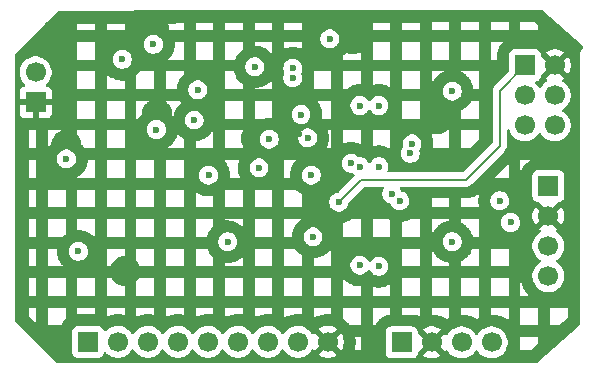
<source format=gbr>
%TF.GenerationSoftware,KiCad,Pcbnew,9.0.4*%
%TF.CreationDate,2025-12-07T20:09:45+03:30*%
%TF.ProjectId,MCU_Datalogger003_4Layer,4d43555f-4461-4746-916c-6f6767657230,2*%
%TF.SameCoordinates,Original*%
%TF.FileFunction,Copper,L3,Inr*%
%TF.FilePolarity,Positive*%
%FSLAX46Y46*%
G04 Gerber Fmt 4.6, Leading zero omitted, Abs format (unit mm)*
G04 Created by KiCad (PCBNEW 9.0.4) date 2025-12-07 20:09:45*
%MOMM*%
%LPD*%
G01*
G04 APERTURE LIST*
%TA.AperFunction,ComponentPad*%
%ADD10R,1.700000X1.700000*%
%TD*%
%TA.AperFunction,ComponentPad*%
%ADD11C,1.700000*%
%TD*%
%TA.AperFunction,ViaPad*%
%ADD12C,0.600000*%
%TD*%
%TA.AperFunction,Conductor*%
%ADD13C,0.200000*%
%TD*%
G04 APERTURE END LIST*
D10*
%TO.N,/MISO*%
%TO.C,J4*%
X144780000Y-97688400D03*
D11*
%TO.N,/Vcc*%
X147320000Y-97688400D03*
%TO.N,/SCK*%
X144780000Y-100228400D03*
%TO.N,/MOSI*%
X147320000Y-100228400D03*
%TO.N,/RESET*%
X144780000Y-102768400D03*
%TO.N,GND*%
X147320000Y-102768400D03*
%TD*%
D10*
%TO.N,/Vcc*%
%TO.C,BT1*%
X103360700Y-100827000D03*
D11*
%TO.N,GND*%
X103360700Y-98287000D03*
%TD*%
D10*
%TO.N,/D2*%
%TO.C,J3*%
X107780300Y-121096200D03*
D11*
%TO.N,/D3*%
X110320300Y-121096200D03*
%TO.N,/D4*%
X112860300Y-121096200D03*
%TO.N,/D5*%
X115400300Y-121096200D03*
%TO.N,/D6*%
X117940300Y-121096200D03*
%TO.N,/D7*%
X120480300Y-121096200D03*
%TO.N,/D8*%
X123020300Y-121096200D03*
%TO.N,GND*%
X125560300Y-121096200D03*
%TO.N,/Vcc*%
X128100300Y-121096200D03*
%TD*%
D10*
%TO.N,GND*%
%TO.C,J2*%
X134348700Y-121147000D03*
D11*
%TO.N,/Vcc*%
X136888700Y-121147000D03*
%TO.N,/RX*%
X139428700Y-121147000D03*
%TO.N,/TX*%
X141968700Y-121147000D03*
%TD*%
D10*
%TO.N,GND*%
%TO.C,J1*%
X146773900Y-107903000D03*
D11*
%TO.N,/Vcc*%
X146773900Y-110443000D03*
%TO.N,/SDA*%
X146773900Y-112983000D03*
%TO.N,/SCK*%
X146773900Y-115523000D03*
%TD*%
D12*
%TO.N,/SDA*%
X125831600Y-101854000D03*
X117094000Y-99771200D03*
%TO.N,/Vcc*%
X137414000Y-106273600D03*
X137363200Y-102260400D03*
X125669200Y-103479600D03*
X122021600Y-103886000D03*
X130200400Y-95453200D03*
X113385600Y-94589600D03*
X105206800Y-95961200D03*
X113639600Y-101803200D03*
X105968800Y-104394000D03*
X110947200Y-115112800D03*
%TO.N,GND*%
X123139200Y-103936800D03*
X138633200Y-99872800D03*
X128267900Y-95451100D03*
X110693200Y-97180400D03*
X113334800Y-95910400D03*
X113588800Y-103124000D03*
X126390400Y-103835200D03*
X138633200Y-112623600D03*
X106984800Y-113436400D03*
X105968800Y-105613200D03*
%TO.N,/RESET*%
X125120400Y-97955197D03*
%TO.N,/MISO*%
X129032000Y-109270800D03*
%TO.N,/SCK*%
X121920000Y-97817800D03*
X125120400Y-98755200D03*
%TO.N,Net-(U4-PB6)*%
X132420600Y-114706400D03*
X130819600Y-114604800D03*
%TO.N,/SCK*%
X135072706Y-105127667D03*
X143572592Y-110994721D03*
%TO.N,/SDA*%
X135229600Y-104343200D03*
X142646400Y-109159600D03*
%TO.N,Net-(U4-AREF)*%
X134183729Y-109159600D03*
X130079450Y-105969985D03*
%TO.N,Net-(U4-PB7)*%
X119613600Y-112623600D03*
%TO.N,Net-(U4-PB6)*%
X126847600Y-112217200D03*
X122275600Y-106375200D03*
%TO.N,Net-(U4-PB7)*%
X117998800Y-106984800D03*
X116779600Y-102319273D03*
%TO.N,/SCK*%
X132420600Y-106273600D03*
X130819600Y-106273600D03*
%TO.N,/SDA*%
X130819600Y-101092000D03*
X132420600Y-101092000D03*
%TO.N,/MOSI*%
X126695200Y-106984800D03*
X133502400Y-108559600D03*
%TD*%
D13*
%TO.N,/MISO*%
X142646400Y-99822000D02*
X144780000Y-97688400D01*
X139783400Y-107358600D02*
X142646400Y-104495600D01*
X130944200Y-107358600D02*
X139783400Y-107358600D01*
X142646400Y-104495600D02*
X142646400Y-99822000D01*
X129032000Y-109270800D02*
X130944200Y-107358600D01*
%TD*%
%TA.AperFunction,Conductor*%
%TO.N,/Vcc*%
G36*
X146854075Y-97881393D02*
G01*
X146919901Y-97995407D01*
X147012993Y-98088499D01*
X147127007Y-98154325D01*
X147190590Y-98171362D01*
X146558282Y-98803669D01*
X146558282Y-98803670D01*
X146612452Y-98843026D01*
X146612451Y-98843026D01*
X146621495Y-98847634D01*
X146672292Y-98895608D01*
X146689087Y-98963429D01*
X146666550Y-99029564D01*
X146621499Y-99068602D01*
X146612182Y-99073349D01*
X146440213Y-99198290D01*
X146289890Y-99348613D01*
X146164949Y-99520582D01*
X146160484Y-99529346D01*
X146112509Y-99580142D01*
X146044688Y-99596936D01*
X145978553Y-99574398D01*
X145939516Y-99529346D01*
X145935050Y-99520582D01*
X145810109Y-99348613D01*
X145696569Y-99235073D01*
X145663084Y-99173750D01*
X145668068Y-99104058D01*
X145709940Y-99048125D01*
X145740915Y-99031210D01*
X145872331Y-98982196D01*
X145987546Y-98895946D01*
X146073796Y-98780731D01*
X146124091Y-98645883D01*
X146130500Y-98586273D01*
X146130499Y-98575712D01*
X146150179Y-98508675D01*
X146166818Y-98488026D01*
X146837037Y-97817808D01*
X146854075Y-97881393D01*
G37*
%TD.AperFunction*%
%TA.AperFunction,Conductor*%
G36*
X146183529Y-92982056D02*
G01*
X146193977Y-92990380D01*
X149664061Y-96074899D01*
X149701089Y-96134149D01*
X149700206Y-96204013D01*
X149669362Y-96255258D01*
X149584235Y-96340385D01*
X149518343Y-96454511D01*
X149484234Y-96581811D01*
X149484235Y-96648405D01*
X149484235Y-119362370D01*
X149484234Y-119494153D01*
X149484234Y-119494155D01*
X149492747Y-119525926D01*
X149491084Y-119595776D01*
X149454457Y-119651487D01*
X145780222Y-122854668D01*
X145716754Y-122883884D01*
X145698737Y-122885200D01*
X105178400Y-122885200D01*
X105111361Y-122865515D01*
X105065606Y-122812711D01*
X105064198Y-122806239D01*
X105063839Y-122806388D01*
X105054400Y-122783601D01*
X105054400Y-122783600D01*
X102469135Y-120198335D01*
X106429800Y-120198335D01*
X106429800Y-121994070D01*
X106429801Y-121994076D01*
X106436208Y-122053683D01*
X106486502Y-122188528D01*
X106486506Y-122188535D01*
X106572752Y-122303744D01*
X106572755Y-122303747D01*
X106687964Y-122389993D01*
X106687971Y-122389997D01*
X106822817Y-122440291D01*
X106822816Y-122440291D01*
X106827486Y-122440793D01*
X106882427Y-122446700D01*
X108678172Y-122446699D01*
X108737783Y-122440291D01*
X108872631Y-122389996D01*
X108987846Y-122303746D01*
X109074096Y-122188531D01*
X109123110Y-122057116D01*
X109164981Y-122001184D01*
X109230445Y-121976766D01*
X109298718Y-121991617D01*
X109326973Y-122012769D01*
X109440513Y-122126309D01*
X109612479Y-122251248D01*
X109612481Y-122251249D01*
X109612484Y-122251251D01*
X109801888Y-122347757D01*
X110004057Y-122413446D01*
X110214013Y-122446700D01*
X110214014Y-122446700D01*
X110426586Y-122446700D01*
X110426587Y-122446700D01*
X110636543Y-122413446D01*
X110838712Y-122347757D01*
X111028116Y-122251251D01*
X111114438Y-122188535D01*
X111200086Y-122126309D01*
X111200088Y-122126306D01*
X111200092Y-122126304D01*
X111350404Y-121975992D01*
X111350406Y-121975988D01*
X111350409Y-121975986D01*
X111475348Y-121804020D01*
X111475347Y-121804020D01*
X111475351Y-121804016D01*
X111479814Y-121795254D01*
X111527788Y-121744459D01*
X111595608Y-121727663D01*
X111661744Y-121750199D01*
X111700784Y-121795254D01*
X111703431Y-121800447D01*
X111705251Y-121804020D01*
X111830190Y-121975986D01*
X111980513Y-122126309D01*
X112152479Y-122251248D01*
X112152481Y-122251249D01*
X112152484Y-122251251D01*
X112341888Y-122347757D01*
X112544057Y-122413446D01*
X112754013Y-122446700D01*
X112754014Y-122446700D01*
X112966586Y-122446700D01*
X112966587Y-122446700D01*
X113176543Y-122413446D01*
X113378712Y-122347757D01*
X113568116Y-122251251D01*
X113654438Y-122188535D01*
X113740086Y-122126309D01*
X113740088Y-122126306D01*
X113740092Y-122126304D01*
X113890404Y-121975992D01*
X113890406Y-121975988D01*
X113890409Y-121975986D01*
X114015348Y-121804020D01*
X114015347Y-121804020D01*
X114015351Y-121804016D01*
X114019814Y-121795254D01*
X114067788Y-121744459D01*
X114135608Y-121727663D01*
X114201744Y-121750199D01*
X114240784Y-121795254D01*
X114243431Y-121800447D01*
X114245251Y-121804020D01*
X114370190Y-121975986D01*
X114520513Y-122126309D01*
X114692479Y-122251248D01*
X114692481Y-122251249D01*
X114692484Y-122251251D01*
X114881888Y-122347757D01*
X115084057Y-122413446D01*
X115294013Y-122446700D01*
X115294014Y-122446700D01*
X115506586Y-122446700D01*
X115506587Y-122446700D01*
X115716543Y-122413446D01*
X115918712Y-122347757D01*
X116108116Y-122251251D01*
X116194438Y-122188535D01*
X116280086Y-122126309D01*
X116280088Y-122126306D01*
X116280092Y-122126304D01*
X116430404Y-121975992D01*
X116430406Y-121975988D01*
X116430409Y-121975986D01*
X116555348Y-121804020D01*
X116555347Y-121804020D01*
X116555351Y-121804016D01*
X116559814Y-121795254D01*
X116607788Y-121744459D01*
X116675608Y-121727663D01*
X116741744Y-121750199D01*
X116780784Y-121795254D01*
X116783431Y-121800447D01*
X116785251Y-121804020D01*
X116910190Y-121975986D01*
X117060513Y-122126309D01*
X117232479Y-122251248D01*
X117232481Y-122251249D01*
X117232484Y-122251251D01*
X117421888Y-122347757D01*
X117624057Y-122413446D01*
X117834013Y-122446700D01*
X117834014Y-122446700D01*
X118046586Y-122446700D01*
X118046587Y-122446700D01*
X118256543Y-122413446D01*
X118458712Y-122347757D01*
X118648116Y-122251251D01*
X118734438Y-122188535D01*
X118820086Y-122126309D01*
X118820088Y-122126306D01*
X118820092Y-122126304D01*
X118970404Y-121975992D01*
X118970406Y-121975988D01*
X118970409Y-121975986D01*
X119095348Y-121804020D01*
X119095347Y-121804020D01*
X119095351Y-121804016D01*
X119099814Y-121795254D01*
X119147788Y-121744459D01*
X119215608Y-121727663D01*
X119281744Y-121750199D01*
X119320784Y-121795254D01*
X119323431Y-121800447D01*
X119325251Y-121804020D01*
X119450190Y-121975986D01*
X119600513Y-122126309D01*
X119772479Y-122251248D01*
X119772481Y-122251249D01*
X119772484Y-122251251D01*
X119961888Y-122347757D01*
X120164057Y-122413446D01*
X120374013Y-122446700D01*
X120374014Y-122446700D01*
X120586586Y-122446700D01*
X120586587Y-122446700D01*
X120796543Y-122413446D01*
X120998712Y-122347757D01*
X121188116Y-122251251D01*
X121274438Y-122188535D01*
X121360086Y-122126309D01*
X121360088Y-122126306D01*
X121360092Y-122126304D01*
X121510404Y-121975992D01*
X121510406Y-121975988D01*
X121510409Y-121975986D01*
X121635348Y-121804020D01*
X121635347Y-121804020D01*
X121635351Y-121804016D01*
X121639814Y-121795254D01*
X121687788Y-121744459D01*
X121755608Y-121727663D01*
X121821744Y-121750199D01*
X121860784Y-121795254D01*
X121863431Y-121800447D01*
X121865251Y-121804020D01*
X121990190Y-121975986D01*
X122140513Y-122126309D01*
X122312479Y-122251248D01*
X122312481Y-122251249D01*
X122312484Y-122251251D01*
X122501888Y-122347757D01*
X122704057Y-122413446D01*
X122914013Y-122446700D01*
X122914014Y-122446700D01*
X123126586Y-122446700D01*
X123126587Y-122446700D01*
X123336543Y-122413446D01*
X123538712Y-122347757D01*
X123728116Y-122251251D01*
X123814438Y-122188535D01*
X123900086Y-122126309D01*
X123900088Y-122126306D01*
X123900092Y-122126304D01*
X124050404Y-121975992D01*
X124050406Y-121975988D01*
X124050409Y-121975986D01*
X124175348Y-121804020D01*
X124175347Y-121804020D01*
X124175351Y-121804016D01*
X124179814Y-121795254D01*
X124227788Y-121744459D01*
X124295608Y-121727663D01*
X124361744Y-121750199D01*
X124400784Y-121795254D01*
X124403431Y-121800447D01*
X124405251Y-121804020D01*
X124530190Y-121975986D01*
X124680513Y-122126309D01*
X124852479Y-122251248D01*
X124852481Y-122251249D01*
X124852484Y-122251251D01*
X125041888Y-122347757D01*
X125244057Y-122413446D01*
X125454013Y-122446700D01*
X125454014Y-122446700D01*
X125666586Y-122446700D01*
X125666587Y-122446700D01*
X125876543Y-122413446D01*
X126078712Y-122347757D01*
X126268116Y-122251251D01*
X126354438Y-122188535D01*
X126440086Y-122126309D01*
X126440088Y-122126306D01*
X126440092Y-122126304D01*
X126590404Y-121975992D01*
X126590406Y-121975988D01*
X126590409Y-121975986D01*
X126676190Y-121857917D01*
X126715351Y-121804016D01*
X126720093Y-121794708D01*
X126768063Y-121743911D01*
X126835883Y-121727111D01*
X126902019Y-121749645D01*
X126941063Y-121794700D01*
X126945673Y-121803747D01*
X126985028Y-121857916D01*
X127617337Y-121225608D01*
X127634375Y-121289193D01*
X127700201Y-121403207D01*
X127793293Y-121496299D01*
X127907307Y-121562125D01*
X127970890Y-121579162D01*
X127338582Y-122211469D01*
X127338582Y-122211470D01*
X127392749Y-122250824D01*
X127582082Y-122347295D01*
X127784170Y-122412957D01*
X127994054Y-122446200D01*
X128206546Y-122446200D01*
X128416427Y-122412957D01*
X128416430Y-122412957D01*
X128618517Y-122347295D01*
X128807854Y-122250822D01*
X128862016Y-122211470D01*
X128862017Y-122211470D01*
X128229708Y-121579162D01*
X128293293Y-121562125D01*
X128407307Y-121496299D01*
X128500399Y-121403207D01*
X128566225Y-121289193D01*
X128583262Y-121225608D01*
X129215570Y-121857917D01*
X129215570Y-121857916D01*
X129254922Y-121803754D01*
X129276605Y-121761200D01*
X130353062Y-121761200D01*
X130900800Y-121761200D01*
X130900800Y-120707069D01*
X130415935Y-120707069D01*
X130439077Y-120853180D01*
X130439745Y-120858004D01*
X130443205Y-120887238D01*
X130443681Y-120892075D01*
X130446759Y-120931154D01*
X130447046Y-120936019D01*
X130448204Y-120965471D01*
X130448300Y-120970343D01*
X130448300Y-121222057D01*
X130448204Y-121226929D01*
X130447046Y-121256381D01*
X130446759Y-121261246D01*
X130443681Y-121300325D01*
X130443205Y-121305162D01*
X130439745Y-121334396D01*
X130439077Y-121339220D01*
X130399706Y-121587793D01*
X130398851Y-121592581D01*
X130393111Y-121621444D01*
X130392069Y-121626196D01*
X130382921Y-121664313D01*
X130381691Y-121669029D01*
X130373689Y-121697406D01*
X130372274Y-121702070D01*
X130353062Y-121761200D01*
X129276605Y-121761200D01*
X129351395Y-121614417D01*
X129417057Y-121412330D01*
X129417057Y-121412327D01*
X129450300Y-121202446D01*
X129450300Y-120989953D01*
X129417057Y-120780072D01*
X129417057Y-120780069D01*
X129351395Y-120577982D01*
X129254924Y-120388649D01*
X129215570Y-120334482D01*
X129215569Y-120334482D01*
X128583262Y-120966790D01*
X128566225Y-120903207D01*
X128500399Y-120789193D01*
X128407307Y-120696101D01*
X128293293Y-120630275D01*
X128229709Y-120613237D01*
X128593810Y-120249135D01*
X132998200Y-120249135D01*
X132998200Y-122044870D01*
X132998201Y-122044876D01*
X133004608Y-122104483D01*
X133054902Y-122239328D01*
X133054906Y-122239335D01*
X133141152Y-122354544D01*
X133141155Y-122354547D01*
X133256364Y-122440793D01*
X133256371Y-122440797D01*
X133391217Y-122491091D01*
X133391216Y-122491091D01*
X133398144Y-122491835D01*
X133450827Y-122497500D01*
X135246572Y-122497499D01*
X135306183Y-122491091D01*
X135441031Y-122440796D01*
X135556246Y-122354546D01*
X135642496Y-122239331D01*
X135692791Y-122104483D01*
X135699200Y-122044873D01*
X135699199Y-122034312D01*
X135718879Y-121967275D01*
X135735518Y-121946626D01*
X136405737Y-121276408D01*
X136422775Y-121339993D01*
X136488601Y-121454007D01*
X136581693Y-121547099D01*
X136695707Y-121612925D01*
X136759290Y-121629962D01*
X136126982Y-122262269D01*
X136126982Y-122262270D01*
X136181149Y-122301624D01*
X136370482Y-122398095D01*
X136572570Y-122463757D01*
X136782454Y-122497000D01*
X136994946Y-122497000D01*
X137204827Y-122463757D01*
X137204830Y-122463757D01*
X137406917Y-122398095D01*
X137596254Y-122301622D01*
X137650416Y-122262270D01*
X137650417Y-122262270D01*
X137018108Y-121629962D01*
X137081693Y-121612925D01*
X137195707Y-121547099D01*
X137288799Y-121454007D01*
X137354625Y-121339993D01*
X137371662Y-121276408D01*
X138003970Y-121908717D01*
X138003970Y-121908716D01*
X138043322Y-121854555D01*
X138047932Y-121845507D01*
X138095905Y-121794709D01*
X138163725Y-121777912D01*
X138229861Y-121800447D01*
X138268904Y-121845504D01*
X138273649Y-121854817D01*
X138398590Y-122026786D01*
X138548913Y-122177109D01*
X138720879Y-122302048D01*
X138720881Y-122302049D01*
X138720884Y-122302051D01*
X138910288Y-122398557D01*
X139112457Y-122464246D01*
X139322413Y-122497500D01*
X139322414Y-122497500D01*
X139534986Y-122497500D01*
X139534987Y-122497500D01*
X139744943Y-122464246D01*
X139947112Y-122398557D01*
X140136516Y-122302051D01*
X140206441Y-122251248D01*
X140308486Y-122177109D01*
X140308488Y-122177106D01*
X140308492Y-122177104D01*
X140458804Y-122026792D01*
X140458806Y-122026788D01*
X140458809Y-122026786D01*
X140583748Y-121854820D01*
X140583750Y-121854817D01*
X140583751Y-121854816D01*
X140588214Y-121846054D01*
X140636188Y-121795259D01*
X140704008Y-121778463D01*
X140770144Y-121800999D01*
X140809186Y-121846056D01*
X140813651Y-121854820D01*
X140938590Y-122026786D01*
X141088913Y-122177109D01*
X141260879Y-122302048D01*
X141260881Y-122302049D01*
X141260884Y-122302051D01*
X141450288Y-122398557D01*
X141652457Y-122464246D01*
X141862413Y-122497500D01*
X141862414Y-122497500D01*
X142074986Y-122497500D01*
X142074987Y-122497500D01*
X142284943Y-122464246D01*
X142487112Y-122398557D01*
X142676516Y-122302051D01*
X142746441Y-122251248D01*
X142848486Y-122177109D01*
X142848488Y-122177106D01*
X142848492Y-122177104D01*
X142998804Y-122026792D01*
X142998806Y-122026788D01*
X142998809Y-122026786D01*
X143123748Y-121854820D01*
X143123750Y-121854817D01*
X143123751Y-121854816D01*
X143171451Y-121761200D01*
X144398800Y-121761200D01*
X145324039Y-121761200D01*
X145900800Y-121258382D01*
X145900800Y-120707069D01*
X144398800Y-120707069D01*
X144398800Y-121761200D01*
X143171451Y-121761200D01*
X143220257Y-121665412D01*
X143285946Y-121463243D01*
X143319200Y-121253287D01*
X143319200Y-121040713D01*
X143285946Y-120830757D01*
X143220257Y-120628588D01*
X143123751Y-120439184D01*
X143123749Y-120439181D01*
X143123748Y-120439179D01*
X142998809Y-120267213D01*
X142848486Y-120116890D01*
X142676520Y-119991951D01*
X142487114Y-119895444D01*
X142487113Y-119895443D01*
X142487112Y-119895443D01*
X142284943Y-119829754D01*
X142284941Y-119829753D01*
X142284940Y-119829753D01*
X142123657Y-119804208D01*
X142074987Y-119796500D01*
X141862413Y-119796500D01*
X141813742Y-119804208D01*
X141652460Y-119829753D01*
X141551372Y-119862598D01*
X141471189Y-119888652D01*
X141450285Y-119895444D01*
X141260879Y-119991951D01*
X141088913Y-120116890D01*
X140938590Y-120267213D01*
X140813649Y-120439182D01*
X140809184Y-120447946D01*
X140761209Y-120498742D01*
X140693388Y-120515536D01*
X140627253Y-120492998D01*
X140588216Y-120447946D01*
X140583750Y-120439182D01*
X140458809Y-120267213D01*
X140308486Y-120116890D01*
X140136520Y-119991951D01*
X139947114Y-119895444D01*
X139947113Y-119895443D01*
X139947112Y-119895443D01*
X139744943Y-119829754D01*
X139744941Y-119829753D01*
X139744940Y-119829753D01*
X139583657Y-119804208D01*
X139534987Y-119796500D01*
X139322413Y-119796500D01*
X139273742Y-119804208D01*
X139112460Y-119829753D01*
X139011372Y-119862598D01*
X138931189Y-119888652D01*
X138910285Y-119895444D01*
X138720879Y-119991951D01*
X138548913Y-120116890D01*
X138398590Y-120267213D01*
X138273649Y-120439182D01*
X138268902Y-120448499D01*
X138220927Y-120499293D01*
X138153105Y-120516087D01*
X138086971Y-120493548D01*
X138047934Y-120448495D01*
X138043326Y-120439452D01*
X138003970Y-120385282D01*
X138003969Y-120385282D01*
X137371662Y-121017590D01*
X137354625Y-120954007D01*
X137288799Y-120839993D01*
X137195707Y-120746901D01*
X137081693Y-120681075D01*
X137018109Y-120664037D01*
X137650416Y-120031728D01*
X137596250Y-119992375D01*
X137406917Y-119895904D01*
X137204829Y-119830242D01*
X136994946Y-119797000D01*
X136782454Y-119797000D01*
X136572572Y-119830242D01*
X136572569Y-119830242D01*
X136370482Y-119895904D01*
X136181139Y-119992380D01*
X136126982Y-120031727D01*
X136126982Y-120031728D01*
X136759291Y-120664037D01*
X136695707Y-120681075D01*
X136581693Y-120746901D01*
X136488601Y-120839993D01*
X136422775Y-120954007D01*
X136405737Y-121017591D01*
X135735518Y-120347372D01*
X135702033Y-120286049D01*
X135699199Y-120259691D01*
X135699199Y-120249129D01*
X135699198Y-120249123D01*
X135699197Y-120249116D01*
X135692791Y-120189517D01*
X135684116Y-120166259D01*
X135642497Y-120054671D01*
X135642493Y-120054664D01*
X135556247Y-119939455D01*
X135556244Y-119939452D01*
X135441035Y-119853206D01*
X135441028Y-119853202D01*
X135306182Y-119802908D01*
X135306183Y-119802908D01*
X135246583Y-119796501D01*
X135246581Y-119796500D01*
X135246573Y-119796500D01*
X135246564Y-119796500D01*
X133450829Y-119796500D01*
X133450823Y-119796501D01*
X133391216Y-119802908D01*
X133256371Y-119853202D01*
X133256364Y-119853206D01*
X133141155Y-119939452D01*
X133141152Y-119939455D01*
X133054906Y-120054664D01*
X133054902Y-120054671D01*
X133004608Y-120189517D01*
X132998601Y-120245399D01*
X132998201Y-120249123D01*
X132998200Y-120249135D01*
X128593810Y-120249135D01*
X128862016Y-119980928D01*
X128807850Y-119941575D01*
X128618517Y-119845104D01*
X128416429Y-119779442D01*
X128206546Y-119746200D01*
X127994054Y-119746200D01*
X127784172Y-119779442D01*
X127784169Y-119779442D01*
X127582082Y-119845104D01*
X127392739Y-119941580D01*
X127338582Y-119980927D01*
X127338582Y-119980928D01*
X127970891Y-120613237D01*
X127907307Y-120630275D01*
X127793293Y-120696101D01*
X127700201Y-120789193D01*
X127634375Y-120903207D01*
X127617337Y-120966791D01*
X126985028Y-120334482D01*
X126985027Y-120334482D01*
X126945680Y-120388640D01*
X126945676Y-120388646D01*
X126941060Y-120397705D01*
X126893081Y-120448497D01*
X126825259Y-120465287D01*
X126759126Y-120442743D01*
X126720094Y-120397693D01*
X126715351Y-120388384D01*
X126715349Y-120388381D01*
X126715348Y-120388379D01*
X126590409Y-120216413D01*
X126440086Y-120066090D01*
X126268120Y-119941151D01*
X126078714Y-119844644D01*
X126078713Y-119844643D01*
X126078712Y-119844643D01*
X125876543Y-119778954D01*
X125876541Y-119778953D01*
X125876540Y-119778953D01*
X125715257Y-119753408D01*
X125666587Y-119745700D01*
X125454013Y-119745700D01*
X125405342Y-119753408D01*
X125244060Y-119778953D01*
X125170331Y-119802909D01*
X125087715Y-119829753D01*
X125041885Y-119844644D01*
X124852479Y-119941151D01*
X124680513Y-120066090D01*
X124530190Y-120216413D01*
X124405249Y-120388382D01*
X124400784Y-120397146D01*
X124352809Y-120447942D01*
X124284988Y-120464736D01*
X124218853Y-120442198D01*
X124179816Y-120397146D01*
X124175350Y-120388382D01*
X124050409Y-120216413D01*
X123900086Y-120066090D01*
X123728120Y-119941151D01*
X123538714Y-119844644D01*
X123538713Y-119844643D01*
X123538712Y-119844643D01*
X123336543Y-119778954D01*
X123336541Y-119778953D01*
X123336540Y-119778953D01*
X123175257Y-119753408D01*
X123126587Y-119745700D01*
X122914013Y-119745700D01*
X122865342Y-119753408D01*
X122704060Y-119778953D01*
X122630331Y-119802909D01*
X122547715Y-119829753D01*
X122501885Y-119844644D01*
X122312479Y-119941151D01*
X122140513Y-120066090D01*
X121990190Y-120216413D01*
X121865249Y-120388382D01*
X121860784Y-120397146D01*
X121812809Y-120447942D01*
X121744988Y-120464736D01*
X121678853Y-120442198D01*
X121639816Y-120397146D01*
X121635350Y-120388382D01*
X121510409Y-120216413D01*
X121360086Y-120066090D01*
X121188120Y-119941151D01*
X120998714Y-119844644D01*
X120998713Y-119844643D01*
X120998712Y-119844643D01*
X120796543Y-119778954D01*
X120796541Y-119778953D01*
X120796540Y-119778953D01*
X120635257Y-119753408D01*
X120586587Y-119745700D01*
X120374013Y-119745700D01*
X120325342Y-119753408D01*
X120164060Y-119778953D01*
X120090331Y-119802909D01*
X120007715Y-119829753D01*
X119961885Y-119844644D01*
X119772479Y-119941151D01*
X119600513Y-120066090D01*
X119450190Y-120216413D01*
X119325249Y-120388382D01*
X119320784Y-120397146D01*
X119272809Y-120447942D01*
X119204988Y-120464736D01*
X119138853Y-120442198D01*
X119099816Y-120397146D01*
X119095350Y-120388382D01*
X118970409Y-120216413D01*
X118820086Y-120066090D01*
X118648120Y-119941151D01*
X118458714Y-119844644D01*
X118458713Y-119844643D01*
X118458712Y-119844643D01*
X118256543Y-119778954D01*
X118256541Y-119778953D01*
X118256540Y-119778953D01*
X118095257Y-119753408D01*
X118046587Y-119745700D01*
X117834013Y-119745700D01*
X117785342Y-119753408D01*
X117624060Y-119778953D01*
X117550331Y-119802909D01*
X117467715Y-119829753D01*
X117421885Y-119844644D01*
X117232479Y-119941151D01*
X117060513Y-120066090D01*
X116910190Y-120216413D01*
X116785249Y-120388382D01*
X116780784Y-120397146D01*
X116732809Y-120447942D01*
X116664988Y-120464736D01*
X116598853Y-120442198D01*
X116559816Y-120397146D01*
X116555350Y-120388382D01*
X116430409Y-120216413D01*
X116280086Y-120066090D01*
X116108120Y-119941151D01*
X115918714Y-119844644D01*
X115918713Y-119844643D01*
X115918712Y-119844643D01*
X115716543Y-119778954D01*
X115716541Y-119778953D01*
X115716540Y-119778953D01*
X115555257Y-119753408D01*
X115506587Y-119745700D01*
X115294013Y-119745700D01*
X115245342Y-119753408D01*
X115084060Y-119778953D01*
X115010331Y-119802909D01*
X114927715Y-119829753D01*
X114881885Y-119844644D01*
X114692479Y-119941151D01*
X114520513Y-120066090D01*
X114370190Y-120216413D01*
X114245249Y-120388382D01*
X114240784Y-120397146D01*
X114192809Y-120447942D01*
X114124988Y-120464736D01*
X114058853Y-120442198D01*
X114019816Y-120397146D01*
X114015350Y-120388382D01*
X113890409Y-120216413D01*
X113740086Y-120066090D01*
X113568120Y-119941151D01*
X113378714Y-119844644D01*
X113378713Y-119844643D01*
X113378712Y-119844643D01*
X113176543Y-119778954D01*
X113176541Y-119778953D01*
X113176540Y-119778953D01*
X113015257Y-119753408D01*
X112966587Y-119745700D01*
X112754013Y-119745700D01*
X112705342Y-119753408D01*
X112544060Y-119778953D01*
X112470331Y-119802909D01*
X112387715Y-119829753D01*
X112341885Y-119844644D01*
X112152479Y-119941151D01*
X111980513Y-120066090D01*
X111830190Y-120216413D01*
X111705249Y-120388382D01*
X111700784Y-120397146D01*
X111652809Y-120447942D01*
X111584988Y-120464736D01*
X111518853Y-120442198D01*
X111479816Y-120397146D01*
X111475350Y-120388382D01*
X111350409Y-120216413D01*
X111200086Y-120066090D01*
X111028120Y-119941151D01*
X110838714Y-119844644D01*
X110838713Y-119844643D01*
X110838712Y-119844643D01*
X110636543Y-119778954D01*
X110636541Y-119778953D01*
X110636540Y-119778953D01*
X110475257Y-119753408D01*
X110426587Y-119745700D01*
X110214013Y-119745700D01*
X110165342Y-119753408D01*
X110004060Y-119778953D01*
X109930331Y-119802909D01*
X109847715Y-119829753D01*
X109801885Y-119844644D01*
X109612479Y-119941151D01*
X109440515Y-120066089D01*
X109326973Y-120179631D01*
X109265650Y-120213115D01*
X109195958Y-120208131D01*
X109140025Y-120166259D01*
X109123110Y-120135282D01*
X109074097Y-120003871D01*
X109074093Y-120003864D01*
X108987847Y-119888655D01*
X108987844Y-119888652D01*
X108872635Y-119802406D01*
X108872628Y-119802402D01*
X108737782Y-119752108D01*
X108737783Y-119752108D01*
X108678183Y-119745701D01*
X108678181Y-119745700D01*
X108678173Y-119745700D01*
X108678164Y-119745700D01*
X106882429Y-119745700D01*
X106882423Y-119745701D01*
X106822816Y-119752108D01*
X106687971Y-119802402D01*
X106687964Y-119802406D01*
X106572755Y-119888652D01*
X106572752Y-119888655D01*
X106486506Y-120003864D01*
X106486502Y-120003871D01*
X106436208Y-120138717D01*
X106429801Y-120198316D01*
X106429800Y-120198335D01*
X102469135Y-120198335D01*
X101979869Y-119709069D01*
X104398800Y-119709069D01*
X105531301Y-119709069D01*
X105563887Y-119621699D01*
X105567275Y-119613518D01*
X105589533Y-119564781D01*
X105593495Y-119556867D01*
X105627672Y-119494277D01*
X105632190Y-119486663D01*
X105661154Y-119441596D01*
X105666202Y-119434326D01*
X105795186Y-119262027D01*
X105800739Y-119255136D01*
X105835819Y-119214651D01*
X105841851Y-119208172D01*
X105892272Y-119157751D01*
X105898751Y-119151719D01*
X105900800Y-119149943D01*
X105900800Y-119137328D01*
X129398800Y-119137328D01*
X129627997Y-119303847D01*
X129663301Y-119343576D01*
X129731372Y-119465124D01*
X129852922Y-119533197D01*
X129892651Y-119568501D01*
X129994778Y-119709069D01*
X130900800Y-119709069D01*
X131898800Y-119709069D01*
X132118648Y-119709069D01*
X144398800Y-119709069D01*
X145900800Y-119709069D01*
X146898800Y-119709069D01*
X147677953Y-119709069D01*
X148400800Y-119078894D01*
X148400800Y-118207069D01*
X146898800Y-118207069D01*
X146898800Y-119709069D01*
X145900800Y-119709069D01*
X145900800Y-118207069D01*
X144398800Y-118207069D01*
X144398800Y-119709069D01*
X132118648Y-119709069D01*
X132132287Y-119672499D01*
X132135675Y-119664318D01*
X132157933Y-119615581D01*
X132161895Y-119607667D01*
X132196072Y-119545077D01*
X132200590Y-119537463D01*
X132229554Y-119492396D01*
X132234602Y-119485126D01*
X132363586Y-119312827D01*
X132369139Y-119305936D01*
X132404219Y-119265451D01*
X132410251Y-119258972D01*
X132460672Y-119208551D01*
X132467151Y-119202519D01*
X132507636Y-119167439D01*
X132514527Y-119161886D01*
X132686826Y-119032902D01*
X132694096Y-119027854D01*
X132739163Y-118998890D01*
X132746777Y-118994372D01*
X132809367Y-118960195D01*
X132817281Y-118956233D01*
X132866018Y-118933975D01*
X132874198Y-118930587D01*
X133071682Y-118856931D01*
X133079021Y-118854452D01*
X133123872Y-118840847D01*
X133131348Y-118838832D01*
X133192063Y-118824484D01*
X133199655Y-118822939D01*
X133245860Y-118815028D01*
X133253533Y-118813959D01*
X133357455Y-118802788D01*
X133360764Y-118802477D01*
X133380801Y-118800865D01*
X133384113Y-118800643D01*
X133400800Y-118799749D01*
X133400800Y-118798500D01*
X134398800Y-118798500D01*
X135259948Y-118798500D01*
X135263272Y-118798545D01*
X135283373Y-118799084D01*
X135286693Y-118799217D01*
X135313380Y-118800649D01*
X135316689Y-118800871D01*
X135336682Y-118802481D01*
X135339985Y-118802792D01*
X135443875Y-118813962D01*
X135451543Y-118815029D01*
X135497729Y-118822936D01*
X135505319Y-118824481D01*
X135566030Y-118838826D01*
X135573509Y-118840842D01*
X135618372Y-118854450D01*
X135625712Y-118856929D01*
X135823202Y-118930587D01*
X135831382Y-118933975D01*
X135880119Y-118956233D01*
X135888033Y-118960195D01*
X135900800Y-118967166D01*
X135900800Y-118799000D01*
X136898800Y-118799000D01*
X137014557Y-118799000D01*
X137019429Y-118799096D01*
X137048881Y-118800254D01*
X137053746Y-118800541D01*
X137092825Y-118803619D01*
X137097662Y-118804095D01*
X137126896Y-118807555D01*
X137131720Y-118808223D01*
X137380293Y-118847594D01*
X137385081Y-118848449D01*
X137413944Y-118854189D01*
X137418696Y-118855231D01*
X137456813Y-118864379D01*
X137461529Y-118865609D01*
X137489906Y-118873611D01*
X137494570Y-118875026D01*
X137733963Y-118952809D01*
X137738564Y-118954405D01*
X137766209Y-118964604D01*
X137770745Y-118966379D01*
X137806961Y-118981381D01*
X137811419Y-118983331D01*
X137838163Y-118995660D01*
X137842546Y-118997786D01*
X138066810Y-119112056D01*
X138071105Y-119114352D01*
X138096817Y-119128752D01*
X138101019Y-119131215D01*
X138134440Y-119151697D01*
X138138540Y-119154321D01*
X138158247Y-119167489D01*
X138178627Y-119153874D01*
X138182727Y-119151250D01*
X138216150Y-119130769D01*
X138220350Y-119128307D01*
X138246046Y-119113917D01*
X138250339Y-119111622D01*
X138400800Y-119034957D01*
X138400800Y-118798500D01*
X139398800Y-118798500D01*
X139554597Y-118798500D01*
X139559469Y-118798596D01*
X139588921Y-118799754D01*
X139593786Y-118800041D01*
X139632865Y-118803119D01*
X139637703Y-118803596D01*
X139666936Y-118807056D01*
X139671759Y-118807723D01*
X139920428Y-118847108D01*
X139925223Y-118847964D01*
X139954123Y-118853713D01*
X139958883Y-118854758D01*
X139997000Y-118863911D01*
X140001705Y-118865138D01*
X140030047Y-118873131D01*
X140034707Y-118874545D01*
X140274140Y-118952342D01*
X140278737Y-118953936D01*
X140306347Y-118964121D01*
X140310875Y-118965893D01*
X140347092Y-118980891D01*
X140351561Y-118982846D01*
X140378336Y-118995189D01*
X140382719Y-118997314D01*
X140607061Y-119111622D01*
X140611354Y-119113917D01*
X140637050Y-119128307D01*
X140641250Y-119130769D01*
X140674673Y-119151250D01*
X140678773Y-119153874D01*
X140698700Y-119167187D01*
X140718627Y-119153874D01*
X140722727Y-119151250D01*
X140756150Y-119130769D01*
X140760350Y-119128307D01*
X140786046Y-119113917D01*
X140790339Y-119111622D01*
X140900800Y-119055338D01*
X140900800Y-118798500D01*
X141898800Y-118798500D01*
X142094597Y-118798500D01*
X142099469Y-118798596D01*
X142128921Y-118799754D01*
X142133786Y-118800041D01*
X142172865Y-118803119D01*
X142177703Y-118803596D01*
X142206936Y-118807056D01*
X142211759Y-118807723D01*
X142460428Y-118847108D01*
X142465223Y-118847964D01*
X142494123Y-118853713D01*
X142498883Y-118854758D01*
X142537000Y-118863911D01*
X142541705Y-118865138D01*
X142570047Y-118873131D01*
X142574707Y-118874545D01*
X142814140Y-118952342D01*
X142818737Y-118953936D01*
X142846347Y-118964121D01*
X142850875Y-118965893D01*
X142887092Y-118980891D01*
X142891561Y-118982846D01*
X142918336Y-118995189D01*
X142922719Y-118997314D01*
X143147061Y-119111622D01*
X143151354Y-119113917D01*
X143177050Y-119128307D01*
X143181250Y-119130769D01*
X143214673Y-119151250D01*
X143218773Y-119153874D01*
X143243268Y-119170240D01*
X143247265Y-119173026D01*
X143400800Y-119284575D01*
X143400800Y-118207069D01*
X141898800Y-118207069D01*
X141898800Y-118798500D01*
X140900800Y-118798500D01*
X140900800Y-118207069D01*
X139398800Y-118207069D01*
X139398800Y-118798500D01*
X138400800Y-118798500D01*
X138400800Y-118207069D01*
X136898800Y-118207069D01*
X136898800Y-118799000D01*
X135900800Y-118799000D01*
X135900800Y-118207069D01*
X134398800Y-118207069D01*
X134398800Y-118798500D01*
X133400800Y-118798500D01*
X133400800Y-118207069D01*
X131898800Y-118207069D01*
X131898800Y-119709069D01*
X130900800Y-119709069D01*
X130900800Y-118207069D01*
X129398800Y-118207069D01*
X129398800Y-119137328D01*
X105900800Y-119137328D01*
X105900800Y-119074245D01*
X126898800Y-119074245D01*
X126917922Y-119063537D01*
X126922214Y-119061243D01*
X127146454Y-118946986D01*
X127150832Y-118944863D01*
X127177576Y-118932533D01*
X127182039Y-118930580D01*
X127218256Y-118915578D01*
X127222791Y-118913804D01*
X127250436Y-118903605D01*
X127255037Y-118902009D01*
X127494430Y-118824226D01*
X127499094Y-118822811D01*
X127527471Y-118814809D01*
X127532187Y-118813579D01*
X127570304Y-118804431D01*
X127575056Y-118803389D01*
X127603919Y-118797649D01*
X127608707Y-118796794D01*
X127857280Y-118757423D01*
X127862104Y-118756755D01*
X127891338Y-118753295D01*
X127896175Y-118752819D01*
X127935254Y-118749741D01*
X127940119Y-118749454D01*
X127969571Y-118748296D01*
X127974443Y-118748200D01*
X128226157Y-118748200D01*
X128231029Y-118748296D01*
X128260481Y-118749454D01*
X128265346Y-118749741D01*
X128304425Y-118752819D01*
X128309262Y-118753295D01*
X128338496Y-118756755D01*
X128343320Y-118757423D01*
X128400800Y-118766526D01*
X128400800Y-118207069D01*
X126898800Y-118207069D01*
X126898800Y-119074245D01*
X105900800Y-119074245D01*
X105900800Y-119052230D01*
X124398800Y-119052230D01*
X124606281Y-118946514D01*
X124610664Y-118944389D01*
X124637439Y-118932046D01*
X124641908Y-118930091D01*
X124678125Y-118915093D01*
X124682653Y-118913321D01*
X124710263Y-118903136D01*
X124714860Y-118901542D01*
X124954293Y-118823745D01*
X124958953Y-118822331D01*
X124987295Y-118814338D01*
X124992000Y-118813111D01*
X125030117Y-118803958D01*
X125034877Y-118802913D01*
X125063777Y-118797164D01*
X125068572Y-118796308D01*
X125317241Y-118756923D01*
X125322064Y-118756256D01*
X125351297Y-118752796D01*
X125356135Y-118752319D01*
X125395214Y-118749241D01*
X125400079Y-118748954D01*
X125429531Y-118747796D01*
X125434403Y-118747700D01*
X125686197Y-118747700D01*
X125691069Y-118747796D01*
X125720521Y-118748954D01*
X125725386Y-118749241D01*
X125764465Y-118752319D01*
X125769303Y-118752796D01*
X125798536Y-118756256D01*
X125803358Y-118756923D01*
X125900800Y-118772355D01*
X125900800Y-118207069D01*
X124398800Y-118207069D01*
X124398800Y-119052230D01*
X105900800Y-119052230D01*
X105900800Y-119031849D01*
X121898800Y-119031849D01*
X122066281Y-118946514D01*
X122070664Y-118944389D01*
X122097439Y-118932046D01*
X122101908Y-118930091D01*
X122138125Y-118915093D01*
X122142653Y-118913321D01*
X122170263Y-118903136D01*
X122174860Y-118901542D01*
X122414293Y-118823745D01*
X122418953Y-118822331D01*
X122447295Y-118814338D01*
X122452000Y-118813111D01*
X122490117Y-118803958D01*
X122494877Y-118802913D01*
X122523777Y-118797164D01*
X122528572Y-118796308D01*
X122777241Y-118756923D01*
X122782064Y-118756256D01*
X122811297Y-118752796D01*
X122816135Y-118752319D01*
X122855214Y-118749241D01*
X122860079Y-118748954D01*
X122889531Y-118747796D01*
X122894403Y-118747700D01*
X123146197Y-118747700D01*
X123151069Y-118747796D01*
X123180521Y-118748954D01*
X123185386Y-118749241D01*
X123224465Y-118752319D01*
X123229303Y-118752796D01*
X123258536Y-118756256D01*
X123263359Y-118756923D01*
X123400800Y-118778691D01*
X123400800Y-118207069D01*
X121898800Y-118207069D01*
X121898800Y-119031849D01*
X105900800Y-119031849D01*
X105900800Y-119011468D01*
X119398800Y-119011468D01*
X119526281Y-118946514D01*
X119530664Y-118944389D01*
X119557439Y-118932046D01*
X119561908Y-118930091D01*
X119598125Y-118915093D01*
X119602653Y-118913321D01*
X119630263Y-118903136D01*
X119634860Y-118901542D01*
X119874293Y-118823745D01*
X119878953Y-118822331D01*
X119907295Y-118814338D01*
X119912000Y-118813111D01*
X119950117Y-118803958D01*
X119954877Y-118802913D01*
X119983777Y-118797164D01*
X119988572Y-118796308D01*
X120237241Y-118756923D01*
X120242064Y-118756256D01*
X120271297Y-118752796D01*
X120276135Y-118752319D01*
X120315214Y-118749241D01*
X120320079Y-118748954D01*
X120349531Y-118747796D01*
X120354403Y-118747700D01*
X120606197Y-118747700D01*
X120611069Y-118747796D01*
X120640521Y-118748954D01*
X120645386Y-118749241D01*
X120684465Y-118752319D01*
X120689303Y-118752796D01*
X120718536Y-118756256D01*
X120723359Y-118756923D01*
X120900800Y-118785026D01*
X120900800Y-118207069D01*
X119398800Y-118207069D01*
X119398800Y-119011468D01*
X105900800Y-119011468D01*
X105900800Y-118991087D01*
X116898800Y-118991087D01*
X116986281Y-118946514D01*
X116990664Y-118944389D01*
X117017439Y-118932046D01*
X117021908Y-118930091D01*
X117058125Y-118915093D01*
X117062653Y-118913321D01*
X117090263Y-118903136D01*
X117094860Y-118901542D01*
X117334293Y-118823745D01*
X117338953Y-118822331D01*
X117367295Y-118814338D01*
X117372000Y-118813111D01*
X117410117Y-118803958D01*
X117414877Y-118802913D01*
X117443777Y-118797164D01*
X117448572Y-118796308D01*
X117697241Y-118756923D01*
X117702064Y-118756256D01*
X117731297Y-118752796D01*
X117736135Y-118752319D01*
X117775214Y-118749241D01*
X117780079Y-118748954D01*
X117809531Y-118747796D01*
X117814403Y-118747700D01*
X118066197Y-118747700D01*
X118071069Y-118747796D01*
X118100521Y-118748954D01*
X118105386Y-118749241D01*
X118144465Y-118752319D01*
X118149303Y-118752796D01*
X118178536Y-118756256D01*
X118183359Y-118756923D01*
X118400800Y-118791362D01*
X118400800Y-118207069D01*
X116898800Y-118207069D01*
X116898800Y-118991087D01*
X105900800Y-118991087D01*
X105900800Y-118970706D01*
X114398800Y-118970706D01*
X114446281Y-118946514D01*
X114450664Y-118944389D01*
X114477439Y-118932046D01*
X114481908Y-118930091D01*
X114518125Y-118915093D01*
X114522653Y-118913321D01*
X114550263Y-118903136D01*
X114554860Y-118901542D01*
X114794293Y-118823745D01*
X114798953Y-118822331D01*
X114827295Y-118814338D01*
X114832000Y-118813111D01*
X114870117Y-118803958D01*
X114874877Y-118802913D01*
X114903777Y-118797164D01*
X114908572Y-118796308D01*
X115157241Y-118756923D01*
X115162064Y-118756256D01*
X115191297Y-118752796D01*
X115196135Y-118752319D01*
X115235214Y-118749241D01*
X115240079Y-118748954D01*
X115269531Y-118747796D01*
X115274403Y-118747700D01*
X115526197Y-118747700D01*
X115531069Y-118747796D01*
X115560521Y-118748954D01*
X115565386Y-118749241D01*
X115604465Y-118752319D01*
X115609303Y-118752796D01*
X115638536Y-118756256D01*
X115643359Y-118756923D01*
X115892028Y-118796308D01*
X115896823Y-118797164D01*
X115900800Y-118797955D01*
X115900800Y-118207069D01*
X114398800Y-118207069D01*
X114398800Y-118970706D01*
X105900800Y-118970706D01*
X105900800Y-118950325D01*
X111898800Y-118950325D01*
X111906281Y-118946514D01*
X111910664Y-118944389D01*
X111937439Y-118932046D01*
X111941908Y-118930091D01*
X111978125Y-118915093D01*
X111982653Y-118913321D01*
X112010263Y-118903136D01*
X112014860Y-118901542D01*
X112254293Y-118823745D01*
X112258953Y-118822331D01*
X112287295Y-118814338D01*
X112292000Y-118813111D01*
X112330117Y-118803958D01*
X112334877Y-118802913D01*
X112363777Y-118797164D01*
X112368572Y-118796308D01*
X112617241Y-118756923D01*
X112622064Y-118756256D01*
X112651297Y-118752796D01*
X112656135Y-118752319D01*
X112695214Y-118749241D01*
X112700079Y-118748954D01*
X112729531Y-118747796D01*
X112734403Y-118747700D01*
X112986197Y-118747700D01*
X112991069Y-118747796D01*
X113020521Y-118748954D01*
X113025386Y-118749241D01*
X113064465Y-118752319D01*
X113069303Y-118752796D01*
X113098536Y-118756256D01*
X113103359Y-118756923D01*
X113352028Y-118796308D01*
X113356823Y-118797164D01*
X113385723Y-118802913D01*
X113390483Y-118803958D01*
X113400800Y-118806435D01*
X113400800Y-118207069D01*
X111898800Y-118207069D01*
X111898800Y-118950325D01*
X105900800Y-118950325D01*
X105900800Y-118931450D01*
X109398800Y-118931450D01*
X109401908Y-118930091D01*
X109438125Y-118915093D01*
X109442653Y-118913321D01*
X109470263Y-118903136D01*
X109474860Y-118901542D01*
X109714293Y-118823745D01*
X109718953Y-118822331D01*
X109747295Y-118814338D01*
X109752000Y-118813111D01*
X109790117Y-118803958D01*
X109794877Y-118802913D01*
X109823777Y-118797164D01*
X109828572Y-118796308D01*
X110077241Y-118756923D01*
X110082064Y-118756256D01*
X110111297Y-118752796D01*
X110116135Y-118752319D01*
X110155214Y-118749241D01*
X110160079Y-118748954D01*
X110189531Y-118747796D01*
X110194403Y-118747700D01*
X110446197Y-118747700D01*
X110451069Y-118747796D01*
X110480521Y-118748954D01*
X110485386Y-118749241D01*
X110524465Y-118752319D01*
X110529303Y-118752796D01*
X110558536Y-118756256D01*
X110563359Y-118756923D01*
X110812028Y-118796308D01*
X110816823Y-118797164D01*
X110845723Y-118802913D01*
X110850483Y-118803958D01*
X110888600Y-118813111D01*
X110893305Y-118814338D01*
X110900800Y-118816451D01*
X110900800Y-118207069D01*
X109398800Y-118207069D01*
X109398800Y-118931450D01*
X105900800Y-118931450D01*
X105900800Y-118747700D01*
X106898800Y-118747700D01*
X108400800Y-118747700D01*
X108400800Y-118207069D01*
X106898800Y-118207069D01*
X106898800Y-118747700D01*
X105900800Y-118747700D01*
X105900800Y-118207069D01*
X104398800Y-118207069D01*
X104398800Y-119709069D01*
X101979869Y-119709069D01*
X101687119Y-119416319D01*
X101653634Y-119354996D01*
X101650800Y-119328638D01*
X101650800Y-118914424D01*
X102774800Y-118914424D01*
X103400800Y-119540424D01*
X103400800Y-118207069D01*
X102774800Y-118207069D01*
X102774800Y-118914424D01*
X101650800Y-118914424D01*
X101650800Y-117209069D01*
X102774800Y-117209069D01*
X103400800Y-117209069D01*
X104398800Y-117209069D01*
X105900800Y-117209069D01*
X106898800Y-117209069D01*
X108400800Y-117209069D01*
X109398800Y-117209069D01*
X110900800Y-117209069D01*
X110900800Y-116386800D01*
X110856693Y-116386800D01*
X110837295Y-116385273D01*
X110658510Y-116356956D01*
X110639590Y-116352414D01*
X110467435Y-116296478D01*
X110449458Y-116289032D01*
X110288174Y-116206853D01*
X110271584Y-116196686D01*
X110125140Y-116090289D01*
X110110344Y-116077652D01*
X109995600Y-115962908D01*
X111898800Y-115962908D01*
X111898800Y-117209069D01*
X113400800Y-117209069D01*
X114398800Y-117209069D01*
X115900800Y-117209069D01*
X116898800Y-117209069D01*
X118400800Y-117209069D01*
X119398800Y-117209069D01*
X120900800Y-117209069D01*
X121898800Y-117209069D01*
X123400800Y-117209069D01*
X124398800Y-117209069D01*
X125900800Y-117209069D01*
X126898800Y-117209069D01*
X128400800Y-117209069D01*
X129398800Y-117209069D01*
X130900800Y-117209069D01*
X130900800Y-116431588D01*
X131898800Y-116431588D01*
X131898800Y-117209069D01*
X133400800Y-117209069D01*
X134398800Y-117209069D01*
X135900800Y-117209069D01*
X136898800Y-117209069D01*
X138400800Y-117209069D01*
X139398800Y-117209069D01*
X140900800Y-117209069D01*
X141898800Y-117209069D01*
X143400800Y-117209069D01*
X144398800Y-117209069D01*
X145138689Y-117209069D01*
X145024256Y-117094636D01*
X145020886Y-117091132D01*
X145000912Y-117069527D01*
X144997678Y-117065888D01*
X144972217Y-117036081D01*
X144969127Y-117032316D01*
X144950868Y-117009157D01*
X144947925Y-117005269D01*
X144799926Y-116801565D01*
X144797140Y-116797568D01*
X144780774Y-116773073D01*
X144778150Y-116768973D01*
X144757669Y-116735550D01*
X144755207Y-116731350D01*
X144740817Y-116705654D01*
X144738522Y-116701361D01*
X144624214Y-116477019D01*
X144622089Y-116472636D01*
X144609746Y-116445861D01*
X144607791Y-116441392D01*
X144592793Y-116405175D01*
X144591021Y-116400647D01*
X144580836Y-116373037D01*
X144579242Y-116368440D01*
X144501445Y-116129007D01*
X144500031Y-116124347D01*
X144492038Y-116096005D01*
X144490811Y-116091300D01*
X144481658Y-116053183D01*
X144480613Y-116048423D01*
X144474864Y-116019523D01*
X144474008Y-116014728D01*
X144434623Y-115766059D01*
X144433956Y-115761236D01*
X144430496Y-115732003D01*
X144430019Y-115727165D01*
X144428436Y-115707069D01*
X144398800Y-115707069D01*
X144398800Y-117209069D01*
X143400800Y-117209069D01*
X143400800Y-115707069D01*
X141898800Y-115707069D01*
X141898800Y-117209069D01*
X140900800Y-117209069D01*
X140900800Y-115707069D01*
X139398800Y-115707069D01*
X139398800Y-117209069D01*
X138400800Y-117209069D01*
X138400800Y-115707069D01*
X136898800Y-115707069D01*
X136898800Y-117209069D01*
X135900800Y-117209069D01*
X135900800Y-115707069D01*
X134398800Y-115707069D01*
X134398800Y-117209069D01*
X133400800Y-117209069D01*
X133400800Y-116214489D01*
X133333863Y-116259216D01*
X133328718Y-116262474D01*
X133297125Y-116281409D01*
X133291830Y-116284408D01*
X133248609Y-116307509D01*
X133243174Y-116310245D01*
X133209892Y-116325986D01*
X133204328Y-116328452D01*
X133013378Y-116407545D01*
X133007701Y-116409735D01*
X132973040Y-116422137D01*
X132967262Y-116424046D01*
X132920367Y-116438272D01*
X132914503Y-116439895D01*
X132878777Y-116448845D01*
X132872835Y-116450179D01*
X132670108Y-116490504D01*
X132664111Y-116491545D01*
X132627680Y-116496949D01*
X132621639Y-116497694D01*
X132572867Y-116502497D01*
X132566797Y-116502945D01*
X132530025Y-116504751D01*
X132523942Y-116504900D01*
X132317258Y-116504900D01*
X132311175Y-116504751D01*
X132274403Y-116502945D01*
X132268333Y-116502497D01*
X132219561Y-116497694D01*
X132213520Y-116496949D01*
X132177089Y-116491545D01*
X132171092Y-116490504D01*
X131968365Y-116450179D01*
X131962423Y-116448845D01*
X131926697Y-116439895D01*
X131920833Y-116438272D01*
X131898800Y-116431588D01*
X130900800Y-116431588D01*
X130900800Y-116403300D01*
X130716258Y-116403300D01*
X130710175Y-116403151D01*
X130673403Y-116401345D01*
X130667333Y-116400897D01*
X130618561Y-116396094D01*
X130612520Y-116395349D01*
X130576089Y-116389945D01*
X130570092Y-116388904D01*
X130367365Y-116348579D01*
X130361423Y-116347245D01*
X130325697Y-116338295D01*
X130319833Y-116336672D01*
X130272938Y-116322446D01*
X130267160Y-116320537D01*
X130232499Y-116308135D01*
X130226822Y-116305945D01*
X130035872Y-116226852D01*
X130030308Y-116224386D01*
X129997026Y-116208645D01*
X129991591Y-116205909D01*
X129948370Y-116182808D01*
X129943075Y-116179809D01*
X129911482Y-116160874D01*
X129906337Y-116157616D01*
X129734478Y-116042783D01*
X129729502Y-116039278D01*
X129699929Y-116017345D01*
X129695131Y-116013601D01*
X129657249Y-115982512D01*
X129652642Y-115978538D01*
X129625355Y-115953807D01*
X129620946Y-115949609D01*
X129474791Y-115803454D01*
X129470593Y-115799045D01*
X129445862Y-115771758D01*
X129441888Y-115767151D01*
X129410799Y-115729269D01*
X129407055Y-115724471D01*
X129398800Y-115713340D01*
X129398800Y-117209069D01*
X128400800Y-117209069D01*
X128400800Y-115707069D01*
X126898800Y-115707069D01*
X126898800Y-117209069D01*
X125900800Y-117209069D01*
X125900800Y-115707069D01*
X124398800Y-115707069D01*
X124398800Y-117209069D01*
X123400800Y-117209069D01*
X123400800Y-115707069D01*
X121898800Y-115707069D01*
X121898800Y-117209069D01*
X120900800Y-117209069D01*
X120900800Y-115707069D01*
X119398800Y-115707069D01*
X119398800Y-117209069D01*
X118400800Y-117209069D01*
X118400800Y-115707069D01*
X116898800Y-115707069D01*
X116898800Y-117209069D01*
X115900800Y-117209069D01*
X115900800Y-115707069D01*
X114398800Y-115707069D01*
X114398800Y-117209069D01*
X113400800Y-117209069D01*
X113400800Y-115707069D01*
X112074248Y-115707069D01*
X112041253Y-115771826D01*
X112031086Y-115788416D01*
X111924689Y-115934860D01*
X111912052Y-115949656D01*
X111898800Y-115962908D01*
X109995600Y-115962908D01*
X109982348Y-115949656D01*
X109969711Y-115934860D01*
X109863314Y-115788416D01*
X109853147Y-115771826D01*
X109820152Y-115707069D01*
X109398800Y-115707069D01*
X109398800Y-117209069D01*
X108400800Y-117209069D01*
X108400800Y-115707069D01*
X106898800Y-115707069D01*
X106898800Y-117209069D01*
X105900800Y-117209069D01*
X105900800Y-115707069D01*
X104398800Y-115707069D01*
X104398800Y-117209069D01*
X103400800Y-117209069D01*
X103400800Y-115707069D01*
X102774800Y-115707069D01*
X102774800Y-117209069D01*
X101650800Y-117209069D01*
X101650800Y-114709069D01*
X102774800Y-114709069D01*
X103400800Y-114709069D01*
X104398800Y-114709069D01*
X105714006Y-114709069D01*
X109398800Y-114709069D01*
X109738817Y-114709069D01*
X109763522Y-114633035D01*
X109770968Y-114615058D01*
X109853147Y-114453774D01*
X109863314Y-114437184D01*
X109969711Y-114290740D01*
X109982348Y-114275944D01*
X109995600Y-114262692D01*
X111898800Y-114262692D01*
X111912052Y-114275944D01*
X111924689Y-114290740D01*
X112031086Y-114437184D01*
X112041253Y-114453774D01*
X112123432Y-114615058D01*
X112130878Y-114633035D01*
X112155583Y-114709069D01*
X113400800Y-114709069D01*
X114398800Y-114709069D01*
X115900800Y-114709069D01*
X116898800Y-114709069D01*
X118400800Y-114709069D01*
X118400800Y-114413003D01*
X119398800Y-114413003D01*
X119398800Y-114709069D01*
X120900800Y-114709069D01*
X121898800Y-114709069D01*
X123400800Y-114709069D01*
X124398800Y-114709069D01*
X125900800Y-114709069D01*
X125900800Y-114015700D01*
X126898800Y-114015700D01*
X126898800Y-114709069D01*
X128400800Y-114709069D01*
X128400800Y-114525953D01*
X130019100Y-114525953D01*
X130019100Y-114683646D01*
X130049861Y-114838289D01*
X130049864Y-114838301D01*
X130110202Y-114983972D01*
X130110209Y-114983985D01*
X130197810Y-115115088D01*
X130197813Y-115115092D01*
X130309307Y-115226586D01*
X130309311Y-115226589D01*
X130440414Y-115314190D01*
X130440427Y-115314197D01*
X130586098Y-115374535D01*
X130586103Y-115374537D01*
X130740753Y-115405299D01*
X130740756Y-115405300D01*
X130740758Y-115405300D01*
X130898444Y-115405300D01*
X130898445Y-115405299D01*
X131053097Y-115374537D01*
X131198779Y-115314194D01*
X131329889Y-115226589D01*
X131441389Y-115115089D01*
X131472287Y-115068847D01*
X131486612Y-115047409D01*
X131540224Y-115002603D01*
X131609549Y-114993896D01*
X131672576Y-115024050D01*
X131704275Y-115068847D01*
X131711202Y-115085573D01*
X131711209Y-115085585D01*
X131798810Y-115216688D01*
X131798813Y-115216692D01*
X131910307Y-115328186D01*
X131910311Y-115328189D01*
X132041414Y-115415790D01*
X132041427Y-115415797D01*
X132187098Y-115476135D01*
X132187103Y-115476137D01*
X132341753Y-115506899D01*
X132341756Y-115506900D01*
X132341758Y-115506900D01*
X132499444Y-115506900D01*
X132499445Y-115506899D01*
X132654097Y-115476137D01*
X132766766Y-115429467D01*
X132799772Y-115415797D01*
X132799772Y-115415796D01*
X132799779Y-115415794D01*
X132930889Y-115328189D01*
X133042389Y-115216689D01*
X133129994Y-115085579D01*
X133190337Y-114939897D01*
X133221100Y-114785242D01*
X133221100Y-114709069D01*
X134398800Y-114709069D01*
X135900800Y-114709069D01*
X136898800Y-114709069D01*
X138400800Y-114709069D01*
X138400800Y-114410393D01*
X138389689Y-114408745D01*
X138383692Y-114407704D01*
X138180965Y-114367379D01*
X138175023Y-114366045D01*
X138139297Y-114357095D01*
X138133433Y-114355472D01*
X138086538Y-114341246D01*
X138080760Y-114339337D01*
X138046099Y-114326935D01*
X138040422Y-114324745D01*
X137867601Y-114253161D01*
X139398800Y-114253161D01*
X139398800Y-114709069D01*
X140900800Y-114709069D01*
X141898800Y-114709069D01*
X143400800Y-114709069D01*
X143400800Y-113207069D01*
X141898800Y-113207069D01*
X141898800Y-114709069D01*
X140900800Y-114709069D01*
X140900800Y-113207069D01*
X140337835Y-113207069D01*
X140336535Y-113210701D01*
X140334345Y-113216378D01*
X140255252Y-113407328D01*
X140252786Y-113412892D01*
X140237045Y-113446174D01*
X140234309Y-113451609D01*
X140211208Y-113494830D01*
X140208209Y-113500125D01*
X140189274Y-113531718D01*
X140186016Y-113536863D01*
X140071183Y-113708722D01*
X140067678Y-113713698D01*
X140045745Y-113743271D01*
X140042001Y-113748069D01*
X140010912Y-113785951D01*
X140006938Y-113790558D01*
X139982207Y-113817845D01*
X139978009Y-113822254D01*
X139831854Y-113968409D01*
X139827445Y-113972607D01*
X139800158Y-113997338D01*
X139795551Y-114001312D01*
X139757669Y-114032401D01*
X139752871Y-114036145D01*
X139723298Y-114058078D01*
X139718322Y-114061583D01*
X139546463Y-114176416D01*
X139541318Y-114179674D01*
X139509725Y-114198609D01*
X139504430Y-114201608D01*
X139461209Y-114224709D01*
X139455774Y-114227445D01*
X139422492Y-114243186D01*
X139416928Y-114245653D01*
X139398800Y-114253161D01*
X137867601Y-114253161D01*
X137849472Y-114245652D01*
X137843908Y-114243186D01*
X137810626Y-114227445D01*
X137805191Y-114224709D01*
X137761970Y-114201608D01*
X137756675Y-114198609D01*
X137725082Y-114179674D01*
X137719937Y-114176416D01*
X137548078Y-114061583D01*
X137543102Y-114058078D01*
X137513529Y-114036145D01*
X137508731Y-114032401D01*
X137470849Y-114001312D01*
X137466242Y-113997338D01*
X137438955Y-113972607D01*
X137434546Y-113968409D01*
X137288391Y-113822254D01*
X137284193Y-113817845D01*
X137259462Y-113790558D01*
X137255488Y-113785951D01*
X137224399Y-113748069D01*
X137220655Y-113743271D01*
X137198722Y-113713698D01*
X137195217Y-113708722D01*
X137080384Y-113536863D01*
X137077126Y-113531718D01*
X137058191Y-113500125D01*
X137055192Y-113494830D01*
X137032091Y-113451609D01*
X137029355Y-113446174D01*
X137013614Y-113412892D01*
X137011148Y-113407328D01*
X136932055Y-113216378D01*
X136929865Y-113210701D01*
X136928565Y-113207069D01*
X136898800Y-113207069D01*
X136898800Y-114709069D01*
X135900800Y-114709069D01*
X135900800Y-113207069D01*
X134398800Y-113207069D01*
X134398800Y-114709069D01*
X133221100Y-114709069D01*
X133221100Y-114627558D01*
X133221100Y-114627555D01*
X133221099Y-114627553D01*
X133215370Y-114598751D01*
X133190337Y-114472903D01*
X133166309Y-114414894D01*
X133129997Y-114327227D01*
X133129990Y-114327214D01*
X133042389Y-114196111D01*
X133042386Y-114196107D01*
X132930892Y-114084613D01*
X132930888Y-114084610D01*
X132799785Y-113997009D01*
X132799772Y-113997002D01*
X132654101Y-113936664D01*
X132654089Y-113936661D01*
X132499445Y-113905900D01*
X132499442Y-113905900D01*
X132341758Y-113905900D01*
X132341755Y-113905900D01*
X132187110Y-113936661D01*
X132187098Y-113936664D01*
X132041427Y-113997002D01*
X132041414Y-113997009D01*
X131910311Y-114084610D01*
X131910307Y-114084613D01*
X131798813Y-114196107D01*
X131798808Y-114196113D01*
X131753586Y-114263792D01*
X131699974Y-114308596D01*
X131630648Y-114317303D01*
X131567621Y-114287148D01*
X131535924Y-114242352D01*
X131528994Y-114225621D01*
X131528991Y-114225616D01*
X131528990Y-114225614D01*
X131441389Y-114094511D01*
X131441386Y-114094507D01*
X131329892Y-113983013D01*
X131329888Y-113983010D01*
X131198785Y-113895409D01*
X131198772Y-113895402D01*
X131053101Y-113835064D01*
X131053089Y-113835061D01*
X130898445Y-113804300D01*
X130898442Y-113804300D01*
X130740758Y-113804300D01*
X130740755Y-113804300D01*
X130586110Y-113835061D01*
X130586098Y-113835064D01*
X130440427Y-113895402D01*
X130440414Y-113895409D01*
X130309311Y-113983010D01*
X130309307Y-113983013D01*
X130197813Y-114094507D01*
X130197810Y-114094511D01*
X130110209Y-114225614D01*
X130110202Y-114225627D01*
X130049864Y-114371298D01*
X130049861Y-114371310D01*
X130019100Y-114525953D01*
X128400800Y-114525953D01*
X128400800Y-113207069D01*
X128349229Y-113207069D01*
X128285583Y-113302322D01*
X128282078Y-113307298D01*
X128260145Y-113336871D01*
X128256401Y-113341669D01*
X128225312Y-113379551D01*
X128221338Y-113384158D01*
X128196607Y-113411445D01*
X128192409Y-113415854D01*
X128046254Y-113562009D01*
X128041845Y-113566207D01*
X128014558Y-113590938D01*
X128009951Y-113594912D01*
X127972069Y-113626001D01*
X127967271Y-113629745D01*
X127937698Y-113651678D01*
X127932722Y-113655183D01*
X127760863Y-113770016D01*
X127755718Y-113773274D01*
X127724125Y-113792209D01*
X127718830Y-113795208D01*
X127675609Y-113818309D01*
X127670174Y-113821045D01*
X127636892Y-113836786D01*
X127631328Y-113839252D01*
X127440378Y-113918345D01*
X127434701Y-113920535D01*
X127400040Y-113932937D01*
X127394262Y-113934846D01*
X127347367Y-113949072D01*
X127341503Y-113950695D01*
X127305777Y-113959645D01*
X127299835Y-113960979D01*
X127097108Y-114001304D01*
X127091111Y-114002345D01*
X127054680Y-114007749D01*
X127048639Y-114008494D01*
X126999867Y-114013297D01*
X126993797Y-114013745D01*
X126957025Y-114015551D01*
X126950942Y-114015700D01*
X126898800Y-114015700D01*
X125900800Y-114015700D01*
X125900800Y-113747607D01*
X125762478Y-113655183D01*
X125757502Y-113651678D01*
X125727929Y-113629745D01*
X125723131Y-113626001D01*
X125685249Y-113594912D01*
X125680642Y-113590938D01*
X125653355Y-113566207D01*
X125648946Y-113562009D01*
X125502791Y-113415854D01*
X125498593Y-113411445D01*
X125473862Y-113384158D01*
X125469888Y-113379551D01*
X125438799Y-113341669D01*
X125435055Y-113336871D01*
X125413122Y-113307298D01*
X125409617Y-113302322D01*
X125345971Y-113207069D01*
X124398800Y-113207069D01*
X124398800Y-114709069D01*
X123400800Y-114709069D01*
X123400800Y-113207069D01*
X121898800Y-113207069D01*
X121898800Y-114709069D01*
X120900800Y-114709069D01*
X120900800Y-113879863D01*
X120812254Y-113968409D01*
X120807845Y-113972607D01*
X120780558Y-113997338D01*
X120775951Y-114001312D01*
X120738069Y-114032401D01*
X120733271Y-114036145D01*
X120703698Y-114058078D01*
X120698722Y-114061583D01*
X120526863Y-114176416D01*
X120521718Y-114179674D01*
X120490125Y-114198609D01*
X120484830Y-114201608D01*
X120441609Y-114224709D01*
X120436174Y-114227445D01*
X120402892Y-114243186D01*
X120397328Y-114245652D01*
X120206378Y-114324745D01*
X120200701Y-114326935D01*
X120166040Y-114339337D01*
X120160262Y-114341246D01*
X120113367Y-114355472D01*
X120107503Y-114357095D01*
X120071777Y-114366045D01*
X120065835Y-114367379D01*
X119863108Y-114407704D01*
X119857111Y-114408745D01*
X119820680Y-114414149D01*
X119814639Y-114414894D01*
X119765867Y-114419697D01*
X119759797Y-114420145D01*
X119723025Y-114421951D01*
X119716942Y-114422100D01*
X119510258Y-114422100D01*
X119504175Y-114421951D01*
X119467403Y-114420145D01*
X119461333Y-114419697D01*
X119412561Y-114414894D01*
X119406520Y-114414149D01*
X119398800Y-114413003D01*
X118400800Y-114413003D01*
X118400800Y-113954263D01*
X118268791Y-113822254D01*
X118264593Y-113817845D01*
X118239862Y-113790558D01*
X118235888Y-113785951D01*
X118204799Y-113748069D01*
X118201055Y-113743271D01*
X118179122Y-113713698D01*
X118175617Y-113708722D01*
X118060784Y-113536863D01*
X118057526Y-113531718D01*
X118038591Y-113500125D01*
X118035592Y-113494830D01*
X118012491Y-113451609D01*
X118009755Y-113446174D01*
X117994014Y-113412892D01*
X117991548Y-113407328D01*
X117912455Y-113216378D01*
X117910265Y-113210701D01*
X117908965Y-113207069D01*
X116898800Y-113207069D01*
X116898800Y-114709069D01*
X115900800Y-114709069D01*
X115900800Y-113207069D01*
X114398800Y-113207069D01*
X114398800Y-114709069D01*
X113400800Y-114709069D01*
X113400800Y-113207069D01*
X111898800Y-113207069D01*
X111898800Y-114262692D01*
X109995600Y-114262692D01*
X110110344Y-114147948D01*
X110125140Y-114135311D01*
X110271584Y-114028914D01*
X110288174Y-114018747D01*
X110449458Y-113936568D01*
X110467435Y-113929122D01*
X110639590Y-113873186D01*
X110658510Y-113868644D01*
X110837295Y-113840327D01*
X110856693Y-113838800D01*
X110900800Y-113838800D01*
X110900800Y-113207069D01*
X109398800Y-113207069D01*
X109398800Y-114709069D01*
X105714006Y-114709069D01*
X105639991Y-114635054D01*
X105635793Y-114630645D01*
X105611062Y-114603358D01*
X105607088Y-114598751D01*
X105575999Y-114560869D01*
X105572255Y-114556071D01*
X105550322Y-114526498D01*
X105546817Y-114521522D01*
X105431984Y-114349663D01*
X105428726Y-114344518D01*
X105409791Y-114312925D01*
X105406792Y-114307630D01*
X105383691Y-114264409D01*
X105380955Y-114258974D01*
X105365214Y-114225692D01*
X105362748Y-114220128D01*
X105283655Y-114029178D01*
X105281465Y-114023501D01*
X105269063Y-113988840D01*
X105267154Y-113983062D01*
X105252928Y-113936167D01*
X105251305Y-113930303D01*
X105242355Y-113894577D01*
X105241021Y-113888635D01*
X105200696Y-113685908D01*
X105199655Y-113679911D01*
X105194251Y-113643480D01*
X105193506Y-113637439D01*
X105188703Y-113588667D01*
X105188255Y-113582597D01*
X105186449Y-113545825D01*
X105186300Y-113539742D01*
X105186300Y-113357553D01*
X106184300Y-113357553D01*
X106184300Y-113515246D01*
X106215061Y-113669889D01*
X106215064Y-113669901D01*
X106275402Y-113815572D01*
X106275409Y-113815585D01*
X106363010Y-113946688D01*
X106363013Y-113946692D01*
X106474507Y-114058186D01*
X106474511Y-114058189D01*
X106605614Y-114145790D01*
X106605627Y-114145797D01*
X106740369Y-114201608D01*
X106751303Y-114206137D01*
X106858425Y-114227445D01*
X106905953Y-114236899D01*
X106905956Y-114236900D01*
X106905958Y-114236900D01*
X107063644Y-114236900D01*
X107063645Y-114236899D01*
X107218297Y-114206137D01*
X107363979Y-114145794D01*
X107495089Y-114058189D01*
X107606589Y-113946689D01*
X107694194Y-113815579D01*
X107754537Y-113669897D01*
X107785300Y-113515242D01*
X107785300Y-113357558D01*
X107785300Y-113357555D01*
X107785299Y-113357553D01*
X107779217Y-113326975D01*
X107754537Y-113202903D01*
X107725951Y-113133889D01*
X107694197Y-113057227D01*
X107694190Y-113057214D01*
X107606589Y-112926111D01*
X107606586Y-112926107D01*
X107495092Y-112814613D01*
X107495088Y-112814610D01*
X107363985Y-112727009D01*
X107363972Y-112727002D01*
X107218301Y-112666664D01*
X107218289Y-112666661D01*
X107063645Y-112635900D01*
X107063642Y-112635900D01*
X106905958Y-112635900D01*
X106905955Y-112635900D01*
X106751310Y-112666661D01*
X106751298Y-112666664D01*
X106605627Y-112727002D01*
X106605614Y-112727009D01*
X106474511Y-112814610D01*
X106474507Y-112814613D01*
X106363013Y-112926107D01*
X106363010Y-112926111D01*
X106275409Y-113057214D01*
X106275402Y-113057227D01*
X106215064Y-113202898D01*
X106215061Y-113202910D01*
X106184300Y-113357553D01*
X105186300Y-113357553D01*
X105186300Y-113333058D01*
X105186449Y-113326975D01*
X105188255Y-113290203D01*
X105188703Y-113284133D01*
X105193506Y-113235361D01*
X105194251Y-113229320D01*
X105197552Y-113207069D01*
X104398800Y-113207069D01*
X104398800Y-114709069D01*
X103400800Y-114709069D01*
X103400800Y-113207069D01*
X102774800Y-113207069D01*
X102774800Y-114709069D01*
X101650800Y-114709069D01*
X101650800Y-112544753D01*
X118813100Y-112544753D01*
X118813100Y-112702446D01*
X118843861Y-112857089D01*
X118843864Y-112857101D01*
X118904202Y-113002772D01*
X118904209Y-113002785D01*
X118991810Y-113133888D01*
X118991813Y-113133892D01*
X119103307Y-113245386D01*
X119103311Y-113245389D01*
X119234414Y-113332990D01*
X119234427Y-113332997D01*
X119380098Y-113393335D01*
X119380103Y-113393337D01*
X119493303Y-113415854D01*
X119534753Y-113424099D01*
X119534756Y-113424100D01*
X119534758Y-113424100D01*
X119692444Y-113424100D01*
X119692445Y-113424099D01*
X119847097Y-113393337D01*
X119983419Y-113336871D01*
X119992772Y-113332997D01*
X119992772Y-113332996D01*
X119992779Y-113332994D01*
X120123889Y-113245389D01*
X120235389Y-113133889D01*
X120322994Y-113002779D01*
X120383337Y-112857097D01*
X120414100Y-112702442D01*
X120414100Y-112544758D01*
X120414100Y-112544755D01*
X120414099Y-112544753D01*
X120383338Y-112390110D01*
X120383337Y-112390103D01*
X120344376Y-112296042D01*
X120322997Y-112244427D01*
X120322990Y-112244414D01*
X120299373Y-112209069D01*
X121898800Y-112209069D01*
X123400800Y-112209069D01*
X124398800Y-112209069D01*
X125049100Y-112209069D01*
X125049100Y-112138353D01*
X126047100Y-112138353D01*
X126047100Y-112296046D01*
X126077861Y-112450689D01*
X126077864Y-112450701D01*
X126138202Y-112596372D01*
X126138209Y-112596385D01*
X126225810Y-112727488D01*
X126225813Y-112727492D01*
X126337307Y-112838986D01*
X126337311Y-112838989D01*
X126468414Y-112926590D01*
X126468427Y-112926597D01*
X126614098Y-112986935D01*
X126614103Y-112986937D01*
X126768753Y-113017699D01*
X126768756Y-113017700D01*
X126768758Y-113017700D01*
X126926444Y-113017700D01*
X126926445Y-113017699D01*
X127081097Y-112986937D01*
X127226779Y-112926594D01*
X127357889Y-112838989D01*
X127469389Y-112727489D01*
X127556994Y-112596379D01*
X127578378Y-112544753D01*
X137832700Y-112544753D01*
X137832700Y-112702446D01*
X137863461Y-112857089D01*
X137863464Y-112857101D01*
X137923802Y-113002772D01*
X137923809Y-113002785D01*
X138011410Y-113133888D01*
X138011413Y-113133892D01*
X138122907Y-113245386D01*
X138122911Y-113245389D01*
X138254014Y-113332990D01*
X138254027Y-113332997D01*
X138399698Y-113393335D01*
X138399703Y-113393337D01*
X138512903Y-113415854D01*
X138554353Y-113424099D01*
X138554356Y-113424100D01*
X138554358Y-113424100D01*
X138712044Y-113424100D01*
X138712045Y-113424099D01*
X138866697Y-113393337D01*
X139003019Y-113336871D01*
X139012372Y-113332997D01*
X139012372Y-113332996D01*
X139012379Y-113332994D01*
X139143489Y-113245389D01*
X139254989Y-113133889D01*
X139342594Y-113002779D01*
X139402937Y-112857097D01*
X139433700Y-112702442D01*
X139433700Y-112544758D01*
X139433700Y-112544755D01*
X139433699Y-112544753D01*
X139402938Y-112390110D01*
X139402937Y-112390103D01*
X139363976Y-112296042D01*
X139342597Y-112244427D01*
X139342590Y-112244414D01*
X139254989Y-112113311D01*
X139254986Y-112113307D01*
X139143492Y-112001813D01*
X139143488Y-112001810D01*
X139012385Y-111914209D01*
X139012372Y-111914202D01*
X138866701Y-111853864D01*
X138866689Y-111853861D01*
X138712045Y-111823100D01*
X138712042Y-111823100D01*
X138554358Y-111823100D01*
X138554355Y-111823100D01*
X138399710Y-111853861D01*
X138399698Y-111853864D01*
X138254027Y-111914202D01*
X138254014Y-111914209D01*
X138122911Y-112001810D01*
X138122907Y-112001813D01*
X138011413Y-112113307D01*
X138011410Y-112113311D01*
X137923809Y-112244414D01*
X137923802Y-112244427D01*
X137863464Y-112390098D01*
X137863461Y-112390110D01*
X137832700Y-112544753D01*
X127578378Y-112544753D01*
X127617337Y-112450697D01*
X127648100Y-112296042D01*
X127648100Y-112138358D01*
X127648100Y-112138355D01*
X127648099Y-112138353D01*
X127633043Y-112062662D01*
X127617337Y-111983703D01*
X127610705Y-111967692D01*
X127556997Y-111838027D01*
X127556990Y-111838014D01*
X127469389Y-111706911D01*
X127469386Y-111706907D01*
X127357892Y-111595413D01*
X127357887Y-111595409D01*
X127226785Y-111507809D01*
X127226772Y-111507802D01*
X127081101Y-111447464D01*
X127081089Y-111447461D01*
X126926445Y-111416700D01*
X126926442Y-111416700D01*
X126768758Y-111416700D01*
X126768755Y-111416700D01*
X126614110Y-111447461D01*
X126614098Y-111447464D01*
X126468427Y-111507802D01*
X126468414Y-111507809D01*
X126337313Y-111595409D01*
X126337307Y-111595413D01*
X126225813Y-111706907D01*
X126225810Y-111706911D01*
X126138209Y-111838014D01*
X126138202Y-111838027D01*
X126077864Y-111983698D01*
X126077861Y-111983710D01*
X126047100Y-112138353D01*
X125049100Y-112138353D01*
X125049100Y-112113858D01*
X125049249Y-112107775D01*
X125051055Y-112071003D01*
X125051503Y-112064933D01*
X125056306Y-112016161D01*
X125057051Y-112010120D01*
X125062455Y-111973689D01*
X125063496Y-111967692D01*
X125103821Y-111764965D01*
X125105155Y-111759023D01*
X125114105Y-111723297D01*
X125115728Y-111717433D01*
X125129954Y-111670538D01*
X125131863Y-111664760D01*
X125144265Y-111630099D01*
X125146455Y-111624422D01*
X125225548Y-111433472D01*
X125228014Y-111427908D01*
X125243755Y-111394626D01*
X125246491Y-111389191D01*
X125269592Y-111345970D01*
X125272591Y-111340675D01*
X125291526Y-111309082D01*
X125294784Y-111303937D01*
X125409617Y-111132078D01*
X125413122Y-111127102D01*
X125435055Y-111097529D01*
X125438799Y-111092731D01*
X125469888Y-111054849D01*
X125473862Y-111050242D01*
X125490783Y-111031572D01*
X129398800Y-111031572D01*
X129398800Y-112209069D01*
X130900800Y-112209069D01*
X131898800Y-112209069D01*
X133400800Y-112209069D01*
X133400800Y-110948963D01*
X134398800Y-110948963D01*
X134398800Y-112209069D01*
X135900800Y-112209069D01*
X135900800Y-112133309D01*
X136898800Y-112133309D01*
X136899705Y-112129697D01*
X136901328Y-112123833D01*
X136915554Y-112076938D01*
X136917463Y-112071160D01*
X136929865Y-112036499D01*
X136932055Y-112030822D01*
X137011148Y-111839872D01*
X137013614Y-111834308D01*
X137029355Y-111801026D01*
X137032091Y-111795591D01*
X137055192Y-111752370D01*
X137058191Y-111747075D01*
X137077126Y-111715482D01*
X137080384Y-111710337D01*
X137195217Y-111538478D01*
X137198722Y-111533502D01*
X137220655Y-111503929D01*
X137224399Y-111499131D01*
X137255488Y-111461249D01*
X137259462Y-111456642D01*
X137284193Y-111429355D01*
X137288391Y-111424946D01*
X137434546Y-111278791D01*
X137438955Y-111274593D01*
X137466242Y-111249862D01*
X137470849Y-111245888D01*
X137508731Y-111214799D01*
X137513529Y-111211055D01*
X137543102Y-111189122D01*
X137548078Y-111185617D01*
X137719937Y-111070784D01*
X137725082Y-111067526D01*
X137756675Y-111048591D01*
X137761970Y-111045592D01*
X137805191Y-111022491D01*
X137810626Y-111019755D01*
X137843908Y-111004014D01*
X137849472Y-111001548D01*
X137867603Y-110994038D01*
X139398800Y-110994038D01*
X139416929Y-111001548D01*
X139422492Y-111004014D01*
X139455774Y-111019755D01*
X139461209Y-111022491D01*
X139504430Y-111045592D01*
X139509725Y-111048591D01*
X139541318Y-111067526D01*
X139546463Y-111070784D01*
X139718322Y-111185617D01*
X139723298Y-111189122D01*
X139752871Y-111211055D01*
X139757669Y-111214799D01*
X139795551Y-111245888D01*
X139800158Y-111249862D01*
X139827445Y-111274593D01*
X139831854Y-111278791D01*
X139978009Y-111424946D01*
X139982207Y-111429355D01*
X140006938Y-111456642D01*
X140010912Y-111461249D01*
X140042001Y-111499131D01*
X140045745Y-111503929D01*
X140067678Y-111533502D01*
X140071183Y-111538478D01*
X140186016Y-111710337D01*
X140189274Y-111715482D01*
X140208209Y-111747075D01*
X140211208Y-111752370D01*
X140234309Y-111795591D01*
X140237045Y-111801026D01*
X140252786Y-111834308D01*
X140255252Y-111839872D01*
X140334345Y-112030822D01*
X140336535Y-112036499D01*
X140348937Y-112071160D01*
X140350846Y-112076938D01*
X140365072Y-112123833D01*
X140366695Y-112129697D01*
X140375645Y-112165423D01*
X140376979Y-112171365D01*
X140384479Y-112209069D01*
X140900800Y-112209069D01*
X140900800Y-110915874D01*
X142772092Y-110915874D01*
X142772092Y-111073567D01*
X142802853Y-111228210D01*
X142802856Y-111228222D01*
X142863194Y-111373893D01*
X142863201Y-111373906D01*
X142950802Y-111505009D01*
X142950805Y-111505013D01*
X143062299Y-111616507D01*
X143062303Y-111616510D01*
X143193406Y-111704111D01*
X143193419Y-111704118D01*
X143339090Y-111764456D01*
X143339095Y-111764458D01*
X143493745Y-111795220D01*
X143493748Y-111795221D01*
X143493750Y-111795221D01*
X143651436Y-111795221D01*
X143651437Y-111795220D01*
X143806089Y-111764458D01*
X143945021Y-111706911D01*
X143951764Y-111704118D01*
X143951764Y-111704117D01*
X143951771Y-111704115D01*
X144082881Y-111616510D01*
X144194381Y-111505010D01*
X144281986Y-111373900D01*
X144284705Y-111367337D01*
X144342327Y-111228222D01*
X144342329Y-111228218D01*
X144373092Y-111073563D01*
X144373092Y-110915879D01*
X144373092Y-110915876D01*
X144373091Y-110915874D01*
X144371709Y-110908925D01*
X144342329Y-110761224D01*
X144322112Y-110712416D01*
X144281989Y-110615548D01*
X144281982Y-110615535D01*
X144194381Y-110484432D01*
X144194378Y-110484428D01*
X144082884Y-110372934D01*
X144082880Y-110372931D01*
X143951777Y-110285330D01*
X143951764Y-110285323D01*
X143806093Y-110224985D01*
X143806081Y-110224982D01*
X143651437Y-110194221D01*
X143651434Y-110194221D01*
X143493750Y-110194221D01*
X143493747Y-110194221D01*
X143339102Y-110224982D01*
X143339090Y-110224985D01*
X143193419Y-110285323D01*
X143193406Y-110285330D01*
X143062303Y-110372931D01*
X143062299Y-110372934D01*
X142950805Y-110484428D01*
X142950802Y-110484432D01*
X142863201Y-110615535D01*
X142863194Y-110615548D01*
X142802856Y-110761219D01*
X142802853Y-110761231D01*
X142772092Y-110915874D01*
X140900800Y-110915874D01*
X140900800Y-110707069D01*
X139398800Y-110707069D01*
X139398800Y-110994038D01*
X137867603Y-110994038D01*
X138040422Y-110922455D01*
X138046099Y-110920265D01*
X138080760Y-110907863D01*
X138086538Y-110905954D01*
X138133433Y-110891728D01*
X138139297Y-110890105D01*
X138175023Y-110881155D01*
X138180965Y-110879821D01*
X138383692Y-110839496D01*
X138389689Y-110838455D01*
X138400800Y-110836806D01*
X138400800Y-110707069D01*
X136898800Y-110707069D01*
X136898800Y-112133309D01*
X135900800Y-112133309D01*
X135900800Y-110707069D01*
X135104994Y-110707069D01*
X135096992Y-110712416D01*
X135091847Y-110715674D01*
X135060254Y-110734609D01*
X135054959Y-110737608D01*
X135011738Y-110760709D01*
X135006303Y-110763445D01*
X134973021Y-110779186D01*
X134967457Y-110781652D01*
X134776507Y-110860745D01*
X134770830Y-110862935D01*
X134736169Y-110875337D01*
X134730391Y-110877246D01*
X134683496Y-110891472D01*
X134677632Y-110893095D01*
X134641906Y-110902045D01*
X134635964Y-110903379D01*
X134433237Y-110943704D01*
X134427240Y-110944745D01*
X134398800Y-110948963D01*
X133400800Y-110948963D01*
X133400800Y-110781983D01*
X133400002Y-110781653D01*
X133394437Y-110779186D01*
X133361155Y-110763445D01*
X133355720Y-110760709D01*
X133312499Y-110737608D01*
X133307204Y-110734609D01*
X133275611Y-110715674D01*
X133270466Y-110712416D01*
X133262464Y-110707069D01*
X131898800Y-110707069D01*
X131898800Y-112209069D01*
X130900800Y-112209069D01*
X130900800Y-110707069D01*
X130119555Y-110707069D01*
X130117122Y-110708783D01*
X129945263Y-110823616D01*
X129940118Y-110826874D01*
X129908525Y-110845809D01*
X129903230Y-110848808D01*
X129860009Y-110871909D01*
X129854574Y-110874645D01*
X129821292Y-110890386D01*
X129815728Y-110892852D01*
X129624778Y-110971945D01*
X129619101Y-110974135D01*
X129584440Y-110986537D01*
X129578662Y-110988446D01*
X129531767Y-111002672D01*
X129525903Y-111004295D01*
X129490177Y-111013245D01*
X129484235Y-111014579D01*
X129398800Y-111031572D01*
X125490783Y-111031572D01*
X125498593Y-111022955D01*
X125502791Y-111018546D01*
X125648946Y-110872391D01*
X125653355Y-110868193D01*
X125680642Y-110843462D01*
X125685249Y-110839488D01*
X125723131Y-110808399D01*
X125727929Y-110804655D01*
X125757502Y-110782722D01*
X125762478Y-110779217D01*
X125870455Y-110707069D01*
X124398800Y-110707069D01*
X124398800Y-112209069D01*
X123400800Y-112209069D01*
X123400800Y-110707069D01*
X121898800Y-110707069D01*
X121898800Y-112209069D01*
X120299373Y-112209069D01*
X120235389Y-112113311D01*
X120235386Y-112113307D01*
X120123892Y-112001813D01*
X120123888Y-112001810D01*
X119992785Y-111914209D01*
X119992772Y-111914202D01*
X119847101Y-111853864D01*
X119847089Y-111853861D01*
X119692445Y-111823100D01*
X119692442Y-111823100D01*
X119534758Y-111823100D01*
X119534755Y-111823100D01*
X119380110Y-111853861D01*
X119380098Y-111853864D01*
X119234427Y-111914202D01*
X119234414Y-111914209D01*
X119103311Y-112001810D01*
X119103307Y-112001813D01*
X118991813Y-112113307D01*
X118991810Y-112113311D01*
X118904209Y-112244414D01*
X118904202Y-112244427D01*
X118843864Y-112390098D01*
X118843861Y-112390110D01*
X118813100Y-112544753D01*
X101650800Y-112544753D01*
X101650800Y-112209069D01*
X102774800Y-112209069D01*
X103400800Y-112209069D01*
X104398800Y-112209069D01*
X105668668Y-112209069D01*
X105786146Y-112091591D01*
X105790555Y-112087393D01*
X105817842Y-112062662D01*
X105822449Y-112058688D01*
X105860331Y-112027599D01*
X105865129Y-112023855D01*
X105894702Y-112001922D01*
X105899677Y-111998417D01*
X105900800Y-111997666D01*
X105900800Y-111637900D01*
X106898800Y-111637900D01*
X107088142Y-111637900D01*
X107094225Y-111638049D01*
X107130997Y-111639855D01*
X107137067Y-111640303D01*
X107185839Y-111645106D01*
X107191880Y-111645851D01*
X107228311Y-111651255D01*
X107234308Y-111652296D01*
X107437035Y-111692621D01*
X107442977Y-111693955D01*
X107478703Y-111702905D01*
X107484567Y-111704528D01*
X107531462Y-111718754D01*
X107537240Y-111720663D01*
X107571901Y-111733065D01*
X107577578Y-111735255D01*
X107768528Y-111814348D01*
X107774092Y-111816814D01*
X107807374Y-111832555D01*
X107812809Y-111835291D01*
X107856030Y-111858392D01*
X107861325Y-111861391D01*
X107892918Y-111880326D01*
X107898063Y-111883584D01*
X108069922Y-111998417D01*
X108074898Y-112001922D01*
X108104471Y-112023855D01*
X108109269Y-112027599D01*
X108147151Y-112058688D01*
X108151758Y-112062662D01*
X108179045Y-112087393D01*
X108183454Y-112091591D01*
X108300932Y-112209069D01*
X108400800Y-112209069D01*
X109398800Y-112209069D01*
X110900800Y-112209069D01*
X111898800Y-112209069D01*
X113400800Y-112209069D01*
X114398800Y-112209069D01*
X115900800Y-112209069D01*
X116898800Y-112209069D01*
X117862321Y-112209069D01*
X117869821Y-112171365D01*
X117871155Y-112165423D01*
X117880105Y-112129697D01*
X117881728Y-112123833D01*
X117895954Y-112076938D01*
X117897863Y-112071160D01*
X117910265Y-112036499D01*
X117912455Y-112030822D01*
X117991548Y-111839872D01*
X117994014Y-111834308D01*
X118009755Y-111801026D01*
X118012491Y-111795591D01*
X118035592Y-111752370D01*
X118038591Y-111747075D01*
X118057526Y-111715482D01*
X118060784Y-111710337D01*
X118175617Y-111538478D01*
X118179122Y-111533502D01*
X118201055Y-111503929D01*
X118204799Y-111499131D01*
X118235888Y-111461249D01*
X118239862Y-111456642D01*
X118264593Y-111429355D01*
X118268791Y-111424946D01*
X118400800Y-111292937D01*
X118400800Y-110834196D01*
X119398800Y-110834196D01*
X119406520Y-110833051D01*
X119412561Y-110832306D01*
X119461333Y-110827503D01*
X119467403Y-110827055D01*
X119504175Y-110825249D01*
X119510258Y-110825100D01*
X119716942Y-110825100D01*
X119723025Y-110825249D01*
X119759797Y-110827055D01*
X119765867Y-110827503D01*
X119814639Y-110832306D01*
X119820680Y-110833051D01*
X119857111Y-110838455D01*
X119863108Y-110839496D01*
X120065835Y-110879821D01*
X120071777Y-110881155D01*
X120107503Y-110890105D01*
X120113367Y-110891728D01*
X120160262Y-110905954D01*
X120166040Y-110907863D01*
X120200701Y-110920265D01*
X120206378Y-110922455D01*
X120397328Y-111001548D01*
X120402892Y-111004014D01*
X120436174Y-111019755D01*
X120441609Y-111022491D01*
X120484830Y-111045592D01*
X120490125Y-111048591D01*
X120521718Y-111067526D01*
X120526863Y-111070784D01*
X120698722Y-111185617D01*
X120703698Y-111189122D01*
X120733271Y-111211055D01*
X120738069Y-111214799D01*
X120775951Y-111245888D01*
X120780558Y-111249862D01*
X120807845Y-111274593D01*
X120812254Y-111278791D01*
X120900800Y-111367337D01*
X120900800Y-110707069D01*
X119398800Y-110707069D01*
X119398800Y-110834196D01*
X118400800Y-110834196D01*
X118400800Y-110707069D01*
X116898800Y-110707069D01*
X116898800Y-112209069D01*
X115900800Y-112209069D01*
X115900800Y-110707069D01*
X114398800Y-110707069D01*
X114398800Y-112209069D01*
X113400800Y-112209069D01*
X113400800Y-110707069D01*
X111898800Y-110707069D01*
X111898800Y-112209069D01*
X110900800Y-112209069D01*
X110900800Y-110707069D01*
X109398800Y-110707069D01*
X109398800Y-112209069D01*
X108400800Y-112209069D01*
X108400800Y-110707069D01*
X106898800Y-110707069D01*
X106898800Y-111637900D01*
X105900800Y-111637900D01*
X105900800Y-110707069D01*
X104398800Y-110707069D01*
X104398800Y-112209069D01*
X103400800Y-112209069D01*
X103400800Y-110707069D01*
X102774800Y-110707069D01*
X102774800Y-112209069D01*
X101650800Y-112209069D01*
X101650800Y-109709069D01*
X102774800Y-109709069D01*
X103400800Y-109709069D01*
X104398800Y-109709069D01*
X105900800Y-109709069D01*
X106898800Y-109709069D01*
X108400800Y-109709069D01*
X109398800Y-109709069D01*
X110900800Y-109709069D01*
X111898800Y-109709069D01*
X113400800Y-109709069D01*
X114398800Y-109709069D01*
X115900800Y-109709069D01*
X116898800Y-109709069D01*
X118400800Y-109709069D01*
X119398800Y-109709069D01*
X120900800Y-109709069D01*
X121898800Y-109709069D01*
X123400800Y-109709069D01*
X124398800Y-109709069D01*
X125900800Y-109709069D01*
X125900800Y-109191953D01*
X128231500Y-109191953D01*
X128231500Y-109349646D01*
X128262261Y-109504289D01*
X128262264Y-109504301D01*
X128322602Y-109649972D01*
X128322609Y-109649985D01*
X128410210Y-109781088D01*
X128410213Y-109781092D01*
X128521707Y-109892586D01*
X128521711Y-109892589D01*
X128652814Y-109980190D01*
X128652827Y-109980197D01*
X128798498Y-110040535D01*
X128798503Y-110040537D01*
X128953153Y-110071299D01*
X128953156Y-110071300D01*
X128953158Y-110071300D01*
X129110844Y-110071300D01*
X129110845Y-110071299D01*
X129265497Y-110040537D01*
X129411179Y-109980194D01*
X129542289Y-109892589D01*
X129653789Y-109781089D01*
X129741394Y-109649979D01*
X129801737Y-109504297D01*
X129830313Y-109360639D01*
X129832638Y-109348950D01*
X129865023Y-109287039D01*
X129866518Y-109285516D01*
X131156616Y-107995419D01*
X131217939Y-107961934D01*
X131244297Y-107959100D01*
X132708900Y-107959100D01*
X132775939Y-107978785D01*
X132821694Y-108031589D01*
X132831638Y-108100747D01*
X132812002Y-108151991D01*
X132793009Y-108180415D01*
X132793002Y-108180427D01*
X132732664Y-108326098D01*
X132732661Y-108326110D01*
X132701900Y-108480753D01*
X132701900Y-108638446D01*
X132732661Y-108793089D01*
X132732664Y-108793101D01*
X132793002Y-108938772D01*
X132793009Y-108938785D01*
X132880610Y-109069888D01*
X132880613Y-109069892D01*
X132992107Y-109181386D01*
X132992111Y-109181389D01*
X133123214Y-109268990D01*
X133123227Y-109268997D01*
X133212072Y-109305797D01*
X133268903Y-109329337D01*
X133268905Y-109329337D01*
X133268910Y-109329339D01*
X133333231Y-109342133D01*
X133395142Y-109374518D01*
X133423601Y-109416297D01*
X133474333Y-109538775D01*
X133474338Y-109538785D01*
X133561939Y-109669888D01*
X133561942Y-109669892D01*
X133673436Y-109781386D01*
X133673440Y-109781389D01*
X133804543Y-109868990D01*
X133804556Y-109868997D01*
X133939235Y-109924782D01*
X133950232Y-109929337D01*
X134104882Y-109960099D01*
X134104885Y-109960100D01*
X134104887Y-109960100D01*
X134262573Y-109960100D01*
X134262574Y-109960099D01*
X134417226Y-109929337D01*
X134562908Y-109868994D01*
X134694018Y-109781389D01*
X134766338Y-109709069D01*
X136898800Y-109709069D01*
X138400800Y-109709069D01*
X138400800Y-108957100D01*
X139398800Y-108957100D01*
X139398800Y-109709069D01*
X140900800Y-109709069D01*
X140900800Y-109602680D01*
X140862296Y-109409108D01*
X140861255Y-109403111D01*
X140855851Y-109366680D01*
X140855106Y-109360639D01*
X140850303Y-109311867D01*
X140849855Y-109305797D01*
X140848049Y-109269025D01*
X140847900Y-109262942D01*
X140847900Y-109080753D01*
X141845900Y-109080753D01*
X141845900Y-109238446D01*
X141876661Y-109393089D01*
X141876664Y-109393101D01*
X141937002Y-109538772D01*
X141937009Y-109538785D01*
X142024610Y-109669888D01*
X142024613Y-109669892D01*
X142136107Y-109781386D01*
X142136111Y-109781389D01*
X142267214Y-109868990D01*
X142267227Y-109868997D01*
X142401906Y-109924782D01*
X142412903Y-109929337D01*
X142567553Y-109960099D01*
X142567556Y-109960100D01*
X142567558Y-109960100D01*
X142725244Y-109960100D01*
X142725245Y-109960099D01*
X142879897Y-109929337D01*
X143025579Y-109868994D01*
X143156689Y-109781389D01*
X143268189Y-109669889D01*
X143355794Y-109538779D01*
X143416137Y-109393097D01*
X143446900Y-109238442D01*
X143446900Y-109080758D01*
X143446900Y-109080755D01*
X143446899Y-109080753D01*
X143440817Y-109050175D01*
X143416137Y-108926103D01*
X143385739Y-108852715D01*
X143355797Y-108780427D01*
X143355790Y-108780414D01*
X143268189Y-108649311D01*
X143268186Y-108649307D01*
X143156692Y-108537813D01*
X143156688Y-108537810D01*
X143025585Y-108450209D01*
X143025572Y-108450202D01*
X142879901Y-108389864D01*
X142879889Y-108389861D01*
X142725245Y-108359100D01*
X142725242Y-108359100D01*
X142567558Y-108359100D01*
X142567555Y-108359100D01*
X142412910Y-108389861D01*
X142412898Y-108389864D01*
X142267227Y-108450202D01*
X142267214Y-108450209D01*
X142136111Y-108537810D01*
X142136107Y-108537813D01*
X142024613Y-108649307D01*
X142024610Y-108649311D01*
X141937009Y-108780414D01*
X141937002Y-108780427D01*
X141876664Y-108926098D01*
X141876661Y-108926110D01*
X141845900Y-109080753D01*
X140847900Y-109080753D01*
X140847900Y-109056258D01*
X140848049Y-109050175D01*
X140849855Y-109013403D01*
X140850303Y-109007333D01*
X140855106Y-108958561D01*
X140855851Y-108952520D01*
X140861255Y-108916089D01*
X140862296Y-108910092D01*
X140900800Y-108716519D01*
X140900800Y-108501822D01*
X140834695Y-108567928D01*
X140828768Y-108573479D01*
X140791830Y-108605870D01*
X140785556Y-108611018D01*
X140733697Y-108650806D01*
X140727103Y-108655531D01*
X140686286Y-108682802D01*
X140679396Y-108687086D01*
X140564340Y-108753509D01*
X140564328Y-108753518D01*
X140485906Y-108798798D01*
X140478749Y-108802624D01*
X140434695Y-108824350D01*
X140427301Y-108827700D01*
X140366909Y-108852715D01*
X140359316Y-108855573D01*
X140312819Y-108871357D01*
X140305054Y-108873713D01*
X140089198Y-108931552D01*
X140081295Y-108933394D01*
X140033143Y-108942972D01*
X140025141Y-108944294D01*
X139960341Y-108952827D01*
X139952264Y-108953622D01*
X139903254Y-108956835D01*
X139895142Y-108957101D01*
X139673415Y-108957101D01*
X139673383Y-108957100D01*
X139398800Y-108957100D01*
X138400800Y-108957100D01*
X136898800Y-108957100D01*
X136898800Y-109709069D01*
X134766338Y-109709069D01*
X134805518Y-109669889D01*
X134893123Y-109538779D01*
X134953466Y-109393097D01*
X134984229Y-109238442D01*
X134984229Y-109080758D01*
X134984229Y-109080755D01*
X134984228Y-109080753D01*
X134978146Y-109050175D01*
X134953466Y-108926103D01*
X134923068Y-108852715D01*
X134893126Y-108780427D01*
X134893119Y-108780414D01*
X134805518Y-108649311D01*
X134805515Y-108649307D01*
X134694021Y-108537813D01*
X134694017Y-108537810D01*
X134562914Y-108450209D01*
X134562901Y-108450202D01*
X134417230Y-108389864D01*
X134417220Y-108389861D01*
X134352895Y-108377066D01*
X134290984Y-108344681D01*
X134262528Y-108302906D01*
X134211794Y-108180421D01*
X134192798Y-108151991D01*
X134171920Y-108085314D01*
X134190404Y-108017934D01*
X134242383Y-107971243D01*
X134295900Y-107959100D01*
X139696731Y-107959100D01*
X139696747Y-107959101D01*
X139704343Y-107959101D01*
X139862454Y-107959101D01*
X139862457Y-107959101D01*
X140015185Y-107918177D01*
X140065304Y-107889239D01*
X140152116Y-107839120D01*
X140263920Y-107727316D01*
X140263920Y-107727314D01*
X140274128Y-107717107D01*
X140274130Y-107717104D01*
X140782165Y-107209069D01*
X142193547Y-107209069D01*
X143400800Y-107209069D01*
X144398800Y-107209069D01*
X144425400Y-107209069D01*
X144425400Y-107005135D01*
X145423400Y-107005135D01*
X145423400Y-108800870D01*
X145423401Y-108800876D01*
X145429808Y-108860483D01*
X145480102Y-108995328D01*
X145480106Y-108995335D01*
X145566352Y-109110544D01*
X145566355Y-109110547D01*
X145681564Y-109196793D01*
X145681571Y-109196797D01*
X145726518Y-109213561D01*
X145816417Y-109247091D01*
X145876027Y-109253500D01*
X145886585Y-109253499D01*
X145953623Y-109273179D01*
X145974272Y-109289818D01*
X146644491Y-109960037D01*
X146580907Y-109977075D01*
X146466893Y-110042901D01*
X146373801Y-110135993D01*
X146307975Y-110250007D01*
X146290937Y-110313591D01*
X145658628Y-109681282D01*
X145658627Y-109681282D01*
X145619280Y-109735439D01*
X145522804Y-109924782D01*
X145457142Y-110126869D01*
X145457142Y-110126872D01*
X145423900Y-110336753D01*
X145423900Y-110549246D01*
X145457142Y-110759127D01*
X145457142Y-110759130D01*
X145522804Y-110961217D01*
X145619275Y-111150550D01*
X145658628Y-111204716D01*
X146290937Y-110572408D01*
X146307975Y-110635993D01*
X146373801Y-110750007D01*
X146466893Y-110843099D01*
X146580907Y-110908925D01*
X146644490Y-110925962D01*
X146012182Y-111558269D01*
X146012182Y-111558270D01*
X146066352Y-111597626D01*
X146066351Y-111597626D01*
X146075395Y-111602234D01*
X146126192Y-111650208D01*
X146142987Y-111718029D01*
X146120450Y-111784164D01*
X146075399Y-111823202D01*
X146066082Y-111827949D01*
X145894113Y-111952890D01*
X145743790Y-112103213D01*
X145618851Y-112275179D01*
X145522344Y-112464585D01*
X145456653Y-112666760D01*
X145423400Y-112876713D01*
X145423400Y-113089286D01*
X145454260Y-113284133D01*
X145456654Y-113299243D01*
X145520204Y-113494830D01*
X145522344Y-113501414D01*
X145618851Y-113690820D01*
X145743790Y-113862786D01*
X145894113Y-114013109D01*
X146066082Y-114138050D01*
X146074846Y-114142516D01*
X146125642Y-114190491D01*
X146142436Y-114258312D01*
X146119898Y-114324447D01*
X146074846Y-114363484D01*
X146066082Y-114367949D01*
X145894113Y-114492890D01*
X145743790Y-114643213D01*
X145618851Y-114815179D01*
X145522344Y-115004585D01*
X145456653Y-115206760D01*
X145423400Y-115416713D01*
X145423400Y-115629286D01*
X145450985Y-115803454D01*
X145456654Y-115839243D01*
X145496835Y-115962908D01*
X145522344Y-116041414D01*
X145618851Y-116230820D01*
X145743790Y-116402786D01*
X145894113Y-116553109D01*
X146066079Y-116678048D01*
X146066081Y-116678049D01*
X146066084Y-116678051D01*
X146255488Y-116774557D01*
X146457657Y-116840246D01*
X146667613Y-116873500D01*
X146667614Y-116873500D01*
X146880186Y-116873500D01*
X146880187Y-116873500D01*
X147090143Y-116840246D01*
X147292312Y-116774557D01*
X147481716Y-116678051D01*
X147503689Y-116662086D01*
X147653686Y-116553109D01*
X147653688Y-116553106D01*
X147653692Y-116553104D01*
X147804004Y-116402792D01*
X147804006Y-116402788D01*
X147804009Y-116402786D01*
X147928948Y-116230820D01*
X147928947Y-116230820D01*
X147928951Y-116230816D01*
X148025457Y-116041412D01*
X148091146Y-115839243D01*
X148124400Y-115629287D01*
X148124400Y-115416713D01*
X148091146Y-115206757D01*
X148025457Y-115004588D01*
X147928951Y-114815184D01*
X147928949Y-114815181D01*
X147928948Y-114815179D01*
X147804009Y-114643213D01*
X147653686Y-114492890D01*
X147481720Y-114367951D01*
X147477979Y-114366045D01*
X147472954Y-114363485D01*
X147422159Y-114315512D01*
X147405363Y-114247692D01*
X147427899Y-114181556D01*
X147472954Y-114142515D01*
X147481716Y-114138051D01*
X147555268Y-114084613D01*
X147653686Y-114013109D01*
X147653688Y-114013106D01*
X147653692Y-114013104D01*
X147804004Y-113862792D01*
X147804006Y-113862788D01*
X147804009Y-113862786D01*
X147928948Y-113690820D01*
X147928947Y-113690820D01*
X147928951Y-113690816D01*
X148025457Y-113501412D01*
X148091146Y-113299243D01*
X148124400Y-113089287D01*
X148124400Y-112876713D01*
X148091146Y-112666757D01*
X148025457Y-112464588D01*
X147928951Y-112275184D01*
X147928949Y-112275181D01*
X147928948Y-112275179D01*
X147804009Y-112103213D01*
X147653686Y-111952890D01*
X147481717Y-111827949D01*
X147472404Y-111823204D01*
X147421607Y-111775230D01*
X147404812Y-111707409D01*
X147427349Y-111641274D01*
X147472407Y-111602232D01*
X147481455Y-111597622D01*
X147535616Y-111558270D01*
X147535617Y-111558270D01*
X146903308Y-110925962D01*
X146966893Y-110908925D01*
X147080907Y-110843099D01*
X147173999Y-110750007D01*
X147239825Y-110635993D01*
X147256862Y-110572409D01*
X147889170Y-111204717D01*
X147889170Y-111204716D01*
X147928522Y-111150554D01*
X148024995Y-110961217D01*
X148090657Y-110759130D01*
X148090657Y-110759127D01*
X148123900Y-110549246D01*
X148123900Y-110336753D01*
X148090657Y-110126872D01*
X148090657Y-110126869D01*
X148024995Y-109924782D01*
X147928524Y-109735449D01*
X147889170Y-109681282D01*
X147889169Y-109681282D01*
X147256862Y-110313590D01*
X147239825Y-110250007D01*
X147173999Y-110135993D01*
X147080907Y-110042901D01*
X146966893Y-109977075D01*
X146903309Y-109960037D01*
X147573527Y-109289818D01*
X147634850Y-109256333D01*
X147661207Y-109253499D01*
X147671772Y-109253499D01*
X147731383Y-109247091D01*
X147866231Y-109196796D01*
X147981446Y-109110546D01*
X148067696Y-108995331D01*
X148117991Y-108860483D01*
X148124400Y-108800873D01*
X148124399Y-107005128D01*
X148117991Y-106945517D01*
X148111323Y-106927640D01*
X148067697Y-106810671D01*
X148067693Y-106810664D01*
X147981447Y-106695455D01*
X147981444Y-106695452D01*
X147866235Y-106609206D01*
X147866228Y-106609202D01*
X147731382Y-106558908D01*
X147731383Y-106558908D01*
X147671783Y-106552501D01*
X147671781Y-106552500D01*
X147671773Y-106552500D01*
X147671764Y-106552500D01*
X145876029Y-106552500D01*
X145876023Y-106552501D01*
X145816416Y-106558908D01*
X145681571Y-106609202D01*
X145681564Y-106609206D01*
X145566355Y-106695452D01*
X145566352Y-106695455D01*
X145480106Y-106810664D01*
X145480102Y-106810671D01*
X145429808Y-106945517D01*
X145425195Y-106988428D01*
X145423401Y-107005123D01*
X145423400Y-107005135D01*
X144425400Y-107005135D01*
X144425400Y-106991752D01*
X144425445Y-106988428D01*
X144425984Y-106968327D01*
X144426117Y-106965007D01*
X144427549Y-106938320D01*
X144427771Y-106935011D01*
X144429381Y-106915018D01*
X144429692Y-106911715D01*
X144440862Y-106807825D01*
X144441929Y-106800157D01*
X144449836Y-106753971D01*
X144451381Y-106746381D01*
X144465726Y-106685670D01*
X144467742Y-106678191D01*
X144481350Y-106633328D01*
X144483829Y-106625988D01*
X144557487Y-106428498D01*
X144560875Y-106420318D01*
X144583133Y-106371581D01*
X144587095Y-106363667D01*
X144621272Y-106301077D01*
X144625790Y-106293463D01*
X144654754Y-106248396D01*
X144659802Y-106241126D01*
X144788786Y-106068827D01*
X144794339Y-106061936D01*
X144829419Y-106021451D01*
X144835451Y-106014972D01*
X144885872Y-105964551D01*
X144892351Y-105958519D01*
X144932836Y-105923439D01*
X144939727Y-105917886D01*
X145112026Y-105788902D01*
X145119296Y-105783854D01*
X145164363Y-105754890D01*
X145171977Y-105750372D01*
X145234567Y-105716195D01*
X145242481Y-105712233D01*
X145253788Y-105707069D01*
X144398800Y-105707069D01*
X144398800Y-107209069D01*
X143400800Y-107209069D01*
X143400800Y-106001816D01*
X142193547Y-107209069D01*
X140782165Y-107209069D01*
X143004906Y-104986328D01*
X143004911Y-104986324D01*
X143015114Y-104976120D01*
X143015116Y-104976120D01*
X143126920Y-104864316D01*
X143205977Y-104727384D01*
X143238787Y-104604937D01*
X143246900Y-104574658D01*
X143246900Y-104416543D01*
X143246900Y-103203216D01*
X143266585Y-103136177D01*
X143319389Y-103090422D01*
X143388547Y-103080478D01*
X143452103Y-103109503D01*
X143488830Y-103164896D01*
X143528443Y-103286812D01*
X143528444Y-103286814D01*
X143624951Y-103476220D01*
X143749890Y-103648186D01*
X143900213Y-103798509D01*
X144072179Y-103923448D01*
X144072181Y-103923449D01*
X144072184Y-103923451D01*
X144261588Y-104019957D01*
X144463757Y-104085646D01*
X144673713Y-104118900D01*
X144673714Y-104118900D01*
X144886286Y-104118900D01*
X144886287Y-104118900D01*
X145096243Y-104085646D01*
X145298412Y-104019957D01*
X145487816Y-103923451D01*
X145529841Y-103892918D01*
X145659786Y-103798509D01*
X145659788Y-103798506D01*
X145659792Y-103798504D01*
X145810104Y-103648192D01*
X145810106Y-103648188D01*
X145810109Y-103648186D01*
X145935048Y-103476220D01*
X145935047Y-103476220D01*
X145935051Y-103476216D01*
X145939514Y-103467454D01*
X145987488Y-103416659D01*
X146055308Y-103399863D01*
X146121444Y-103422399D01*
X146160486Y-103467456D01*
X146164951Y-103476220D01*
X146289890Y-103648186D01*
X146440213Y-103798509D01*
X146612179Y-103923448D01*
X146612181Y-103923449D01*
X146612184Y-103923451D01*
X146801588Y-104019957D01*
X147003757Y-104085646D01*
X147213713Y-104118900D01*
X147213714Y-104118900D01*
X147426286Y-104118900D01*
X147426287Y-104118900D01*
X147636243Y-104085646D01*
X147838412Y-104019957D01*
X148027816Y-103923451D01*
X148069841Y-103892918D01*
X148199786Y-103798509D01*
X148199788Y-103798506D01*
X148199792Y-103798504D01*
X148350104Y-103648192D01*
X148350106Y-103648188D01*
X148350109Y-103648186D01*
X148475048Y-103476220D01*
X148475047Y-103476220D01*
X148475051Y-103476216D01*
X148571557Y-103286812D01*
X148637246Y-103084643D01*
X148670500Y-102874687D01*
X148670500Y-102662113D01*
X148637246Y-102452157D01*
X148571557Y-102249988D01*
X148475051Y-102060584D01*
X148475049Y-102060581D01*
X148475048Y-102060579D01*
X148350109Y-101888613D01*
X148199786Y-101738290D01*
X148027820Y-101613351D01*
X148027115Y-101612991D01*
X148019054Y-101608885D01*
X147968259Y-101560912D01*
X147951463Y-101493092D01*
X147973999Y-101426956D01*
X148019054Y-101387915D01*
X148027816Y-101383451D01*
X148059960Y-101360097D01*
X148199786Y-101258509D01*
X148199788Y-101258506D01*
X148199792Y-101258504D01*
X148350104Y-101108192D01*
X148350106Y-101108188D01*
X148350109Y-101108186D01*
X148475048Y-100936220D01*
X148475047Y-100936220D01*
X148475051Y-100936216D01*
X148571557Y-100746812D01*
X148637246Y-100544643D01*
X148670500Y-100334687D01*
X148670500Y-100122113D01*
X148637246Y-99912157D01*
X148571557Y-99709988D01*
X148475051Y-99520584D01*
X148475049Y-99520581D01*
X148475048Y-99520579D01*
X148350109Y-99348613D01*
X148199786Y-99198290D01*
X148027817Y-99073349D01*
X148018504Y-99068604D01*
X147967707Y-99020630D01*
X147950912Y-98952809D01*
X147973449Y-98886674D01*
X148018507Y-98847632D01*
X148027555Y-98843022D01*
X148081716Y-98803670D01*
X148081717Y-98803670D01*
X147449408Y-98171362D01*
X147512993Y-98154325D01*
X147627007Y-98088499D01*
X147720099Y-97995407D01*
X147785925Y-97881393D01*
X147802962Y-97817809D01*
X148435270Y-98450117D01*
X148435270Y-98450116D01*
X148474622Y-98395954D01*
X148571095Y-98206617D01*
X148636757Y-98004530D01*
X148636757Y-98004527D01*
X148670000Y-97794646D01*
X148670000Y-97582153D01*
X148636757Y-97372272D01*
X148636757Y-97372269D01*
X148571095Y-97170182D01*
X148474624Y-96980849D01*
X148435270Y-96926682D01*
X148435269Y-96926682D01*
X147802962Y-97558990D01*
X147785925Y-97495407D01*
X147720099Y-97381393D01*
X147627007Y-97288301D01*
X147512993Y-97222475D01*
X147449409Y-97205437D01*
X148081716Y-96573128D01*
X148027550Y-96533775D01*
X147838217Y-96437304D01*
X147636129Y-96371642D01*
X147426246Y-96338400D01*
X147213754Y-96338400D01*
X147003872Y-96371642D01*
X147003869Y-96371642D01*
X146801782Y-96437304D01*
X146612439Y-96533780D01*
X146558282Y-96573127D01*
X146558282Y-96573128D01*
X147190591Y-97205437D01*
X147127007Y-97222475D01*
X147012993Y-97288301D01*
X146919901Y-97381393D01*
X146854075Y-97495407D01*
X146837037Y-97558991D01*
X146166818Y-96888772D01*
X146133333Y-96827449D01*
X146130499Y-96801091D01*
X146130499Y-96790529D01*
X146130498Y-96790523D01*
X146130497Y-96790516D01*
X146124091Y-96730917D01*
X146121422Y-96723762D01*
X146073797Y-96596071D01*
X146073793Y-96596064D01*
X145987547Y-96480855D01*
X145987544Y-96480852D01*
X145872335Y-96394606D01*
X145872328Y-96394602D01*
X145737482Y-96344308D01*
X145737483Y-96344308D01*
X145677883Y-96337901D01*
X145677881Y-96337900D01*
X145677873Y-96337900D01*
X145677864Y-96337900D01*
X143882129Y-96337900D01*
X143882123Y-96337901D01*
X143822516Y-96344308D01*
X143687671Y-96394602D01*
X143687664Y-96394606D01*
X143572455Y-96480852D01*
X143572452Y-96480855D01*
X143486206Y-96596064D01*
X143486202Y-96596071D01*
X143435908Y-96730917D01*
X143429887Y-96786925D01*
X143429501Y-96790523D01*
X143429500Y-96790535D01*
X143429500Y-98138302D01*
X143409815Y-98205341D01*
X143393181Y-98225983D01*
X142165881Y-99453282D01*
X142165877Y-99453287D01*
X142144168Y-99490891D01*
X142142592Y-99493621D01*
X142086823Y-99590215D01*
X142045899Y-99742943D01*
X142045899Y-99742945D01*
X142045899Y-99911046D01*
X142045900Y-99911059D01*
X142045900Y-104195503D01*
X142026215Y-104262542D01*
X142009581Y-104283184D01*
X139570984Y-106721781D01*
X139509661Y-106755266D01*
X139483303Y-106758100D01*
X133271947Y-106758100D01*
X133204908Y-106738415D01*
X133159153Y-106685611D01*
X133149209Y-106616453D01*
X133157384Y-106586651D01*
X133190337Y-106507097D01*
X133221100Y-106352442D01*
X133221100Y-106194758D01*
X133221100Y-106194755D01*
X133221099Y-106194753D01*
X133210548Y-106141710D01*
X133190337Y-106040103D01*
X133182611Y-106021451D01*
X133129997Y-105894427D01*
X133129990Y-105894414D01*
X133042389Y-105763311D01*
X133042386Y-105763307D01*
X132930892Y-105651813D01*
X132930888Y-105651810D01*
X132799785Y-105564209D01*
X132799772Y-105564202D01*
X132654101Y-105503864D01*
X132654089Y-105503861D01*
X132499445Y-105473100D01*
X132499442Y-105473100D01*
X132341758Y-105473100D01*
X132341755Y-105473100D01*
X132187110Y-105503861D01*
X132187098Y-105503864D01*
X132041427Y-105564202D01*
X132041414Y-105564209D01*
X131910311Y-105651810D01*
X131910307Y-105651813D01*
X131798813Y-105763307D01*
X131798810Y-105763311D01*
X131723202Y-105876466D01*
X131669589Y-105921271D01*
X131600264Y-105929978D01*
X131537237Y-105899823D01*
X131516998Y-105876466D01*
X131441389Y-105763311D01*
X131441386Y-105763307D01*
X131329892Y-105651813D01*
X131329888Y-105651810D01*
X131198785Y-105564209D01*
X131198772Y-105564202D01*
X131053101Y-105503864D01*
X131053089Y-105503861D01*
X130898445Y-105473100D01*
X130898442Y-105473100D01*
X130766005Y-105473100D01*
X130698966Y-105453415D01*
X130678328Y-105436785D01*
X130589739Y-105348196D01*
X130589738Y-105348195D01*
X130589737Y-105348194D01*
X130458635Y-105260594D01*
X130458622Y-105260587D01*
X130312951Y-105200249D01*
X130312939Y-105200246D01*
X130158295Y-105169485D01*
X130158292Y-105169485D01*
X130000608Y-105169485D01*
X130000605Y-105169485D01*
X129845960Y-105200246D01*
X129845948Y-105200249D01*
X129700277Y-105260587D01*
X129700264Y-105260594D01*
X129569161Y-105348195D01*
X129569157Y-105348198D01*
X129457663Y-105459692D01*
X129457660Y-105459696D01*
X129370059Y-105590799D01*
X129370052Y-105590812D01*
X129309714Y-105736483D01*
X129309711Y-105736495D01*
X129278950Y-105891138D01*
X129278950Y-106048831D01*
X129309711Y-106203474D01*
X129309714Y-106203486D01*
X129370052Y-106349157D01*
X129370059Y-106349170D01*
X129457660Y-106480273D01*
X129457663Y-106480277D01*
X129569157Y-106591771D01*
X129569161Y-106591774D01*
X129700264Y-106679375D01*
X129700277Y-106679382D01*
X129845948Y-106739720D01*
X129845953Y-106739722D01*
X130000603Y-106770484D01*
X130000606Y-106770485D01*
X130133045Y-106770485D01*
X130200084Y-106790170D01*
X130220721Y-106806799D01*
X130309311Y-106895389D01*
X130332862Y-106911125D01*
X130377668Y-106964735D01*
X130386377Y-107034060D01*
X130356224Y-107097088D01*
X130351654Y-107101909D01*
X129017339Y-108436225D01*
X128956016Y-108469710D01*
X128953850Y-108470161D01*
X128798508Y-108501061D01*
X128798498Y-108501064D01*
X128652827Y-108561402D01*
X128652814Y-108561409D01*
X128521711Y-108649010D01*
X128521707Y-108649013D01*
X128410213Y-108760507D01*
X128410210Y-108760511D01*
X128322609Y-108891614D01*
X128322602Y-108891627D01*
X128262264Y-109037298D01*
X128262261Y-109037310D01*
X128231500Y-109191953D01*
X125900800Y-109191953D01*
X125900800Y-108601970D01*
X125872626Y-108588645D01*
X125867191Y-108585909D01*
X125823970Y-108562808D01*
X125818675Y-108559809D01*
X125787082Y-108540874D01*
X125781937Y-108537616D01*
X125610078Y-108422783D01*
X125605102Y-108419278D01*
X125575529Y-108397345D01*
X125570731Y-108393601D01*
X125532849Y-108362512D01*
X125528242Y-108358538D01*
X125500955Y-108333807D01*
X125496546Y-108329609D01*
X125374006Y-108207069D01*
X124398800Y-108207069D01*
X124398800Y-109709069D01*
X123400800Y-109709069D01*
X123400800Y-108207069D01*
X121898800Y-108207069D01*
X121898800Y-109709069D01*
X120900800Y-109709069D01*
X120900800Y-108207069D01*
X119398800Y-108207069D01*
X119398800Y-109709069D01*
X118400800Y-109709069D01*
X118400800Y-108738571D01*
X118248308Y-108768904D01*
X118242311Y-108769945D01*
X118205880Y-108775349D01*
X118199839Y-108776094D01*
X118151067Y-108780897D01*
X118144997Y-108781345D01*
X118108225Y-108783151D01*
X118102142Y-108783300D01*
X117895458Y-108783300D01*
X117889375Y-108783151D01*
X117852603Y-108781345D01*
X117846533Y-108780897D01*
X117797761Y-108776094D01*
X117791720Y-108775349D01*
X117755289Y-108769945D01*
X117749292Y-108768904D01*
X117546565Y-108728579D01*
X117540623Y-108727245D01*
X117504897Y-108718295D01*
X117499033Y-108716672D01*
X117452138Y-108702446D01*
X117446360Y-108700537D01*
X117411699Y-108688135D01*
X117406022Y-108685945D01*
X117215072Y-108606852D01*
X117209508Y-108604386D01*
X117176226Y-108588645D01*
X117170791Y-108585909D01*
X117127570Y-108562808D01*
X117122275Y-108559809D01*
X117090682Y-108540874D01*
X117085537Y-108537616D01*
X116913678Y-108422783D01*
X116908702Y-108419278D01*
X116898800Y-108411934D01*
X116898800Y-109709069D01*
X115900800Y-109709069D01*
X115900800Y-108207069D01*
X114398800Y-108207069D01*
X114398800Y-109709069D01*
X113400800Y-109709069D01*
X113400800Y-108207069D01*
X111898800Y-108207069D01*
X111898800Y-109709069D01*
X110900800Y-109709069D01*
X110900800Y-108207069D01*
X109398800Y-108207069D01*
X109398800Y-109709069D01*
X108400800Y-109709069D01*
X108400800Y-108207069D01*
X106898800Y-108207069D01*
X106898800Y-109709069D01*
X105900800Y-109709069D01*
X105900800Y-108207069D01*
X104398800Y-108207069D01*
X104398800Y-109709069D01*
X103400800Y-109709069D01*
X103400800Y-108207069D01*
X102774800Y-108207069D01*
X102774800Y-109709069D01*
X101650800Y-109709069D01*
X101650800Y-107209069D01*
X102774800Y-107209069D01*
X103400800Y-107209069D01*
X103400800Y-107154832D01*
X106898800Y-107154832D01*
X106898800Y-107209069D01*
X108400800Y-107209069D01*
X109398800Y-107209069D01*
X110900800Y-107209069D01*
X111898800Y-107209069D01*
X113400800Y-107209069D01*
X114398800Y-107209069D01*
X115900800Y-107209069D01*
X115900800Y-106905953D01*
X117198300Y-106905953D01*
X117198300Y-107063646D01*
X117229061Y-107218289D01*
X117229064Y-107218301D01*
X117289402Y-107363972D01*
X117289409Y-107363985D01*
X117377010Y-107495088D01*
X117377013Y-107495092D01*
X117488507Y-107606586D01*
X117488511Y-107606589D01*
X117619614Y-107694190D01*
X117619627Y-107694197D01*
X117699585Y-107727316D01*
X117765303Y-107754537D01*
X117919953Y-107785299D01*
X117919956Y-107785300D01*
X117919958Y-107785300D01*
X118077644Y-107785300D01*
X118077645Y-107785299D01*
X118232297Y-107754537D01*
X118377979Y-107694194D01*
X118509089Y-107606589D01*
X118620589Y-107495089D01*
X118708194Y-107363979D01*
X118768537Y-107218297D01*
X118799300Y-107063642D01*
X118799300Y-106905958D01*
X118799300Y-106905955D01*
X118799299Y-106905953D01*
X118785902Y-106838603D01*
X118768537Y-106751303D01*
X118764389Y-106741289D01*
X118708197Y-106605627D01*
X118708190Y-106605614D01*
X118620589Y-106474511D01*
X118620586Y-106474507D01*
X118509092Y-106363013D01*
X118509088Y-106363010D01*
X118377985Y-106275409D01*
X118377972Y-106275402D01*
X118232301Y-106215064D01*
X118232289Y-106215061D01*
X118077645Y-106184300D01*
X118077642Y-106184300D01*
X117919958Y-106184300D01*
X117919955Y-106184300D01*
X117765310Y-106215061D01*
X117765298Y-106215064D01*
X117619627Y-106275402D01*
X117619614Y-106275409D01*
X117488511Y-106363010D01*
X117488507Y-106363013D01*
X117377013Y-106474507D01*
X117377010Y-106474511D01*
X117289409Y-106605614D01*
X117289402Y-106605627D01*
X117229064Y-106751298D01*
X117229061Y-106751310D01*
X117198300Y-106905953D01*
X115900800Y-106905953D01*
X115900800Y-105849606D01*
X119398800Y-105849606D01*
X119407601Y-105860331D01*
X119411345Y-105865129D01*
X119433278Y-105894702D01*
X119436783Y-105899678D01*
X119551616Y-106071537D01*
X119554874Y-106076682D01*
X119573809Y-106108275D01*
X119576808Y-106113570D01*
X119599909Y-106156791D01*
X119602645Y-106162226D01*
X119618386Y-106195508D01*
X119620852Y-106201072D01*
X119699945Y-106392022D01*
X119702135Y-106397699D01*
X119714537Y-106432360D01*
X119716446Y-106438138D01*
X119730672Y-106485033D01*
X119732295Y-106490897D01*
X119741245Y-106526623D01*
X119742579Y-106532565D01*
X119782904Y-106735292D01*
X119783945Y-106741289D01*
X119789349Y-106777720D01*
X119790094Y-106783761D01*
X119794897Y-106832533D01*
X119795345Y-106838603D01*
X119797151Y-106875375D01*
X119797300Y-106881458D01*
X119797300Y-107088142D01*
X119797151Y-107094225D01*
X119795345Y-107130997D01*
X119794897Y-107137067D01*
X119790094Y-107185839D01*
X119789349Y-107191880D01*
X119786799Y-107209069D01*
X120677623Y-107209069D01*
X124398800Y-107209069D01*
X124907201Y-107209069D01*
X124904651Y-107191880D01*
X124903906Y-107185839D01*
X124899103Y-107137067D01*
X124898655Y-107130997D01*
X124896849Y-107094225D01*
X124896700Y-107088142D01*
X124896700Y-106905953D01*
X125894700Y-106905953D01*
X125894700Y-107063646D01*
X125925461Y-107218289D01*
X125925464Y-107218301D01*
X125985802Y-107363972D01*
X125985809Y-107363985D01*
X126073410Y-107495088D01*
X126073413Y-107495092D01*
X126184907Y-107606586D01*
X126184911Y-107606589D01*
X126316014Y-107694190D01*
X126316027Y-107694197D01*
X126395985Y-107727316D01*
X126461703Y-107754537D01*
X126616353Y-107785299D01*
X126616356Y-107785300D01*
X126616358Y-107785300D01*
X126774044Y-107785300D01*
X126774045Y-107785299D01*
X126928697Y-107754537D01*
X127074379Y-107694194D01*
X127205489Y-107606589D01*
X127316989Y-107495089D01*
X127404594Y-107363979D01*
X127464937Y-107218297D01*
X127495700Y-107063642D01*
X127495700Y-106905958D01*
X127495700Y-106905955D01*
X127495699Y-106905953D01*
X127482302Y-106838603D01*
X127464937Y-106751303D01*
X127460789Y-106741289D01*
X127404597Y-106605627D01*
X127404590Y-106605614D01*
X127316989Y-106474511D01*
X127316986Y-106474507D01*
X127205492Y-106363013D01*
X127205488Y-106363010D01*
X127074385Y-106275409D01*
X127074372Y-106275402D01*
X126928701Y-106215064D01*
X126928689Y-106215061D01*
X126774045Y-106184300D01*
X126774042Y-106184300D01*
X126616358Y-106184300D01*
X126616355Y-106184300D01*
X126461710Y-106215061D01*
X126461698Y-106215064D01*
X126316027Y-106275402D01*
X126316014Y-106275409D01*
X126184911Y-106363010D01*
X126184907Y-106363013D01*
X126073413Y-106474507D01*
X126073410Y-106474511D01*
X125985809Y-106605614D01*
X125985802Y-106605627D01*
X125925464Y-106751298D01*
X125925461Y-106751310D01*
X125894700Y-106905953D01*
X124896700Y-106905953D01*
X124896700Y-106881458D01*
X124896849Y-106875375D01*
X124898655Y-106838603D01*
X124899103Y-106832533D01*
X124903906Y-106783761D01*
X124904651Y-106777720D01*
X124910055Y-106741289D01*
X124911096Y-106735292D01*
X124951421Y-106532565D01*
X124952755Y-106526623D01*
X124961705Y-106490897D01*
X124963328Y-106485033D01*
X124977554Y-106438138D01*
X124979463Y-106432360D01*
X124991865Y-106397699D01*
X124994055Y-106392022D01*
X125073148Y-106201072D01*
X125075614Y-106195508D01*
X125091355Y-106162226D01*
X125094091Y-106156791D01*
X125117192Y-106113570D01*
X125120191Y-106108275D01*
X125139126Y-106076682D01*
X125142384Y-106071537D01*
X125257217Y-105899678D01*
X125260722Y-105894702D01*
X125282655Y-105865129D01*
X125286399Y-105860331D01*
X125317488Y-105822449D01*
X125321462Y-105817842D01*
X125346193Y-105790555D01*
X125350391Y-105786146D01*
X125429468Y-105707069D01*
X124398800Y-105707069D01*
X124398800Y-107209069D01*
X120677623Y-107209069D01*
X120674491Y-107203209D01*
X120671755Y-107197774D01*
X120656014Y-107164492D01*
X120653548Y-107158928D01*
X120574455Y-106967978D01*
X120572265Y-106962301D01*
X120559863Y-106927640D01*
X120557954Y-106921862D01*
X120543728Y-106874967D01*
X120542105Y-106869103D01*
X120533155Y-106833377D01*
X120531821Y-106827435D01*
X120491496Y-106624708D01*
X120490455Y-106618711D01*
X120485051Y-106582280D01*
X120484306Y-106576239D01*
X120479503Y-106527467D01*
X120479055Y-106521397D01*
X120477249Y-106484625D01*
X120477100Y-106478542D01*
X120477100Y-106296353D01*
X121475100Y-106296353D01*
X121475100Y-106454046D01*
X121505861Y-106608689D01*
X121505864Y-106608701D01*
X121566202Y-106754372D01*
X121566209Y-106754385D01*
X121653810Y-106885488D01*
X121653813Y-106885492D01*
X121765307Y-106996986D01*
X121765311Y-106996989D01*
X121896414Y-107084590D01*
X121896427Y-107084597D01*
X122023103Y-107137067D01*
X122042103Y-107144937D01*
X122196753Y-107175699D01*
X122196756Y-107175700D01*
X122196758Y-107175700D01*
X122354444Y-107175700D01*
X122354445Y-107175699D01*
X122509097Y-107144937D01*
X122654779Y-107084594D01*
X122785889Y-106996989D01*
X122897389Y-106885489D01*
X122984994Y-106754379D01*
X122991607Y-106738415D01*
X123013478Y-106685611D01*
X123045337Y-106608697D01*
X123076100Y-106454042D01*
X123076100Y-106296358D01*
X123076100Y-106296355D01*
X123076099Y-106296353D01*
X123066560Y-106248396D01*
X123045337Y-106141703D01*
X123016274Y-106071537D01*
X122984997Y-105996027D01*
X122984990Y-105996014D01*
X122897389Y-105864911D01*
X122897386Y-105864907D01*
X122785892Y-105753413D01*
X122785888Y-105753410D01*
X122654785Y-105665809D01*
X122654772Y-105665802D01*
X122509101Y-105605464D01*
X122509089Y-105605461D01*
X122354445Y-105574700D01*
X122354442Y-105574700D01*
X122196758Y-105574700D01*
X122196755Y-105574700D01*
X122042110Y-105605461D01*
X122042098Y-105605464D01*
X121896427Y-105665802D01*
X121896414Y-105665809D01*
X121765311Y-105753410D01*
X121765307Y-105753413D01*
X121653813Y-105864907D01*
X121653810Y-105864911D01*
X121566209Y-105996014D01*
X121566202Y-105996027D01*
X121505864Y-106141698D01*
X121505861Y-106141710D01*
X121475100Y-106296353D01*
X120477100Y-106296353D01*
X120477100Y-106271858D01*
X120477249Y-106265775D01*
X120479055Y-106229003D01*
X120479503Y-106222933D01*
X120484306Y-106174161D01*
X120485051Y-106168120D01*
X120490455Y-106131689D01*
X120491496Y-106125692D01*
X120531821Y-105922965D01*
X120533155Y-105917023D01*
X120542105Y-105881297D01*
X120543728Y-105875433D01*
X120557954Y-105828538D01*
X120559863Y-105822760D01*
X120572265Y-105788099D01*
X120574455Y-105782422D01*
X120605667Y-105707069D01*
X119398800Y-105707069D01*
X119398800Y-105849606D01*
X115900800Y-105849606D01*
X115900800Y-105707069D01*
X114398800Y-105707069D01*
X114398800Y-107209069D01*
X113400800Y-107209069D01*
X113400800Y-105707069D01*
X111898800Y-105707069D01*
X111898800Y-107209069D01*
X110900800Y-107209069D01*
X110900800Y-105707069D01*
X109398800Y-105707069D01*
X109398800Y-107209069D01*
X108400800Y-107209069D01*
X108400800Y-105707069D01*
X107767300Y-105707069D01*
X107767300Y-105716542D01*
X107767151Y-105722625D01*
X107765345Y-105759397D01*
X107764897Y-105765467D01*
X107760094Y-105814239D01*
X107759349Y-105820280D01*
X107753945Y-105856711D01*
X107752904Y-105862708D01*
X107712579Y-106065435D01*
X107711245Y-106071377D01*
X107702295Y-106107103D01*
X107700672Y-106112967D01*
X107686446Y-106159862D01*
X107684537Y-106165640D01*
X107672135Y-106200301D01*
X107669945Y-106205978D01*
X107590852Y-106396928D01*
X107588386Y-106402492D01*
X107572645Y-106435774D01*
X107569909Y-106441209D01*
X107546808Y-106484430D01*
X107543809Y-106489725D01*
X107524874Y-106521318D01*
X107521616Y-106526463D01*
X107406783Y-106698322D01*
X107403278Y-106703298D01*
X107381345Y-106732871D01*
X107377601Y-106737669D01*
X107346512Y-106775551D01*
X107342538Y-106780158D01*
X107317807Y-106807445D01*
X107313609Y-106811854D01*
X107167454Y-106958009D01*
X107163045Y-106962207D01*
X107135758Y-106986938D01*
X107131151Y-106990912D01*
X107093269Y-107022001D01*
X107088471Y-107025745D01*
X107058898Y-107047678D01*
X107053922Y-107051183D01*
X106898800Y-107154832D01*
X103400800Y-107154832D01*
X103400800Y-105707069D01*
X102774800Y-105707069D01*
X102774800Y-107209069D01*
X101650800Y-107209069D01*
X101650800Y-105534353D01*
X105168300Y-105534353D01*
X105168300Y-105692046D01*
X105199061Y-105846689D01*
X105199064Y-105846701D01*
X105259402Y-105992372D01*
X105259409Y-105992385D01*
X105347010Y-106123488D01*
X105347013Y-106123492D01*
X105458507Y-106234986D01*
X105458511Y-106234989D01*
X105589614Y-106322590D01*
X105589627Y-106322597D01*
X105707887Y-106371581D01*
X105735303Y-106382937D01*
X105889953Y-106413699D01*
X105889956Y-106413700D01*
X105889958Y-106413700D01*
X106047644Y-106413700D01*
X106047645Y-106413699D01*
X106202297Y-106382937D01*
X106347979Y-106322594D01*
X106479089Y-106234989D01*
X106590589Y-106123489D01*
X106678194Y-105992379D01*
X106738537Y-105846697D01*
X106769300Y-105692042D01*
X106769300Y-105534358D01*
X106769300Y-105534355D01*
X106769299Y-105534353D01*
X106753199Y-105453415D01*
X106738537Y-105379703D01*
X106725487Y-105348198D01*
X106678197Y-105234027D01*
X106678190Y-105234014D01*
X106590589Y-105102911D01*
X106590586Y-105102907D01*
X106536499Y-105048820D01*
X134272206Y-105048820D01*
X134272206Y-105206513D01*
X134302967Y-105361156D01*
X134302970Y-105361168D01*
X134363308Y-105506839D01*
X134363315Y-105506852D01*
X134450916Y-105637955D01*
X134450919Y-105637959D01*
X134562413Y-105749453D01*
X134562417Y-105749456D01*
X134693520Y-105837057D01*
X134693533Y-105837064D01*
X134800323Y-105881297D01*
X134839209Y-105897404D01*
X134959196Y-105921271D01*
X134993859Y-105928166D01*
X134993862Y-105928167D01*
X134993864Y-105928167D01*
X135151550Y-105928167D01*
X135151551Y-105928166D01*
X135306203Y-105897404D01*
X135428612Y-105846701D01*
X135451878Y-105837064D01*
X135451878Y-105837063D01*
X135451885Y-105837061D01*
X135582995Y-105749456D01*
X135694495Y-105637956D01*
X135782100Y-105506846D01*
X135783337Y-105503861D01*
X135842441Y-105361168D01*
X135842443Y-105361164D01*
X135873206Y-105206509D01*
X135873206Y-105048825D01*
X135873206Y-105048822D01*
X135848280Y-104923514D01*
X135854507Y-104853922D01*
X135866789Y-104830440D01*
X135938994Y-104722379D01*
X135999337Y-104576697D01*
X136030100Y-104422042D01*
X136030100Y-104264358D01*
X136030100Y-104264355D01*
X136030099Y-104264353D01*
X136025227Y-104239858D01*
X135999337Y-104109703D01*
X135969189Y-104036919D01*
X135938997Y-103964027D01*
X135938990Y-103964014D01*
X135851389Y-103832911D01*
X135851386Y-103832907D01*
X135739892Y-103721413D01*
X135739888Y-103721410D01*
X135608785Y-103633809D01*
X135608772Y-103633802D01*
X135463101Y-103573464D01*
X135463089Y-103573461D01*
X135308445Y-103542700D01*
X135308442Y-103542700D01*
X135150758Y-103542700D01*
X135150755Y-103542700D01*
X134996110Y-103573461D01*
X134996098Y-103573464D01*
X134850427Y-103633802D01*
X134850414Y-103633809D01*
X134719311Y-103721410D01*
X134719307Y-103721413D01*
X134607813Y-103832907D01*
X134607810Y-103832911D01*
X134520209Y-103964014D01*
X134520202Y-103964027D01*
X134459864Y-104109698D01*
X134459861Y-104109710D01*
X134429100Y-104264353D01*
X134429100Y-104422046D01*
X134454025Y-104547353D01*
X134447798Y-104616945D01*
X134435510Y-104640435D01*
X134363315Y-104748481D01*
X134363308Y-104748494D01*
X134302970Y-104894165D01*
X134302967Y-104894177D01*
X134272206Y-105048820D01*
X106536499Y-105048820D01*
X106479092Y-104991413D01*
X106479088Y-104991410D01*
X106347985Y-104903809D01*
X106347972Y-104903802D01*
X106202301Y-104843464D01*
X106202289Y-104843461D01*
X106047645Y-104812700D01*
X106047642Y-104812700D01*
X105889958Y-104812700D01*
X105889955Y-104812700D01*
X105735310Y-104843461D01*
X105735298Y-104843464D01*
X105589627Y-104903802D01*
X105589614Y-104903809D01*
X105458511Y-104991410D01*
X105458507Y-104991413D01*
X105347013Y-105102907D01*
X105347010Y-105102911D01*
X105259409Y-105234014D01*
X105259402Y-105234027D01*
X105199064Y-105379698D01*
X105199061Y-105379710D01*
X105168300Y-105534353D01*
X101650800Y-105534353D01*
X101650800Y-104709069D01*
X102774800Y-104709069D01*
X103400800Y-104709069D01*
X104398800Y-104709069D01*
X104410336Y-104709069D01*
X104412726Y-104705082D01*
X104415984Y-104699937D01*
X104530817Y-104528078D01*
X104534322Y-104523102D01*
X104556255Y-104493529D01*
X104559999Y-104488731D01*
X104591088Y-104450849D01*
X104595062Y-104446242D01*
X104619793Y-104418955D01*
X104623991Y-104414546D01*
X104694800Y-104343737D01*
X104694800Y-104303493D01*
X104696327Y-104284095D01*
X104724644Y-104105310D01*
X104729186Y-104086390D01*
X104785122Y-103914235D01*
X104792568Y-103896258D01*
X104874747Y-103734974D01*
X104884914Y-103718384D01*
X104991311Y-103571940D01*
X105003948Y-103557144D01*
X105038800Y-103522292D01*
X106898800Y-103522292D01*
X106933652Y-103557144D01*
X106946289Y-103571940D01*
X107052686Y-103718384D01*
X107062853Y-103734974D01*
X107145032Y-103896258D01*
X107152478Y-103914235D01*
X107208414Y-104086390D01*
X107212956Y-104105310D01*
X107241273Y-104284095D01*
X107242800Y-104303493D01*
X107242800Y-104343737D01*
X107313609Y-104414546D01*
X107317807Y-104418955D01*
X107342538Y-104446242D01*
X107346512Y-104450849D01*
X107377601Y-104488731D01*
X107381345Y-104493529D01*
X107403278Y-104523102D01*
X107406783Y-104528078D01*
X107521616Y-104699937D01*
X107524874Y-104705082D01*
X107527264Y-104709069D01*
X108400800Y-104709069D01*
X109398800Y-104709069D01*
X110900800Y-104709069D01*
X114446819Y-104709069D01*
X115900800Y-104709069D01*
X115900800Y-104117143D01*
X116898800Y-104117143D01*
X116898800Y-104709069D01*
X118400800Y-104709069D01*
X119398800Y-104709069D01*
X120900800Y-104709069D01*
X120900800Y-104492530D01*
X120845369Y-104383743D01*
X120837922Y-104365765D01*
X120781986Y-104193610D01*
X120777444Y-104174690D01*
X120749127Y-103995905D01*
X120747600Y-103976507D01*
X120747600Y-103857953D01*
X122338700Y-103857953D01*
X122338700Y-104015646D01*
X122369461Y-104170289D01*
X122369464Y-104170301D01*
X122429802Y-104315972D01*
X122429809Y-104315985D01*
X122517410Y-104447088D01*
X122517413Y-104447092D01*
X122628907Y-104558586D01*
X122628911Y-104558589D01*
X122760014Y-104646190D01*
X122760027Y-104646197D01*
X122889769Y-104699937D01*
X122905703Y-104706537D01*
X123060353Y-104737299D01*
X123060356Y-104737300D01*
X123060358Y-104737300D01*
X123218044Y-104737300D01*
X123218045Y-104737299D01*
X123359968Y-104709069D01*
X127966913Y-104709069D01*
X128400800Y-104709069D01*
X128400800Y-104548411D01*
X131898800Y-104548411D01*
X131920833Y-104541728D01*
X131926697Y-104540105D01*
X131962423Y-104531155D01*
X131968365Y-104529821D01*
X132171092Y-104489496D01*
X132177089Y-104488455D01*
X132213520Y-104483051D01*
X132219561Y-104482306D01*
X132268333Y-104477503D01*
X132274403Y-104477055D01*
X132311175Y-104475249D01*
X132317258Y-104475100D01*
X132523942Y-104475100D01*
X132530025Y-104475249D01*
X132566797Y-104477055D01*
X132572867Y-104477503D01*
X132621639Y-104482306D01*
X132627680Y-104483051D01*
X132664111Y-104488455D01*
X132670108Y-104489496D01*
X132872835Y-104529821D01*
X132878777Y-104531155D01*
X132914503Y-104540105D01*
X132920367Y-104541728D01*
X132967262Y-104555954D01*
X132973040Y-104557863D01*
X133007701Y-104570265D01*
X133013378Y-104572455D01*
X133204328Y-104651548D01*
X133209892Y-104654014D01*
X133243174Y-104669755D01*
X133248609Y-104672491D01*
X133291830Y-104695592D01*
X133297125Y-104698591D01*
X133314608Y-104709069D01*
X133322236Y-104709069D01*
X133328927Y-104675432D01*
X133330261Y-104669490D01*
X133339211Y-104633764D01*
X133340834Y-104627900D01*
X133355060Y-104581005D01*
X133356969Y-104575227D01*
X133369371Y-104540566D01*
X133371561Y-104534889D01*
X133400800Y-104464298D01*
X133400800Y-103449070D01*
X136898800Y-103449070D01*
X136898800Y-103673298D01*
X136930745Y-103750422D01*
X136932935Y-103756099D01*
X136945337Y-103790760D01*
X136947246Y-103796538D01*
X136961472Y-103843433D01*
X136963095Y-103849297D01*
X136972045Y-103885023D01*
X136973379Y-103890965D01*
X137013704Y-104093692D01*
X137014745Y-104099689D01*
X137020149Y-104136120D01*
X137020894Y-104142161D01*
X137025697Y-104190933D01*
X137026145Y-104197003D01*
X137027951Y-104233775D01*
X137028100Y-104239858D01*
X137028100Y-104446542D01*
X137027951Y-104452625D01*
X137026145Y-104489397D01*
X137025697Y-104495467D01*
X137020894Y-104544239D01*
X137020149Y-104550280D01*
X137014745Y-104586711D01*
X137013704Y-104592708D01*
X136990558Y-104709069D01*
X138400800Y-104709069D01*
X139398800Y-104709069D01*
X140172312Y-104709069D01*
X140900800Y-103980581D01*
X140900800Y-103207069D01*
X139398800Y-103207069D01*
X139398800Y-104709069D01*
X138400800Y-104709069D01*
X138400800Y-103207069D01*
X138218239Y-103207069D01*
X138200056Y-103225252D01*
X138185260Y-103237889D01*
X138038816Y-103344286D01*
X138022226Y-103354453D01*
X137860942Y-103436632D01*
X137842965Y-103444078D01*
X137670810Y-103500014D01*
X137651890Y-103504556D01*
X137473105Y-103532873D01*
X137453707Y-103534400D01*
X137272693Y-103534400D01*
X137253295Y-103532873D01*
X137074510Y-103504556D01*
X137055590Y-103500014D01*
X136898800Y-103449070D01*
X133400800Y-103449070D01*
X133400800Y-103207069D01*
X131898800Y-103207069D01*
X131898800Y-104548411D01*
X128400800Y-104548411D01*
X128400800Y-104305237D01*
X129398800Y-104305237D01*
X129486672Y-104268840D01*
X129492349Y-104266650D01*
X129527010Y-104254248D01*
X129532788Y-104252339D01*
X129579683Y-104238113D01*
X129585547Y-104236490D01*
X129621273Y-104227540D01*
X129627215Y-104226206D01*
X129829942Y-104185881D01*
X129835939Y-104184840D01*
X129872370Y-104179436D01*
X129878411Y-104178691D01*
X129927183Y-104173888D01*
X129933253Y-104173440D01*
X129970025Y-104171634D01*
X129976108Y-104171485D01*
X130182792Y-104171485D01*
X130188875Y-104171634D01*
X130225647Y-104173440D01*
X130231717Y-104173888D01*
X130280489Y-104178691D01*
X130286530Y-104179436D01*
X130322961Y-104184840D01*
X130328958Y-104185881D01*
X130531685Y-104226206D01*
X130537627Y-104227540D01*
X130573353Y-104236490D01*
X130579217Y-104238113D01*
X130626112Y-104252339D01*
X130631890Y-104254248D01*
X130666551Y-104266650D01*
X130672228Y-104268840D01*
X130863178Y-104347933D01*
X130868742Y-104350399D01*
X130900800Y-104365561D01*
X130900800Y-103207069D01*
X129398800Y-103207069D01*
X129398800Y-104305237D01*
X128400800Y-104305237D01*
X128400800Y-103207069D01*
X128076902Y-103207069D01*
X128091545Y-103242422D01*
X128093735Y-103248099D01*
X128106137Y-103282760D01*
X128108046Y-103288538D01*
X128122272Y-103335433D01*
X128123895Y-103341297D01*
X128132845Y-103377023D01*
X128134179Y-103382965D01*
X128174504Y-103585692D01*
X128175545Y-103591689D01*
X128180949Y-103628120D01*
X128181694Y-103634161D01*
X128186497Y-103682933D01*
X128186945Y-103689003D01*
X128188751Y-103725775D01*
X128188900Y-103731858D01*
X128188900Y-103938542D01*
X128188751Y-103944625D01*
X128186945Y-103981397D01*
X128186497Y-103987467D01*
X128181694Y-104036239D01*
X128180949Y-104042280D01*
X128175545Y-104078711D01*
X128174504Y-104084708D01*
X128134179Y-104287435D01*
X128132845Y-104293377D01*
X128123895Y-104329103D01*
X128122272Y-104334967D01*
X128108046Y-104381862D01*
X128106137Y-104387640D01*
X128093735Y-104422301D01*
X128091545Y-104427978D01*
X128012452Y-104618928D01*
X128009986Y-104624492D01*
X127994245Y-104657774D01*
X127991509Y-104663209D01*
X127968408Y-104706430D01*
X127966913Y-104709069D01*
X123359968Y-104709069D01*
X123372697Y-104706537D01*
X123518379Y-104646194D01*
X123649489Y-104558589D01*
X123760989Y-104447089D01*
X123848594Y-104315979D01*
X123853044Y-104305237D01*
X123890678Y-104214379D01*
X123908937Y-104170297D01*
X123939700Y-104015642D01*
X123939700Y-103857958D01*
X123939700Y-103857955D01*
X123939699Y-103857953D01*
X123919490Y-103756353D01*
X125589900Y-103756353D01*
X125589900Y-103914046D01*
X125620661Y-104068689D01*
X125620664Y-104068701D01*
X125681002Y-104214372D01*
X125681009Y-104214385D01*
X125768610Y-104345488D01*
X125768613Y-104345492D01*
X125880107Y-104456986D01*
X125880111Y-104456989D01*
X126011214Y-104544590D01*
X126011227Y-104544597D01*
X126112901Y-104586711D01*
X126156903Y-104604937D01*
X126301825Y-104633764D01*
X126311553Y-104635699D01*
X126311556Y-104635700D01*
X126311558Y-104635700D01*
X126469244Y-104635700D01*
X126469245Y-104635699D01*
X126623897Y-104604937D01*
X126769579Y-104544594D01*
X126900689Y-104456989D01*
X127012189Y-104345489D01*
X127099794Y-104214379D01*
X127160137Y-104068697D01*
X127190900Y-103914042D01*
X127190900Y-103756358D01*
X127190900Y-103756355D01*
X127190899Y-103756353D01*
X127183949Y-103721413D01*
X127160137Y-103601703D01*
X127141680Y-103557144D01*
X127099797Y-103456027D01*
X127099790Y-103456014D01*
X127012189Y-103324911D01*
X127012186Y-103324907D01*
X126900692Y-103213413D01*
X126900688Y-103213410D01*
X126769585Y-103125809D01*
X126769572Y-103125802D01*
X126623901Y-103065464D01*
X126623889Y-103065461D01*
X126469245Y-103034700D01*
X126469242Y-103034700D01*
X126311558Y-103034700D01*
X126311555Y-103034700D01*
X126156910Y-103065461D01*
X126156898Y-103065464D01*
X126011227Y-103125802D01*
X126011214Y-103125809D01*
X125880111Y-103213410D01*
X125880107Y-103213413D01*
X125768613Y-103324907D01*
X125768610Y-103324911D01*
X125681009Y-103456014D01*
X125681002Y-103456027D01*
X125620664Y-103601698D01*
X125620661Y-103601710D01*
X125589900Y-103756353D01*
X123919490Y-103756353D01*
X123918972Y-103753751D01*
X123908937Y-103703303D01*
X123892691Y-103664082D01*
X123848597Y-103557627D01*
X123848590Y-103557614D01*
X123760989Y-103426511D01*
X123760986Y-103426507D01*
X123649492Y-103315013D01*
X123649488Y-103315010D01*
X123518385Y-103227409D01*
X123518372Y-103227402D01*
X123372701Y-103167064D01*
X123372689Y-103167061D01*
X123218045Y-103136300D01*
X123218042Y-103136300D01*
X123060358Y-103136300D01*
X123060355Y-103136300D01*
X122905710Y-103167061D01*
X122905698Y-103167064D01*
X122760027Y-103227402D01*
X122760014Y-103227409D01*
X122628911Y-103315010D01*
X122628907Y-103315013D01*
X122517413Y-103426507D01*
X122517410Y-103426511D01*
X122429809Y-103557614D01*
X122429802Y-103557627D01*
X122369464Y-103703298D01*
X122369461Y-103703310D01*
X122338700Y-103857953D01*
X120747600Y-103857953D01*
X120747600Y-103795493D01*
X120749127Y-103776095D01*
X120777444Y-103597310D01*
X120781986Y-103578390D01*
X120837922Y-103406235D01*
X120845368Y-103388258D01*
X120900800Y-103279467D01*
X120900800Y-103207069D01*
X119398800Y-103207069D01*
X119398800Y-104709069D01*
X118400800Y-104709069D01*
X118400800Y-103207069D01*
X118347854Y-103207069D01*
X118335674Y-103227391D01*
X118332416Y-103232536D01*
X118217583Y-103404395D01*
X118214078Y-103409371D01*
X118192145Y-103438944D01*
X118188401Y-103443742D01*
X118157312Y-103481624D01*
X118153338Y-103486231D01*
X118128607Y-103513518D01*
X118124409Y-103517927D01*
X117978254Y-103664082D01*
X117973845Y-103668280D01*
X117946558Y-103693011D01*
X117941951Y-103696985D01*
X117904069Y-103728074D01*
X117899271Y-103731818D01*
X117869698Y-103753751D01*
X117864722Y-103757256D01*
X117692863Y-103872089D01*
X117687718Y-103875347D01*
X117656125Y-103894282D01*
X117650830Y-103897281D01*
X117607609Y-103920382D01*
X117602174Y-103923118D01*
X117568892Y-103938859D01*
X117563328Y-103941325D01*
X117372378Y-104020418D01*
X117366701Y-104022608D01*
X117332040Y-104035010D01*
X117326262Y-104036919D01*
X117279367Y-104051145D01*
X117273503Y-104052768D01*
X117237777Y-104061718D01*
X117231835Y-104063052D01*
X117029108Y-104103377D01*
X117023111Y-104104418D01*
X116986680Y-104109822D01*
X116980639Y-104110567D01*
X116931867Y-104115370D01*
X116925797Y-104115818D01*
X116898800Y-104117143D01*
X115900800Y-104117143D01*
X115900800Y-103892918D01*
X115871482Y-103875347D01*
X115866337Y-103872089D01*
X115694478Y-103757256D01*
X115689502Y-103753751D01*
X115659929Y-103731818D01*
X115655131Y-103728074D01*
X115617249Y-103696985D01*
X115612642Y-103693011D01*
X115585355Y-103668280D01*
X115580946Y-103664082D01*
X115434791Y-103517927D01*
X115430593Y-103513518D01*
X115405862Y-103486231D01*
X115401888Y-103481624D01*
X115370799Y-103443742D01*
X115367055Y-103438944D01*
X115361403Y-103431324D01*
X115332579Y-103576235D01*
X115331245Y-103582177D01*
X115322295Y-103617903D01*
X115320672Y-103623767D01*
X115306446Y-103670662D01*
X115304537Y-103676440D01*
X115292135Y-103711101D01*
X115289945Y-103716778D01*
X115210852Y-103907728D01*
X115208386Y-103913292D01*
X115192645Y-103946574D01*
X115189909Y-103952009D01*
X115166808Y-103995230D01*
X115163809Y-104000525D01*
X115144874Y-104032118D01*
X115141616Y-104037263D01*
X115026783Y-104209122D01*
X115023278Y-104214098D01*
X115001345Y-104243671D01*
X114997601Y-104248469D01*
X114966512Y-104286351D01*
X114962538Y-104290958D01*
X114937807Y-104318245D01*
X114933609Y-104322654D01*
X114787454Y-104468809D01*
X114783045Y-104473007D01*
X114755758Y-104497738D01*
X114751151Y-104501712D01*
X114713269Y-104532801D01*
X114708471Y-104536545D01*
X114678898Y-104558478D01*
X114673922Y-104561983D01*
X114502063Y-104676816D01*
X114496918Y-104680074D01*
X114465325Y-104699009D01*
X114460030Y-104702008D01*
X114446819Y-104709069D01*
X110900800Y-104709069D01*
X110900800Y-103207069D01*
X109398800Y-103207069D01*
X109398800Y-104709069D01*
X108400800Y-104709069D01*
X108400800Y-103207069D01*
X106898800Y-103207069D01*
X106898800Y-103522292D01*
X105038800Y-103522292D01*
X105131944Y-103429148D01*
X105146740Y-103416511D01*
X105293184Y-103310114D01*
X105309774Y-103299947D01*
X105471058Y-103217768D01*
X105489035Y-103210322D01*
X105499047Y-103207069D01*
X104398800Y-103207069D01*
X104398800Y-104709069D01*
X103400800Y-104709069D01*
X103400800Y-103207069D01*
X102774800Y-103207069D01*
X102774800Y-104709069D01*
X101650800Y-104709069D01*
X101650800Y-103045153D01*
X112788300Y-103045153D01*
X112788300Y-103202846D01*
X112819061Y-103357489D01*
X112819064Y-103357501D01*
X112879402Y-103503172D01*
X112879409Y-103503185D01*
X112967010Y-103634288D01*
X112967013Y-103634292D01*
X113078507Y-103745786D01*
X113078511Y-103745789D01*
X113209614Y-103833390D01*
X113209627Y-103833397D01*
X113310905Y-103875347D01*
X113355303Y-103893737D01*
X113457403Y-103914046D01*
X113509953Y-103924499D01*
X113509956Y-103924500D01*
X113509958Y-103924500D01*
X113667644Y-103924500D01*
X113667645Y-103924499D01*
X113822297Y-103893737D01*
X113967979Y-103833394D01*
X114099089Y-103745789D01*
X114210589Y-103634289D01*
X114298194Y-103503179D01*
X114358537Y-103357497D01*
X114389300Y-103202842D01*
X114389300Y-103045158D01*
X114389300Y-103045155D01*
X114389299Y-103045153D01*
X114358538Y-102890510D01*
X114358537Y-102890503D01*
X114351986Y-102874687D01*
X114298197Y-102744827D01*
X114298190Y-102744814D01*
X114210589Y-102613711D01*
X114210586Y-102613707D01*
X114099092Y-102502213D01*
X114099088Y-102502210D01*
X113967985Y-102414609D01*
X113967972Y-102414602D01*
X113822301Y-102354264D01*
X113822289Y-102354261D01*
X113667645Y-102323500D01*
X113667642Y-102323500D01*
X113509958Y-102323500D01*
X113509955Y-102323500D01*
X113355310Y-102354261D01*
X113355298Y-102354264D01*
X113209627Y-102414602D01*
X113209614Y-102414609D01*
X113078511Y-102502210D01*
X113078507Y-102502213D01*
X112967013Y-102613707D01*
X112967010Y-102613711D01*
X112879409Y-102744814D01*
X112879402Y-102744827D01*
X112819064Y-102890498D01*
X112819061Y-102890510D01*
X112788300Y-103045153D01*
X101650800Y-103045153D01*
X101650800Y-102240426D01*
X115979100Y-102240426D01*
X115979100Y-102398119D01*
X116009861Y-102552762D01*
X116009864Y-102552774D01*
X116070202Y-102698445D01*
X116070209Y-102698458D01*
X116157810Y-102829561D01*
X116157813Y-102829565D01*
X116269307Y-102941059D01*
X116269311Y-102941062D01*
X116400414Y-103028663D01*
X116400427Y-103028670D01*
X116535550Y-103084639D01*
X116546103Y-103089010D01*
X116649128Y-103109503D01*
X116700753Y-103119772D01*
X116700756Y-103119773D01*
X116700758Y-103119773D01*
X116858444Y-103119773D01*
X116858445Y-103119772D01*
X117013097Y-103089010D01*
X117158779Y-103028667D01*
X117289889Y-102941062D01*
X117401389Y-102829562D01*
X117488994Y-102698452D01*
X117549337Y-102552770D01*
X117580100Y-102398115D01*
X117580100Y-102240431D01*
X117580100Y-102240428D01*
X117580099Y-102240426D01*
X117573862Y-102209069D01*
X119398800Y-102209069D01*
X120900800Y-102209069D01*
X121898800Y-102209069D01*
X122625783Y-102209069D01*
X122639433Y-102204928D01*
X122645297Y-102203305D01*
X122681023Y-102194355D01*
X122686965Y-102193021D01*
X122889692Y-102152696D01*
X122895689Y-102151655D01*
X122932120Y-102146251D01*
X122938161Y-102145506D01*
X122986933Y-102140703D01*
X122993003Y-102140255D01*
X123029775Y-102138449D01*
X123035858Y-102138300D01*
X123242542Y-102138300D01*
X123248625Y-102138449D01*
X123285397Y-102140255D01*
X123291467Y-102140703D01*
X123340239Y-102145506D01*
X123346280Y-102146251D01*
X123382711Y-102151655D01*
X123388708Y-102152696D01*
X123400800Y-102155101D01*
X123400800Y-101775153D01*
X125031100Y-101775153D01*
X125031100Y-101932846D01*
X125061861Y-102087489D01*
X125061864Y-102087501D01*
X125122202Y-102233172D01*
X125122209Y-102233185D01*
X125209810Y-102364288D01*
X125209813Y-102364292D01*
X125321307Y-102475786D01*
X125321311Y-102475789D01*
X125452414Y-102563390D01*
X125452427Y-102563397D01*
X125573888Y-102613707D01*
X125598103Y-102623737D01*
X125752753Y-102654499D01*
X125752756Y-102654500D01*
X125752758Y-102654500D01*
X125910444Y-102654500D01*
X125910445Y-102654499D01*
X126065097Y-102623737D01*
X126210779Y-102563394D01*
X126341889Y-102475789D01*
X126453389Y-102364289D01*
X126540994Y-102233179D01*
X126601337Y-102087497D01*
X126632100Y-101932842D01*
X126632100Y-101775158D01*
X126632100Y-101775155D01*
X126632099Y-101775153D01*
X126616650Y-101697486D01*
X126601337Y-101620503D01*
X126596938Y-101609882D01*
X126540997Y-101474827D01*
X126540990Y-101474814D01*
X126453389Y-101343711D01*
X126453386Y-101343707D01*
X126341892Y-101232213D01*
X126341888Y-101232210D01*
X126210785Y-101144609D01*
X126210772Y-101144602D01*
X126065101Y-101084264D01*
X126065089Y-101084261D01*
X125910445Y-101053500D01*
X125910442Y-101053500D01*
X125752758Y-101053500D01*
X125752755Y-101053500D01*
X125598110Y-101084261D01*
X125598098Y-101084264D01*
X125452427Y-101144602D01*
X125452414Y-101144609D01*
X125321311Y-101232210D01*
X125321307Y-101232213D01*
X125209813Y-101343707D01*
X125209810Y-101343711D01*
X125122209Y-101474814D01*
X125122202Y-101474827D01*
X125061864Y-101620498D01*
X125061861Y-101620510D01*
X125031100Y-101775153D01*
X123400800Y-101775153D01*
X123400800Y-100707069D01*
X127221967Y-100707069D01*
X127240401Y-100729531D01*
X127244145Y-100734329D01*
X127266078Y-100763902D01*
X127269583Y-100768878D01*
X127384416Y-100940737D01*
X127387674Y-100945882D01*
X127406609Y-100977475D01*
X127409608Y-100982770D01*
X127432709Y-101025991D01*
X127435445Y-101031426D01*
X127451186Y-101064708D01*
X127453652Y-101070272D01*
X127532745Y-101261222D01*
X127534935Y-101266899D01*
X127547337Y-101301560D01*
X127549246Y-101307338D01*
X127563472Y-101354233D01*
X127565095Y-101360097D01*
X127574045Y-101395823D01*
X127575379Y-101401765D01*
X127615704Y-101604492D01*
X127616745Y-101610489D01*
X127622149Y-101646920D01*
X127622894Y-101652961D01*
X127627697Y-101701733D01*
X127628145Y-101707803D01*
X127629951Y-101744575D01*
X127630100Y-101750658D01*
X127630100Y-101957342D01*
X127629951Y-101963425D01*
X127628145Y-102000197D01*
X127627697Y-102006267D01*
X127622894Y-102055039D01*
X127622149Y-102061080D01*
X127616745Y-102097511D01*
X127615704Y-102103508D01*
X127594707Y-102209069D01*
X128400800Y-102209069D01*
X134398800Y-102209069D01*
X135900800Y-102209069D01*
X135900800Y-101502361D01*
X139398800Y-101502361D01*
X139398800Y-102209069D01*
X140900800Y-102209069D01*
X140900800Y-100707069D01*
X140230963Y-100707069D01*
X140211208Y-100744030D01*
X140208209Y-100749325D01*
X140189274Y-100780918D01*
X140186016Y-100786063D01*
X140071183Y-100957922D01*
X140067678Y-100962898D01*
X140045745Y-100992471D01*
X140042001Y-100997269D01*
X140010912Y-101035151D01*
X140006938Y-101039758D01*
X139982207Y-101067045D01*
X139978009Y-101071454D01*
X139831854Y-101217609D01*
X139827445Y-101221807D01*
X139800158Y-101246538D01*
X139795551Y-101250512D01*
X139757669Y-101281601D01*
X139752871Y-101285345D01*
X139723298Y-101307278D01*
X139718322Y-101310783D01*
X139546463Y-101425616D01*
X139541318Y-101428874D01*
X139509725Y-101447809D01*
X139504430Y-101450808D01*
X139461209Y-101473909D01*
X139455774Y-101476645D01*
X139422492Y-101492386D01*
X139416928Y-101494853D01*
X139398800Y-101502361D01*
X135900800Y-101502361D01*
X135900800Y-100707069D01*
X134398800Y-100707069D01*
X134398800Y-102209069D01*
X128400800Y-102209069D01*
X128400800Y-101013153D01*
X130019100Y-101013153D01*
X130019100Y-101170846D01*
X130049861Y-101325489D01*
X130049864Y-101325501D01*
X130110202Y-101471172D01*
X130110209Y-101471185D01*
X130197810Y-101602288D01*
X130197813Y-101602292D01*
X130309307Y-101713786D01*
X130309311Y-101713789D01*
X130440414Y-101801390D01*
X130440427Y-101801397D01*
X130584555Y-101861096D01*
X130586103Y-101861737D01*
X130721192Y-101888608D01*
X130740753Y-101892499D01*
X130740756Y-101892500D01*
X130740758Y-101892500D01*
X130898444Y-101892500D01*
X130898445Y-101892499D01*
X131053097Y-101861737D01*
X131180465Y-101808980D01*
X131198772Y-101801397D01*
X131198772Y-101801396D01*
X131198779Y-101801394D01*
X131329889Y-101713789D01*
X131441389Y-101602289D01*
X131508159Y-101502361D01*
X131516998Y-101489133D01*
X131570610Y-101444328D01*
X131639935Y-101435621D01*
X131702963Y-101465775D01*
X131723202Y-101489133D01*
X131798810Y-101602288D01*
X131798813Y-101602292D01*
X131910307Y-101713786D01*
X131910311Y-101713789D01*
X132041414Y-101801390D01*
X132041427Y-101801397D01*
X132185555Y-101861096D01*
X132187103Y-101861737D01*
X132322192Y-101888608D01*
X132341753Y-101892499D01*
X132341756Y-101892500D01*
X132341758Y-101892500D01*
X132499444Y-101892500D01*
X132499445Y-101892499D01*
X132654097Y-101861737D01*
X132781465Y-101808980D01*
X132799772Y-101801397D01*
X132799772Y-101801396D01*
X132799779Y-101801394D01*
X132930889Y-101713789D01*
X133042389Y-101602289D01*
X133129994Y-101471179D01*
X133190337Y-101325497D01*
X133221100Y-101170842D01*
X133221100Y-101013158D01*
X133221100Y-101013155D01*
X133221099Y-101013153D01*
X133211788Y-100966344D01*
X133190337Y-100858503D01*
X133160332Y-100786063D01*
X133129997Y-100712827D01*
X133129990Y-100712814D01*
X133042389Y-100581711D01*
X133042386Y-100581707D01*
X132930892Y-100470213D01*
X132930888Y-100470210D01*
X132799785Y-100382609D01*
X132799772Y-100382602D01*
X132654101Y-100322264D01*
X132654089Y-100322261D01*
X132499445Y-100291500D01*
X132499442Y-100291500D01*
X132341758Y-100291500D01*
X132341755Y-100291500D01*
X132187110Y-100322261D01*
X132187098Y-100322264D01*
X132041427Y-100382602D01*
X132041414Y-100382609D01*
X131910311Y-100470210D01*
X131910307Y-100470213D01*
X131798813Y-100581707D01*
X131798810Y-100581711D01*
X131723202Y-100694866D01*
X131669589Y-100739671D01*
X131600264Y-100748378D01*
X131537237Y-100718223D01*
X131516998Y-100694866D01*
X131441389Y-100581711D01*
X131441386Y-100581707D01*
X131329892Y-100470213D01*
X131329888Y-100470210D01*
X131198785Y-100382609D01*
X131198772Y-100382602D01*
X131053101Y-100322264D01*
X131053089Y-100322261D01*
X130898445Y-100291500D01*
X130898442Y-100291500D01*
X130740758Y-100291500D01*
X130740755Y-100291500D01*
X130586110Y-100322261D01*
X130586098Y-100322264D01*
X130440427Y-100382602D01*
X130440414Y-100382609D01*
X130309311Y-100470210D01*
X130309307Y-100470213D01*
X130197813Y-100581707D01*
X130197810Y-100581711D01*
X130110209Y-100712814D01*
X130110202Y-100712827D01*
X130049864Y-100858498D01*
X130049861Y-100858510D01*
X130019100Y-101013153D01*
X128400800Y-101013153D01*
X128400800Y-100707069D01*
X127221967Y-100707069D01*
X123400800Y-100707069D01*
X121898800Y-100707069D01*
X121898800Y-102209069D01*
X120900800Y-102209069D01*
X120900800Y-100707069D01*
X119398800Y-100707069D01*
X119398800Y-102209069D01*
X117573862Y-102209069D01*
X117570935Y-102194355D01*
X117549337Y-102085776D01*
X117538902Y-102060584D01*
X117488997Y-101940100D01*
X117488990Y-101940087D01*
X117401389Y-101808984D01*
X117401386Y-101808980D01*
X117289892Y-101697486D01*
X117289888Y-101697483D01*
X117158785Y-101609882D01*
X117158772Y-101609875D01*
X117013101Y-101549537D01*
X117013089Y-101549534D01*
X116858445Y-101518773D01*
X116858442Y-101518773D01*
X116700758Y-101518773D01*
X116700755Y-101518773D01*
X116546110Y-101549534D01*
X116546098Y-101549537D01*
X116400427Y-101609875D01*
X116400414Y-101609882D01*
X116269311Y-101697483D01*
X116269307Y-101697486D01*
X116157813Y-101808980D01*
X116157810Y-101808984D01*
X116070209Y-101940087D01*
X116070202Y-101940100D01*
X116009864Y-102085771D01*
X116009861Y-102085783D01*
X115979100Y-102240426D01*
X101650800Y-102240426D01*
X101650800Y-102209069D01*
X106898800Y-102209069D01*
X108400800Y-102209069D01*
X109398800Y-102209069D01*
X110900800Y-102209069D01*
X111898800Y-102209069D01*
X112037099Y-102209069D01*
X112150817Y-102038878D01*
X112154322Y-102033902D01*
X112176255Y-102004329D01*
X112179999Y-101999531D01*
X112211088Y-101961649D01*
X112215062Y-101957042D01*
X112239793Y-101929755D01*
X112243991Y-101925346D01*
X112365600Y-101803737D01*
X112365600Y-101712693D01*
X112367127Y-101693295D01*
X112395444Y-101514510D01*
X112399986Y-101495590D01*
X112455922Y-101323435D01*
X112463368Y-101305458D01*
X112545547Y-101144174D01*
X112555714Y-101127584D01*
X112662111Y-100981140D01*
X112674748Y-100966344D01*
X112802744Y-100838348D01*
X112817540Y-100825711D01*
X112880403Y-100780039D01*
X114398800Y-100780039D01*
X114461661Y-100825711D01*
X114476456Y-100838348D01*
X114604452Y-100966344D01*
X114617089Y-100981140D01*
X114723486Y-101127584D01*
X114733653Y-101144174D01*
X114815832Y-101305458D01*
X114823278Y-101323435D01*
X114879214Y-101495590D01*
X114883756Y-101514510D01*
X114912073Y-101693295D01*
X114913600Y-101712693D01*
X114913600Y-101893707D01*
X114912751Y-101904488D01*
X114933609Y-101925346D01*
X114937807Y-101929755D01*
X114962538Y-101957042D01*
X114966512Y-101961649D01*
X114997601Y-101999531D01*
X115001345Y-102004329D01*
X115006996Y-102011948D01*
X115035821Y-101867038D01*
X115037155Y-101861096D01*
X115046105Y-101825370D01*
X115047728Y-101819506D01*
X115061954Y-101772611D01*
X115063863Y-101766833D01*
X115076265Y-101732172D01*
X115078455Y-101726495D01*
X115157548Y-101535545D01*
X115160014Y-101529981D01*
X115175755Y-101496699D01*
X115178491Y-101491264D01*
X115201592Y-101448043D01*
X115204591Y-101442748D01*
X115223526Y-101411155D01*
X115226784Y-101406010D01*
X115341617Y-101234151D01*
X115345122Y-101229175D01*
X115367055Y-101199602D01*
X115370799Y-101194804D01*
X115401888Y-101156922D01*
X115405862Y-101152315D01*
X115430593Y-101125028D01*
X115434791Y-101120619D01*
X115580946Y-100974464D01*
X115585355Y-100970266D01*
X115612642Y-100945535D01*
X115617249Y-100941561D01*
X115655131Y-100910472D01*
X115659929Y-100906728D01*
X115681403Y-100890801D01*
X115659522Y-100861298D01*
X115656017Y-100856322D01*
X115556289Y-100707069D01*
X114398800Y-100707069D01*
X114398800Y-100780039D01*
X112880403Y-100780039D01*
X112963984Y-100719314D01*
X112980574Y-100709147D01*
X112984652Y-100707069D01*
X111898800Y-100707069D01*
X111898800Y-102209069D01*
X110900800Y-102209069D01*
X110900800Y-100707069D01*
X109398800Y-100707069D01*
X109398800Y-102209069D01*
X108400800Y-102209069D01*
X108400800Y-100707069D01*
X106898800Y-100707069D01*
X106898800Y-102209069D01*
X101650800Y-102209069D01*
X101650800Y-98180713D01*
X102010200Y-98180713D01*
X102010200Y-98393287D01*
X102012939Y-98410578D01*
X102040966Y-98587538D01*
X102043454Y-98603243D01*
X102108181Y-98802452D01*
X102109144Y-98805414D01*
X102205651Y-98994820D01*
X102330590Y-99166786D01*
X102444518Y-99280714D01*
X102478003Y-99342037D01*
X102473019Y-99411729D01*
X102431147Y-99467662D01*
X102400171Y-99484577D01*
X102268612Y-99533646D01*
X102268606Y-99533649D01*
X102153512Y-99619809D01*
X102153509Y-99619812D01*
X102067349Y-99734906D01*
X102067345Y-99734913D01*
X102017103Y-99869620D01*
X102017101Y-99869627D01*
X102010700Y-99929155D01*
X102010700Y-100577000D01*
X102927688Y-100577000D01*
X102894775Y-100634007D01*
X102860700Y-100761174D01*
X102860700Y-100892826D01*
X102894775Y-101019993D01*
X102927688Y-101077000D01*
X102010700Y-101077000D01*
X102010700Y-101724844D01*
X102017101Y-101784372D01*
X102017103Y-101784379D01*
X102067345Y-101919086D01*
X102067349Y-101919093D01*
X102153509Y-102034187D01*
X102153512Y-102034190D01*
X102268606Y-102120350D01*
X102268613Y-102120354D01*
X102403320Y-102170596D01*
X102403327Y-102170598D01*
X102462855Y-102176999D01*
X102462872Y-102177000D01*
X103110700Y-102177000D01*
X103110700Y-101260012D01*
X103167707Y-101292925D01*
X103294874Y-101327000D01*
X103426526Y-101327000D01*
X103553693Y-101292925D01*
X103610700Y-101260012D01*
X103610700Y-102177000D01*
X104258528Y-102177000D01*
X104258544Y-102176999D01*
X104318072Y-102170598D01*
X104318079Y-102170596D01*
X104452786Y-102120354D01*
X104452793Y-102120350D01*
X104567887Y-102034190D01*
X104567890Y-102034187D01*
X104654050Y-101919093D01*
X104654054Y-101919086D01*
X104704296Y-101784379D01*
X104704298Y-101784372D01*
X104710699Y-101724844D01*
X104710700Y-101724827D01*
X104710700Y-101077000D01*
X103793712Y-101077000D01*
X103826625Y-101019993D01*
X103860700Y-100892826D01*
X103860700Y-100761174D01*
X103826625Y-100634007D01*
X103793712Y-100577000D01*
X104710700Y-100577000D01*
X104710700Y-99929172D01*
X104710699Y-99929155D01*
X104704298Y-99869627D01*
X104704296Y-99869620D01*
X104654054Y-99734913D01*
X104654050Y-99734906D01*
X104634708Y-99709069D01*
X106898800Y-99709069D01*
X108400800Y-99709069D01*
X109398800Y-99709069D01*
X110900800Y-99709069D01*
X110900800Y-98970871D01*
X110900280Y-98970949D01*
X110894239Y-98971694D01*
X110845467Y-98976497D01*
X110839397Y-98976945D01*
X110802625Y-98978751D01*
X110796542Y-98978900D01*
X110589858Y-98978900D01*
X110583775Y-98978751D01*
X110547003Y-98976945D01*
X110540933Y-98976497D01*
X110492161Y-98971694D01*
X110486120Y-98970949D01*
X110449689Y-98965545D01*
X110443692Y-98964504D01*
X110240965Y-98924179D01*
X110235023Y-98922845D01*
X110199297Y-98913895D01*
X110193433Y-98912272D01*
X110146538Y-98898046D01*
X110140760Y-98896137D01*
X110106099Y-98883735D01*
X110100422Y-98881545D01*
X109909472Y-98802452D01*
X109903908Y-98799986D01*
X109870626Y-98784245D01*
X109865191Y-98781509D01*
X109821970Y-98758408D01*
X109816675Y-98755409D01*
X109785082Y-98736474D01*
X109779937Y-98733216D01*
X109608078Y-98618383D01*
X109603102Y-98614878D01*
X109573529Y-98592945D01*
X109568731Y-98589201D01*
X109530849Y-98558112D01*
X109526242Y-98554138D01*
X109498955Y-98529407D01*
X109494546Y-98525209D01*
X109487600Y-98518263D01*
X111898800Y-98518263D01*
X111898800Y-99709069D01*
X113400800Y-99709069D01*
X114398800Y-99709069D01*
X115295500Y-99709069D01*
X115295500Y-99692353D01*
X116293500Y-99692353D01*
X116293500Y-99850046D01*
X116324261Y-100004689D01*
X116324264Y-100004701D01*
X116384602Y-100150372D01*
X116384609Y-100150385D01*
X116472210Y-100281488D01*
X116472213Y-100281492D01*
X116583707Y-100392986D01*
X116583711Y-100392989D01*
X116714814Y-100480590D01*
X116714827Y-100480597D01*
X116809939Y-100519993D01*
X116860503Y-100540937D01*
X117004113Y-100569503D01*
X117015153Y-100571699D01*
X117015156Y-100571700D01*
X117015158Y-100571700D01*
X117172844Y-100571700D01*
X117172845Y-100571699D01*
X117327497Y-100540937D01*
X117473179Y-100480594D01*
X117604289Y-100392989D01*
X117715789Y-100281489D01*
X117803394Y-100150379D01*
X117863737Y-100004697D01*
X117894500Y-99850042D01*
X117894500Y-99793953D01*
X137832700Y-99793953D01*
X137832700Y-99951646D01*
X137863461Y-100106289D01*
X137863464Y-100106301D01*
X137923802Y-100251972D01*
X137923809Y-100251985D01*
X138011410Y-100383088D01*
X138011413Y-100383092D01*
X138122907Y-100494586D01*
X138122911Y-100494589D01*
X138254014Y-100582190D01*
X138254027Y-100582197D01*
X138399698Y-100642535D01*
X138399703Y-100642537D01*
X138503663Y-100663216D01*
X138554353Y-100673299D01*
X138554356Y-100673300D01*
X138554358Y-100673300D01*
X138712044Y-100673300D01*
X138712045Y-100673299D01*
X138866697Y-100642537D01*
X139012379Y-100582194D01*
X139143489Y-100494589D01*
X139254989Y-100383089D01*
X139342594Y-100251979D01*
X139402937Y-100106297D01*
X139433700Y-99951642D01*
X139433700Y-99793958D01*
X139433700Y-99793955D01*
X139433699Y-99793953D01*
X139416997Y-99709988D01*
X139402937Y-99639303D01*
X139394864Y-99619812D01*
X139342597Y-99493627D01*
X139342590Y-99493614D01*
X139254989Y-99362511D01*
X139254986Y-99362507D01*
X139143492Y-99251013D01*
X139143488Y-99251010D01*
X139012385Y-99163409D01*
X139012372Y-99163402D01*
X138866701Y-99103064D01*
X138866689Y-99103061D01*
X138712045Y-99072300D01*
X138712042Y-99072300D01*
X138554358Y-99072300D01*
X138554355Y-99072300D01*
X138399710Y-99103061D01*
X138399698Y-99103064D01*
X138254027Y-99163402D01*
X138254014Y-99163409D01*
X138122911Y-99251010D01*
X138122907Y-99251013D01*
X138011413Y-99362507D01*
X138011410Y-99362511D01*
X137923809Y-99493614D01*
X137923802Y-99493627D01*
X137863464Y-99639298D01*
X137863461Y-99639310D01*
X137832700Y-99793953D01*
X117894500Y-99793953D01*
X117894500Y-99709069D01*
X119398800Y-99709069D01*
X120900800Y-99709069D01*
X120900800Y-99616300D01*
X121898800Y-99616300D01*
X121898800Y-99709069D01*
X123400800Y-99709069D01*
X123400800Y-99295420D01*
X123388528Y-99254967D01*
X123386905Y-99249103D01*
X123377955Y-99213377D01*
X123376621Y-99207435D01*
X123336296Y-99004708D01*
X123335255Y-98998711D01*
X123329851Y-98962280D01*
X123329106Y-98956239D01*
X123327844Y-98943433D01*
X123297712Y-98980151D01*
X123293738Y-98984758D01*
X123269007Y-99012045D01*
X123264809Y-99016454D01*
X123118654Y-99162609D01*
X123114245Y-99166807D01*
X123086958Y-99191538D01*
X123082351Y-99195512D01*
X123044469Y-99226601D01*
X123039671Y-99230345D01*
X123010098Y-99252278D01*
X123005122Y-99255783D01*
X122833263Y-99370616D01*
X122828118Y-99373874D01*
X122796525Y-99392809D01*
X122791230Y-99395808D01*
X122748009Y-99418909D01*
X122742574Y-99421645D01*
X122709292Y-99437386D01*
X122703728Y-99439852D01*
X122512778Y-99518945D01*
X122507101Y-99521135D01*
X122472440Y-99533537D01*
X122466662Y-99535446D01*
X122419767Y-99549672D01*
X122413903Y-99551295D01*
X122378177Y-99560245D01*
X122372235Y-99561579D01*
X122169508Y-99601904D01*
X122163511Y-99602945D01*
X122127080Y-99608349D01*
X122121039Y-99609094D01*
X122072267Y-99613897D01*
X122066197Y-99614345D01*
X122029425Y-99616151D01*
X122023342Y-99616300D01*
X121898800Y-99616300D01*
X120900800Y-99616300D01*
X120900800Y-99299830D01*
X120834878Y-99255783D01*
X120829902Y-99252278D01*
X120800329Y-99230345D01*
X120795531Y-99226601D01*
X120757649Y-99195512D01*
X120753042Y-99191538D01*
X120725755Y-99166807D01*
X120721346Y-99162609D01*
X120575191Y-99016454D01*
X120570993Y-99012045D01*
X120546262Y-98984758D01*
X120542288Y-98980151D01*
X120511199Y-98942269D01*
X120507455Y-98937471D01*
X120485522Y-98907898D01*
X120482017Y-98902922D01*
X120367184Y-98731063D01*
X120363926Y-98725918D01*
X120344991Y-98694325D01*
X120341992Y-98689030D01*
X120318891Y-98645809D01*
X120316155Y-98640374D01*
X120300414Y-98607092D01*
X120297948Y-98601528D01*
X120218855Y-98410578D01*
X120216665Y-98404901D01*
X120204263Y-98370240D01*
X120202354Y-98364462D01*
X120188128Y-98317567D01*
X120186505Y-98311703D01*
X120177555Y-98275977D01*
X120176221Y-98270035D01*
X120163696Y-98207069D01*
X119398800Y-98207069D01*
X119398800Y-99709069D01*
X117894500Y-99709069D01*
X117894500Y-99692358D01*
X117894500Y-99692355D01*
X117894499Y-99692353D01*
X117883948Y-99639310D01*
X117863737Y-99537703D01*
X117862011Y-99533537D01*
X117803397Y-99392027D01*
X117803390Y-99392014D01*
X117715789Y-99260911D01*
X117715786Y-99260907D01*
X117604292Y-99149413D01*
X117604288Y-99149410D01*
X117473185Y-99061809D01*
X117473172Y-99061802D01*
X117327501Y-99001464D01*
X117327489Y-99001461D01*
X117172845Y-98970700D01*
X117172842Y-98970700D01*
X117015158Y-98970700D01*
X117015155Y-98970700D01*
X116860510Y-99001461D01*
X116860498Y-99001464D01*
X116714827Y-99061802D01*
X116714814Y-99061809D01*
X116583711Y-99149410D01*
X116583707Y-99149413D01*
X116472213Y-99260907D01*
X116472210Y-99260911D01*
X116384609Y-99392014D01*
X116384602Y-99392027D01*
X116324264Y-99537698D01*
X116324261Y-99537710D01*
X116293500Y-99692353D01*
X115295500Y-99692353D01*
X115295500Y-99667858D01*
X115295649Y-99661775D01*
X115297455Y-99625003D01*
X115297903Y-99618933D01*
X115302706Y-99570161D01*
X115303451Y-99564120D01*
X115308855Y-99527689D01*
X115309896Y-99521692D01*
X115350221Y-99318965D01*
X115351555Y-99313023D01*
X115360505Y-99277297D01*
X115362128Y-99271433D01*
X115376354Y-99224538D01*
X115378263Y-99218760D01*
X115390665Y-99184099D01*
X115392855Y-99178422D01*
X115471948Y-98987472D01*
X115474414Y-98981908D01*
X115490155Y-98948626D01*
X115492891Y-98943191D01*
X115515992Y-98899970D01*
X115518991Y-98894675D01*
X115537926Y-98863082D01*
X115541184Y-98857937D01*
X115656017Y-98686078D01*
X115659522Y-98681102D01*
X115681455Y-98651529D01*
X115685199Y-98646731D01*
X115716288Y-98608849D01*
X115720262Y-98604242D01*
X115744993Y-98576955D01*
X115749191Y-98572546D01*
X115895346Y-98426391D01*
X115899755Y-98422193D01*
X115900800Y-98421245D01*
X115900800Y-98207069D01*
X114398800Y-98207069D01*
X114398800Y-99709069D01*
X113400800Y-99709069D01*
X113400800Y-98207069D01*
X112170240Y-98207069D01*
X112131183Y-98265522D01*
X112127678Y-98270498D01*
X112105745Y-98300071D01*
X112102001Y-98304869D01*
X112070912Y-98342751D01*
X112066938Y-98347358D01*
X112042207Y-98374645D01*
X112038009Y-98379054D01*
X111898800Y-98518263D01*
X109487600Y-98518263D01*
X109398800Y-98429463D01*
X109398800Y-99709069D01*
X108400800Y-99709069D01*
X108400800Y-98207069D01*
X106898800Y-98207069D01*
X106898800Y-99709069D01*
X104634708Y-99709069D01*
X104567890Y-99619812D01*
X104567887Y-99619809D01*
X104452793Y-99533649D01*
X104452788Y-99533646D01*
X104321228Y-99484577D01*
X104265295Y-99442705D01*
X104240878Y-99377241D01*
X104255730Y-99308968D01*
X104276875Y-99280720D01*
X104390804Y-99166792D01*
X104403431Y-99149413D01*
X104515748Y-98994820D01*
X104515747Y-98994820D01*
X104515751Y-98994816D01*
X104612257Y-98805412D01*
X104677946Y-98603243D01*
X104711200Y-98393287D01*
X104711200Y-98180713D01*
X104677946Y-97970757D01*
X104612257Y-97768588D01*
X104515751Y-97579184D01*
X104515749Y-97579181D01*
X104515748Y-97579179D01*
X104390809Y-97407213D01*
X104240486Y-97256890D01*
X104174665Y-97209069D01*
X106898800Y-97209069D01*
X108400800Y-97209069D01*
X108400800Y-97101553D01*
X109892700Y-97101553D01*
X109892700Y-97259246D01*
X109923461Y-97413889D01*
X109923464Y-97413901D01*
X109983802Y-97559572D01*
X109983809Y-97559585D01*
X110071410Y-97690688D01*
X110071413Y-97690692D01*
X110182907Y-97802186D01*
X110182911Y-97802189D01*
X110314014Y-97889790D01*
X110314027Y-97889797D01*
X110459698Y-97950135D01*
X110459703Y-97950137D01*
X110614353Y-97980899D01*
X110614356Y-97980900D01*
X110614358Y-97980900D01*
X110772044Y-97980900D01*
X110772045Y-97980899D01*
X110926697Y-97950137D01*
X111072379Y-97889794D01*
X111203489Y-97802189D01*
X111266725Y-97738953D01*
X121119500Y-97738953D01*
X121119500Y-97896646D01*
X121150261Y-98051289D01*
X121150264Y-98051301D01*
X121210602Y-98196972D01*
X121210609Y-98196985D01*
X121298210Y-98328088D01*
X121298213Y-98328092D01*
X121409707Y-98439586D01*
X121409711Y-98439589D01*
X121540814Y-98527190D01*
X121540827Y-98527197D01*
X121683432Y-98586265D01*
X121686503Y-98587537D01*
X121823955Y-98614878D01*
X121841153Y-98618299D01*
X121841156Y-98618300D01*
X121841158Y-98618300D01*
X121998844Y-98618300D01*
X121998845Y-98618299D01*
X122153497Y-98587537D01*
X122266166Y-98540867D01*
X122299172Y-98527197D01*
X122299172Y-98527196D01*
X122299179Y-98527194D01*
X122430289Y-98439589D01*
X122541789Y-98328089D01*
X122629394Y-98196979D01*
X122689737Y-98051297D01*
X122720500Y-97896642D01*
X122720500Y-97876350D01*
X124319900Y-97876350D01*
X124319900Y-98034043D01*
X124350661Y-98188686D01*
X124350664Y-98188698D01*
X124399975Y-98307746D01*
X124407444Y-98377215D01*
X124399975Y-98402650D01*
X124350664Y-98521698D01*
X124350661Y-98521710D01*
X124319900Y-98676353D01*
X124319900Y-98834046D01*
X124350661Y-98988689D01*
X124350664Y-98988701D01*
X124411002Y-99134372D01*
X124411009Y-99134385D01*
X124498610Y-99265488D01*
X124498613Y-99265492D01*
X124610107Y-99376986D01*
X124610111Y-99376989D01*
X124741214Y-99464590D01*
X124741227Y-99464597D01*
X124872437Y-99518945D01*
X124886903Y-99524937D01*
X125019413Y-99551295D01*
X125041553Y-99555699D01*
X125041556Y-99555700D01*
X125041558Y-99555700D01*
X125199244Y-99555700D01*
X125199245Y-99555699D01*
X125353897Y-99524937D01*
X125499579Y-99464594D01*
X125630689Y-99376989D01*
X125742189Y-99265489D01*
X125829794Y-99134379D01*
X125890137Y-98988697D01*
X125920900Y-98834042D01*
X125920900Y-98676358D01*
X125920900Y-98676355D01*
X125920899Y-98676353D01*
X125907502Y-98609003D01*
X125890137Y-98521703D01*
X125840823Y-98402649D01*
X125833355Y-98333181D01*
X125840824Y-98307746D01*
X125871627Y-98233381D01*
X126898800Y-98233381D01*
X126898800Y-98477015D01*
X126904504Y-98505692D01*
X126905545Y-98511689D01*
X126910949Y-98548120D01*
X126911694Y-98554161D01*
X126916497Y-98602933D01*
X126916945Y-98609003D01*
X126918751Y-98645775D01*
X126918900Y-98651858D01*
X126918900Y-98858542D01*
X126918751Y-98864625D01*
X126916945Y-98901397D01*
X126916497Y-98907467D01*
X126911694Y-98956239D01*
X126910949Y-98962280D01*
X126905545Y-98998711D01*
X126904504Y-99004708D01*
X126898800Y-99033383D01*
X126898800Y-99709069D01*
X128400800Y-99709069D01*
X129398800Y-99709069D01*
X129663608Y-99709069D01*
X134398800Y-99709069D01*
X135900800Y-99709069D01*
X135900800Y-99382509D01*
X136898800Y-99382509D01*
X136899705Y-99378897D01*
X136901328Y-99373033D01*
X136915554Y-99326138D01*
X136917463Y-99320360D01*
X136929865Y-99285699D01*
X136932055Y-99280022D01*
X137011148Y-99089072D01*
X137013614Y-99083508D01*
X137029355Y-99050226D01*
X137032091Y-99044791D01*
X137055192Y-99001570D01*
X137058191Y-98996275D01*
X137077126Y-98964682D01*
X137080384Y-98959537D01*
X137195217Y-98787678D01*
X137198722Y-98782702D01*
X137220655Y-98753129D01*
X137224399Y-98748331D01*
X137255488Y-98710449D01*
X137259462Y-98705842D01*
X137284193Y-98678555D01*
X137288391Y-98674146D01*
X137434546Y-98527991D01*
X137438955Y-98523793D01*
X137466242Y-98499062D01*
X137470849Y-98495088D01*
X137508731Y-98463999D01*
X137513529Y-98460255D01*
X137543102Y-98438322D01*
X137548078Y-98434817D01*
X137719937Y-98319984D01*
X137725082Y-98316726D01*
X137756675Y-98297791D01*
X137761970Y-98294792D01*
X137805191Y-98271691D01*
X137810626Y-98268955D01*
X137843908Y-98253214D01*
X137849472Y-98250748D01*
X137867603Y-98243238D01*
X139398800Y-98243238D01*
X139416929Y-98250748D01*
X139422492Y-98253214D01*
X139455774Y-98268955D01*
X139461209Y-98271691D01*
X139504430Y-98294792D01*
X139509725Y-98297791D01*
X139541318Y-98316726D01*
X139546463Y-98319984D01*
X139718322Y-98434817D01*
X139723298Y-98438322D01*
X139752871Y-98460255D01*
X139757669Y-98463999D01*
X139795551Y-98495088D01*
X139800158Y-98499062D01*
X139827445Y-98523793D01*
X139831854Y-98527991D01*
X139978009Y-98674146D01*
X139982207Y-98678555D01*
X140006938Y-98705842D01*
X140010912Y-98710449D01*
X140042001Y-98748331D01*
X140045745Y-98753129D01*
X140067678Y-98782702D01*
X140071183Y-98787678D01*
X140186016Y-98959537D01*
X140189274Y-98964682D01*
X140208209Y-98996275D01*
X140211208Y-99001570D01*
X140234309Y-99044791D01*
X140237045Y-99050226D01*
X140252786Y-99083508D01*
X140255252Y-99089072D01*
X140334345Y-99280022D01*
X140336535Y-99285699D01*
X140348937Y-99320360D01*
X140350846Y-99326138D01*
X140365072Y-99373033D01*
X140366695Y-99378897D01*
X140375645Y-99414623D01*
X140376979Y-99420565D01*
X140417304Y-99623292D01*
X140418345Y-99629289D01*
X140423749Y-99665720D01*
X140424494Y-99671761D01*
X140428168Y-99709069D01*
X140900800Y-99709069D01*
X140900800Y-98207069D01*
X139398800Y-98207069D01*
X139398800Y-98243238D01*
X137867603Y-98243238D01*
X137954924Y-98207069D01*
X136898800Y-98207069D01*
X136898800Y-99382509D01*
X135900800Y-99382509D01*
X135900800Y-98207069D01*
X134398800Y-98207069D01*
X134398800Y-99709069D01*
X129663608Y-99709069D01*
X129695131Y-99683199D01*
X129699929Y-99679455D01*
X129729502Y-99657522D01*
X129734478Y-99654017D01*
X129906337Y-99539184D01*
X129911482Y-99535926D01*
X129943075Y-99516991D01*
X129948370Y-99513992D01*
X129991591Y-99490891D01*
X129997026Y-99488155D01*
X130030308Y-99472414D01*
X130035872Y-99469948D01*
X130226822Y-99390855D01*
X130232499Y-99388665D01*
X130267160Y-99376263D01*
X130272938Y-99374354D01*
X130297803Y-99366811D01*
X131898800Y-99366811D01*
X131920833Y-99360128D01*
X131926697Y-99358505D01*
X131962423Y-99349555D01*
X131968365Y-99348221D01*
X132171092Y-99307896D01*
X132177089Y-99306855D01*
X132213520Y-99301451D01*
X132219561Y-99300706D01*
X132268333Y-99295903D01*
X132274403Y-99295455D01*
X132311175Y-99293649D01*
X132317258Y-99293500D01*
X132523942Y-99293500D01*
X132530025Y-99293649D01*
X132566797Y-99295455D01*
X132572867Y-99295903D01*
X132621639Y-99300706D01*
X132627680Y-99301451D01*
X132664111Y-99306855D01*
X132670108Y-99307896D01*
X132872835Y-99348221D01*
X132878777Y-99349555D01*
X132914503Y-99358505D01*
X132920367Y-99360128D01*
X132967262Y-99374354D01*
X132973040Y-99376263D01*
X133007701Y-99388665D01*
X133013378Y-99390855D01*
X133204328Y-99469948D01*
X133209892Y-99472414D01*
X133243174Y-99488155D01*
X133248609Y-99490891D01*
X133291830Y-99513992D01*
X133297125Y-99516991D01*
X133328718Y-99535926D01*
X133333863Y-99539184D01*
X133400800Y-99583910D01*
X133400800Y-98207069D01*
X131898800Y-98207069D01*
X131898800Y-99366811D01*
X130297803Y-99366811D01*
X130319833Y-99360128D01*
X130325697Y-99358505D01*
X130361423Y-99349555D01*
X130367365Y-99348221D01*
X130570092Y-99307896D01*
X130576089Y-99306855D01*
X130612520Y-99301451D01*
X130618561Y-99300706D01*
X130667333Y-99295903D01*
X130673403Y-99295455D01*
X130710175Y-99293649D01*
X130716258Y-99293500D01*
X130900800Y-99293500D01*
X130900800Y-98207069D01*
X129398800Y-98207069D01*
X129398800Y-99709069D01*
X128400800Y-99709069D01*
X128400800Y-98207069D01*
X126904034Y-98207069D01*
X126898800Y-98233381D01*
X125871627Y-98233381D01*
X125890137Y-98188694D01*
X125920900Y-98034039D01*
X125920900Y-97876355D01*
X125920900Y-97876352D01*
X125920899Y-97876350D01*
X125904647Y-97794646D01*
X125890137Y-97721700D01*
X125876344Y-97688400D01*
X125829797Y-97576024D01*
X125829790Y-97576011D01*
X125742189Y-97444908D01*
X125742186Y-97444904D01*
X125630692Y-97333410D01*
X125630688Y-97333407D01*
X125499585Y-97245806D01*
X125499572Y-97245799D01*
X125353901Y-97185461D01*
X125353889Y-97185458D01*
X125199245Y-97154697D01*
X125199242Y-97154697D01*
X125041558Y-97154697D01*
X125041555Y-97154697D01*
X124886910Y-97185458D01*
X124886898Y-97185461D01*
X124741227Y-97245799D01*
X124741214Y-97245806D01*
X124610111Y-97333407D01*
X124610107Y-97333410D01*
X124498613Y-97444904D01*
X124498610Y-97444908D01*
X124411009Y-97576011D01*
X124411002Y-97576024D01*
X124350664Y-97721695D01*
X124350661Y-97721707D01*
X124319900Y-97876350D01*
X122720500Y-97876350D01*
X122720500Y-97738958D01*
X122720500Y-97738955D01*
X122720499Y-97738953D01*
X122689737Y-97584303D01*
X122689735Y-97584298D01*
X122629397Y-97438627D01*
X122629390Y-97438614D01*
X122541789Y-97307511D01*
X122541786Y-97307507D01*
X122430292Y-97196013D01*
X122430288Y-97196010D01*
X122299185Y-97108409D01*
X122299172Y-97108402D01*
X122153501Y-97048064D01*
X122153489Y-97048061D01*
X121998845Y-97017300D01*
X121998842Y-97017300D01*
X121841158Y-97017300D01*
X121841155Y-97017300D01*
X121686510Y-97048061D01*
X121686498Y-97048064D01*
X121540827Y-97108402D01*
X121540814Y-97108409D01*
X121409711Y-97196010D01*
X121409707Y-97196013D01*
X121298213Y-97307507D01*
X121298210Y-97307511D01*
X121210609Y-97438614D01*
X121210602Y-97438627D01*
X121150264Y-97584298D01*
X121150261Y-97584310D01*
X121119500Y-97738953D01*
X111266725Y-97738953D01*
X111314989Y-97690689D01*
X111402594Y-97559579D01*
X111462937Y-97413897D01*
X111493700Y-97259242D01*
X111493700Y-97209069D01*
X114579594Y-97209069D01*
X115900800Y-97209069D01*
X116898800Y-97209069D01*
X118400800Y-97209069D01*
X119398800Y-97209069D01*
X120225463Y-97209069D01*
X120297948Y-97034072D01*
X120300414Y-97028508D01*
X120316155Y-96995226D01*
X120318891Y-96989791D01*
X120341992Y-96946570D01*
X120344991Y-96941275D01*
X120363926Y-96909682D01*
X120367184Y-96904537D01*
X120400536Y-96854623D01*
X129398800Y-96854623D01*
X129398800Y-97209069D01*
X130900800Y-97209069D01*
X131898800Y-97209069D01*
X133400800Y-97209069D01*
X134398800Y-97209069D01*
X135900800Y-97209069D01*
X136898800Y-97209069D01*
X138400800Y-97209069D01*
X139398800Y-97209069D01*
X140900800Y-97209069D01*
X141898800Y-97209069D01*
X142431500Y-97209069D01*
X142431500Y-96777152D01*
X142431545Y-96773828D01*
X142432084Y-96753726D01*
X142432217Y-96750406D01*
X142433649Y-96723720D01*
X142433871Y-96720411D01*
X142435481Y-96700418D01*
X142435792Y-96697115D01*
X142446962Y-96593225D01*
X142448029Y-96585557D01*
X142455936Y-96539371D01*
X142457481Y-96531781D01*
X142471826Y-96471070D01*
X142473842Y-96463591D01*
X142487450Y-96418728D01*
X142489929Y-96411388D01*
X142563587Y-96213898D01*
X142566975Y-96205718D01*
X142589233Y-96156981D01*
X142593195Y-96149067D01*
X142627372Y-96086477D01*
X142631890Y-96078863D01*
X142660854Y-96033796D01*
X142665902Y-96026526D01*
X142794886Y-95854227D01*
X142800439Y-95847336D01*
X142835519Y-95806851D01*
X142841551Y-95800372D01*
X142891972Y-95749951D01*
X142898451Y-95743919D01*
X142938936Y-95708839D01*
X142941132Y-95707069D01*
X141898800Y-95707069D01*
X141898800Y-97209069D01*
X140900800Y-97209069D01*
X140900800Y-95707069D01*
X139398800Y-95707069D01*
X139398800Y-97209069D01*
X138400800Y-97209069D01*
X138400800Y-95707069D01*
X136898800Y-95707069D01*
X136898800Y-97209069D01*
X135900800Y-97209069D01*
X135900800Y-95707069D01*
X134398800Y-95707069D01*
X134398800Y-97209069D01*
X133400800Y-97209069D01*
X133400800Y-95707069D01*
X131898800Y-95707069D01*
X131898800Y-97209069D01*
X130900800Y-97209069D01*
X130900800Y-96519079D01*
X130876016Y-96537086D01*
X130859426Y-96547253D01*
X130698142Y-96629432D01*
X130680165Y-96636878D01*
X130508010Y-96692814D01*
X130489090Y-96697356D01*
X130310305Y-96725673D01*
X130290907Y-96727200D01*
X130109893Y-96727200D01*
X130090495Y-96725673D01*
X129911710Y-96697356D01*
X129892790Y-96692814D01*
X129720635Y-96636878D01*
X129702657Y-96629431D01*
X129653184Y-96604223D01*
X129645612Y-96613451D01*
X129641638Y-96618058D01*
X129616907Y-96645345D01*
X129612709Y-96649754D01*
X129466554Y-96795909D01*
X129462145Y-96800107D01*
X129434858Y-96824838D01*
X129430251Y-96828812D01*
X129398800Y-96854623D01*
X120400536Y-96854623D01*
X120482017Y-96732678D01*
X120485522Y-96727702D01*
X120507455Y-96698129D01*
X120511199Y-96693331D01*
X120542288Y-96655449D01*
X120546262Y-96650842D01*
X120570993Y-96623555D01*
X120575191Y-96619146D01*
X120721346Y-96472991D01*
X120725755Y-96468793D01*
X120753042Y-96444062D01*
X120757649Y-96440088D01*
X120795531Y-96408999D01*
X120800329Y-96405255D01*
X120829902Y-96383322D01*
X120834878Y-96379817D01*
X120900800Y-96335768D01*
X120900800Y-96019300D01*
X121898800Y-96019300D01*
X122023342Y-96019300D01*
X122029425Y-96019449D01*
X122066197Y-96021255D01*
X122072267Y-96021703D01*
X122121039Y-96026506D01*
X122127080Y-96027251D01*
X122163511Y-96032655D01*
X122169508Y-96033696D01*
X122372235Y-96074021D01*
X122378177Y-96075355D01*
X122413903Y-96084305D01*
X122419767Y-96085928D01*
X122466662Y-96100154D01*
X122472440Y-96102063D01*
X122507101Y-96114465D01*
X122512778Y-96116655D01*
X122703728Y-96195748D01*
X122709292Y-96198214D01*
X122742574Y-96213955D01*
X122748009Y-96216691D01*
X122791230Y-96239792D01*
X122796525Y-96242791D01*
X122828118Y-96261726D01*
X122833263Y-96264984D01*
X123005122Y-96379817D01*
X123010098Y-96383322D01*
X123039671Y-96405255D01*
X123044469Y-96408999D01*
X123082351Y-96440088D01*
X123086958Y-96444062D01*
X123114245Y-96468793D01*
X123118654Y-96472991D01*
X123264809Y-96619146D01*
X123269007Y-96623555D01*
X123293738Y-96650842D01*
X123297712Y-96655449D01*
X123328801Y-96693331D01*
X123332545Y-96698129D01*
X123354478Y-96727702D01*
X123357983Y-96732678D01*
X123400800Y-96796757D01*
X123400800Y-96307411D01*
X124398800Y-96307411D01*
X124527622Y-96254052D01*
X124533299Y-96251862D01*
X124567960Y-96239460D01*
X124573738Y-96237551D01*
X124620633Y-96223325D01*
X124626497Y-96221702D01*
X124662223Y-96212752D01*
X124668165Y-96211418D01*
X124870892Y-96171093D01*
X124876889Y-96170052D01*
X124913320Y-96164648D01*
X124919361Y-96163903D01*
X124968133Y-96159100D01*
X124974203Y-96158652D01*
X125010975Y-96156846D01*
X125017058Y-96156697D01*
X125223742Y-96156697D01*
X125229825Y-96156846D01*
X125266597Y-96158652D01*
X125272667Y-96159100D01*
X125321439Y-96163903D01*
X125327480Y-96164648D01*
X125363911Y-96170052D01*
X125369908Y-96171093D01*
X125572635Y-96211418D01*
X125578577Y-96212752D01*
X125614303Y-96221702D01*
X125620167Y-96223325D01*
X125667062Y-96237551D01*
X125672840Y-96239460D01*
X125707501Y-96251862D01*
X125713178Y-96254052D01*
X125900800Y-96331766D01*
X125900800Y-95707069D01*
X124398800Y-95707069D01*
X124398800Y-96307411D01*
X123400800Y-96307411D01*
X123400800Y-95707069D01*
X121898800Y-95707069D01*
X121898800Y-96019300D01*
X120900800Y-96019300D01*
X120900800Y-95707069D01*
X119398800Y-95707069D01*
X119398800Y-97209069D01*
X118400800Y-97209069D01*
X118400800Y-95707069D01*
X116898800Y-95707069D01*
X116898800Y-97209069D01*
X115900800Y-97209069D01*
X115900800Y-95707069D01*
X115125811Y-95707069D01*
X115126094Y-95709361D01*
X115130897Y-95758133D01*
X115131345Y-95764203D01*
X115133151Y-95800975D01*
X115133300Y-95807058D01*
X115133300Y-96013742D01*
X115133151Y-96019825D01*
X115131345Y-96056597D01*
X115130897Y-96062667D01*
X115126094Y-96111439D01*
X115125349Y-96117480D01*
X115119945Y-96153911D01*
X115118904Y-96159908D01*
X115078579Y-96362635D01*
X115077245Y-96368577D01*
X115068295Y-96404303D01*
X115066672Y-96410167D01*
X115052446Y-96457062D01*
X115050537Y-96462840D01*
X115038135Y-96497501D01*
X115035945Y-96503178D01*
X114956852Y-96694128D01*
X114954386Y-96699692D01*
X114938645Y-96732974D01*
X114935909Y-96738409D01*
X114912808Y-96781630D01*
X114909809Y-96786925D01*
X114890874Y-96818518D01*
X114887616Y-96823663D01*
X114772783Y-96995522D01*
X114769278Y-97000498D01*
X114747345Y-97030071D01*
X114743601Y-97034869D01*
X114712512Y-97072751D01*
X114708538Y-97077358D01*
X114683807Y-97104645D01*
X114679609Y-97109054D01*
X114579594Y-97209069D01*
X111493700Y-97209069D01*
X111493700Y-97101558D01*
X111493700Y-97101555D01*
X111493699Y-97101553D01*
X111480549Y-97035443D01*
X111462937Y-96946903D01*
X111416826Y-96835580D01*
X111402597Y-96801227D01*
X111402590Y-96801214D01*
X111314989Y-96670111D01*
X111314986Y-96670107D01*
X111203492Y-96558613D01*
X111203488Y-96558610D01*
X111072385Y-96471009D01*
X111072372Y-96471002D01*
X110926701Y-96410664D01*
X110926689Y-96410661D01*
X110772045Y-96379900D01*
X110772042Y-96379900D01*
X110614358Y-96379900D01*
X110614355Y-96379900D01*
X110459710Y-96410661D01*
X110459698Y-96410664D01*
X110314027Y-96471002D01*
X110314014Y-96471009D01*
X110182911Y-96558610D01*
X110182907Y-96558613D01*
X110071413Y-96670107D01*
X110071410Y-96670111D01*
X109983809Y-96801214D01*
X109983802Y-96801227D01*
X109923464Y-96946898D01*
X109923461Y-96946910D01*
X109892700Y-97101553D01*
X108400800Y-97101553D01*
X108400800Y-95831553D01*
X112534300Y-95831553D01*
X112534300Y-95989246D01*
X112565061Y-96143889D01*
X112565064Y-96143901D01*
X112625402Y-96289572D01*
X112625409Y-96289585D01*
X112713010Y-96420688D01*
X112713013Y-96420692D01*
X112824507Y-96532186D01*
X112824511Y-96532189D01*
X112955614Y-96619790D01*
X112955627Y-96619797D01*
X113041700Y-96655449D01*
X113101303Y-96680137D01*
X113203262Y-96700418D01*
X113255953Y-96710899D01*
X113255956Y-96710900D01*
X113255958Y-96710900D01*
X113413644Y-96710900D01*
X113413645Y-96710899D01*
X113568297Y-96680137D01*
X113713979Y-96619794D01*
X113845089Y-96532189D01*
X113956589Y-96420689D01*
X114044194Y-96289579D01*
X114104537Y-96143897D01*
X114135300Y-95989242D01*
X114135300Y-95831558D01*
X114135300Y-95831555D01*
X114135299Y-95831553D01*
X114117867Y-95743919D01*
X114104537Y-95676903D01*
X114046615Y-95537065D01*
X114044197Y-95531227D01*
X114044190Y-95531214D01*
X113956589Y-95400111D01*
X113956586Y-95400107D01*
X113928732Y-95372253D01*
X127467400Y-95372253D01*
X127467400Y-95529946D01*
X127498161Y-95684589D01*
X127498164Y-95684601D01*
X127558502Y-95830272D01*
X127558509Y-95830285D01*
X127646110Y-95961388D01*
X127646113Y-95961392D01*
X127757607Y-96072886D01*
X127757611Y-96072889D01*
X127888714Y-96160490D01*
X127888727Y-96160497D01*
X128034398Y-96220835D01*
X128034403Y-96220837D01*
X128166933Y-96247199D01*
X128189053Y-96251599D01*
X128189056Y-96251600D01*
X128189058Y-96251600D01*
X128346744Y-96251600D01*
X128346745Y-96251599D01*
X128501397Y-96220837D01*
X128647079Y-96160494D01*
X128778189Y-96072889D01*
X128889689Y-95961389D01*
X128977294Y-95830279D01*
X129037637Y-95684597D01*
X129068400Y-95529942D01*
X129068400Y-95372258D01*
X129068400Y-95372255D01*
X129068399Y-95372253D01*
X129037638Y-95217610D01*
X129037637Y-95217603D01*
X129005767Y-95140661D01*
X128977297Y-95071927D01*
X128977290Y-95071914D01*
X128889689Y-94940811D01*
X128889686Y-94940807D01*
X128778192Y-94829313D01*
X128778188Y-94829310D01*
X128647085Y-94741709D01*
X128647072Y-94741702D01*
X128501401Y-94681364D01*
X128501389Y-94681361D01*
X128346745Y-94650600D01*
X128346742Y-94650600D01*
X128189058Y-94650600D01*
X128189055Y-94650600D01*
X128034410Y-94681361D01*
X128034398Y-94681364D01*
X127888727Y-94741702D01*
X127888714Y-94741709D01*
X127757611Y-94829310D01*
X127757607Y-94829313D01*
X127646113Y-94940807D01*
X127646110Y-94940811D01*
X127558509Y-95071914D01*
X127558502Y-95071927D01*
X127498164Y-95217598D01*
X127498161Y-95217610D01*
X127467400Y-95372253D01*
X113928732Y-95372253D01*
X113845092Y-95288613D01*
X113845088Y-95288610D01*
X113713985Y-95201009D01*
X113713972Y-95201002D01*
X113568301Y-95140664D01*
X113568289Y-95140661D01*
X113413645Y-95109900D01*
X113413642Y-95109900D01*
X113255958Y-95109900D01*
X113255955Y-95109900D01*
X113101310Y-95140661D01*
X113101298Y-95140664D01*
X112955627Y-95201002D01*
X112955614Y-95201009D01*
X112824511Y-95288610D01*
X112824507Y-95288613D01*
X112713013Y-95400107D01*
X112713010Y-95400111D01*
X112625409Y-95531214D01*
X112625402Y-95531227D01*
X112565064Y-95676898D01*
X112565061Y-95676910D01*
X112534300Y-95831553D01*
X108400800Y-95831553D01*
X108400800Y-95707069D01*
X106898800Y-95707069D01*
X106898800Y-97209069D01*
X104174665Y-97209069D01*
X104068520Y-97131951D01*
X103879114Y-97035444D01*
X103879113Y-97035443D01*
X103879112Y-97035443D01*
X103676943Y-96969754D01*
X103676941Y-96969753D01*
X103676940Y-96969753D01*
X103497135Y-96941275D01*
X103466987Y-96936500D01*
X103254413Y-96936500D01*
X103224265Y-96941275D01*
X103044460Y-96969753D01*
X103044457Y-96969754D01*
X102846508Y-97034072D01*
X102842285Y-97035444D01*
X102652879Y-97131951D01*
X102480913Y-97256890D01*
X102330590Y-97407213D01*
X102205651Y-97579179D01*
X102109144Y-97768585D01*
X102043453Y-97970760D01*
X102030697Y-98051301D01*
X102010200Y-98180713D01*
X101650800Y-98180713D01*
X101650800Y-96723762D01*
X101670485Y-96656723D01*
X101687119Y-96636081D01*
X103382393Y-94940807D01*
X104140337Y-94182863D01*
X106898800Y-94182863D01*
X106898800Y-94709069D01*
X108400800Y-94709069D01*
X108400800Y-94176688D01*
X106898800Y-94182863D01*
X104140337Y-94182863D01*
X104150614Y-94172586D01*
X109398800Y-94172586D01*
X109398800Y-94709069D01*
X110900800Y-94709069D01*
X110900800Y-94166412D01*
X109398800Y-94172586D01*
X104150614Y-94172586D01*
X104171923Y-94151277D01*
X114582743Y-94151277D01*
X114625214Y-94281990D01*
X114629756Y-94300910D01*
X114658073Y-94479695D01*
X114659600Y-94499093D01*
X114659600Y-94680107D01*
X114658751Y-94690888D01*
X114676932Y-94709069D01*
X115900800Y-94709069D01*
X115900800Y-94145860D01*
X114582743Y-94151277D01*
X104171923Y-94151277D01*
X104181442Y-94141758D01*
X116898800Y-94141758D01*
X116898800Y-94709069D01*
X118400800Y-94709069D01*
X118400800Y-94135583D01*
X116898800Y-94141758D01*
X104181442Y-94141758D01*
X104191718Y-94131482D01*
X119398800Y-94131482D01*
X119398800Y-94709069D01*
X120900800Y-94709069D01*
X120900800Y-94125307D01*
X119398800Y-94131482D01*
X104191718Y-94131482D01*
X104201995Y-94121205D01*
X121898800Y-94121205D01*
X121898800Y-94709069D01*
X123400800Y-94709069D01*
X123400800Y-94115031D01*
X121898800Y-94121205D01*
X104201995Y-94121205D01*
X104212271Y-94110929D01*
X124398800Y-94110929D01*
X124398800Y-94709069D01*
X125900800Y-94709069D01*
X125900800Y-94104755D01*
X124398800Y-94110929D01*
X104212271Y-94110929D01*
X104243100Y-94080100D01*
X131898800Y-94080100D01*
X131898800Y-94709069D01*
X133400800Y-94709069D01*
X133400800Y-94073926D01*
X131898800Y-94080100D01*
X104243100Y-94080100D01*
X104253376Y-94069824D01*
X134398800Y-94069824D01*
X134398800Y-94709069D01*
X135900800Y-94709069D01*
X135900800Y-94063650D01*
X134398800Y-94069824D01*
X104253376Y-94069824D01*
X104263652Y-94059548D01*
X136898800Y-94059548D01*
X136898800Y-94709069D01*
X138400800Y-94709069D01*
X138400800Y-94053374D01*
X136898800Y-94059548D01*
X104263652Y-94059548D01*
X104273928Y-94049272D01*
X139398800Y-94049272D01*
X139398800Y-94709069D01*
X140900800Y-94709069D01*
X140900800Y-94043097D01*
X139398800Y-94049272D01*
X104273928Y-94049272D01*
X104284204Y-94038996D01*
X141898800Y-94038996D01*
X141898800Y-94709069D01*
X143400800Y-94709069D01*
X144398800Y-94709069D01*
X145900800Y-94709069D01*
X145900800Y-94233638D01*
X145650894Y-94011500D01*
X144398800Y-94011500D01*
X144398800Y-94709069D01*
X143400800Y-94709069D01*
X143400800Y-94024359D01*
X142502913Y-94037187D01*
X142501142Y-94037200D01*
X142335847Y-94037200D01*
X141898800Y-94038996D01*
X104284204Y-94038996D01*
X105221493Y-93101706D01*
X105282814Y-93068223D01*
X105308660Y-93065390D01*
X117932226Y-93013501D01*
X117932736Y-93013500D01*
X145915890Y-93013500D01*
X145915892Y-93013500D01*
X146043186Y-92979392D01*
X146049607Y-92975684D01*
X146117500Y-92959209D01*
X146183529Y-92982056D01*
G37*
%TD.AperFunction*%
%TD*%
M02*

</source>
